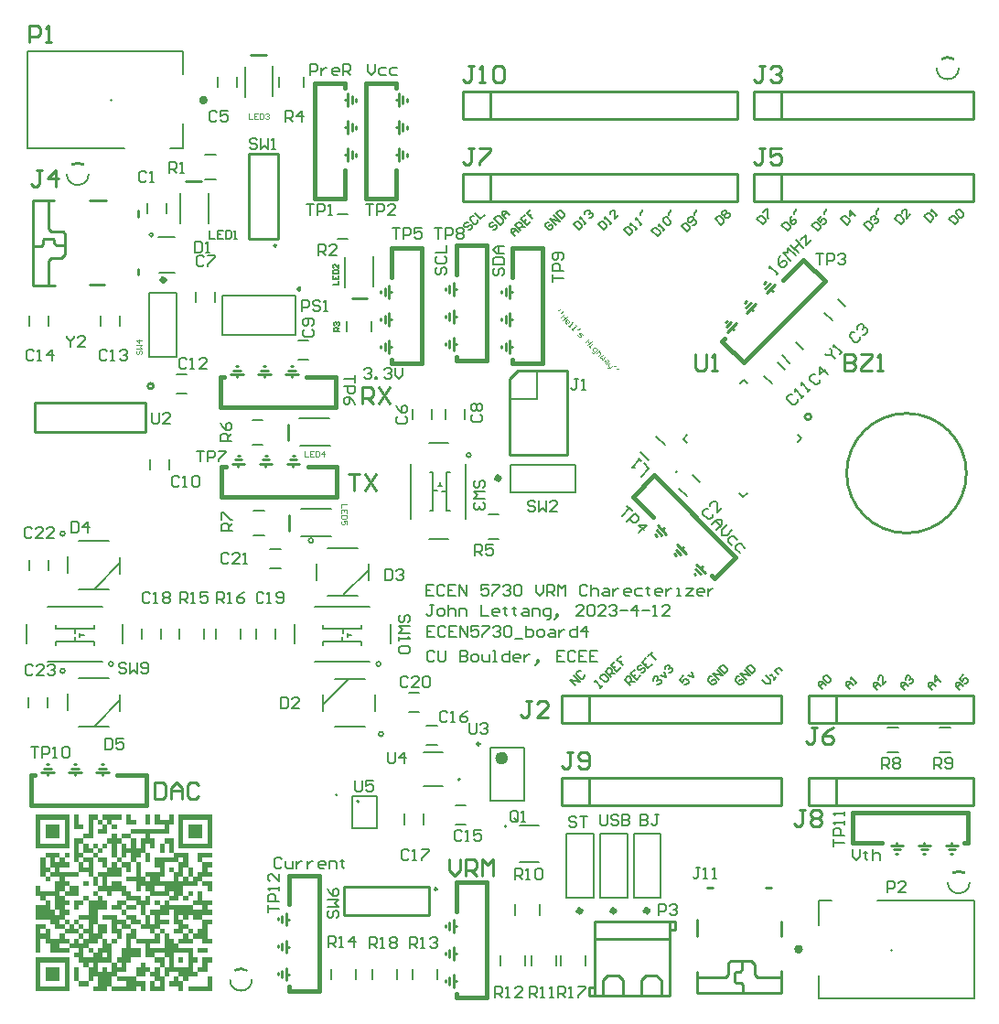
<source format=gto>
G04*
G04 #@! TF.GenerationSoftware,Altium Limited,Altium Designer,21.1.1 (26)*
G04*
G04 Layer_Color=65535*
%FSLAX25Y25*%
%MOIN*%
G70*
G04*
G04 #@! TF.SameCoordinates,EDDA1932-7B83-4B75-B1E8-7C0ED368C603*
G04*
G04*
G04 #@! TF.FilePolarity,Positive*
G04*
G01*
G75*
%ADD10C,0.02000*%
%ADD11C,0.00600*%
%ADD12C,0.00787*%
%ADD13C,0.01000*%
%ADD14C,0.01575*%
%ADD15C,0.02362*%
%ADD16C,0.00984*%
%ADD17C,0.00394*%
%ADD18C,0.01500*%
%ADD19C,0.00787*%
%ADD20C,0.00500*%
%ADD21C,0.00800*%
%ADD22C,0.00900*%
%ADD23C,0.00400*%
G36*
X56067Y68994D02*
Y68922D01*
Y68850D01*
Y68778D01*
Y68706D01*
Y68633D01*
Y68561D01*
Y68489D01*
Y68417D01*
Y68344D01*
Y68272D01*
Y68200D01*
Y68128D01*
Y68056D01*
Y67983D01*
Y67911D01*
Y67839D01*
Y67767D01*
Y67694D01*
Y67622D01*
Y67550D01*
Y67478D01*
Y67406D01*
Y67333D01*
Y67261D01*
Y67189D01*
Y67117D01*
Y67044D01*
Y66972D01*
Y66900D01*
Y66828D01*
Y66756D01*
Y66683D01*
Y66611D01*
Y66539D01*
Y66467D01*
Y66394D01*
Y66322D01*
Y66250D01*
Y66178D01*
Y66106D01*
Y66033D01*
Y65961D01*
Y65889D01*
Y65817D01*
Y65744D01*
Y65672D01*
Y65600D01*
X54333D01*
Y65528D01*
Y65456D01*
Y65383D01*
Y65311D01*
Y65239D01*
Y65167D01*
Y65094D01*
Y65022D01*
Y64950D01*
Y64878D01*
Y64806D01*
Y64733D01*
Y64661D01*
Y64589D01*
Y64517D01*
Y64444D01*
Y64372D01*
Y64300D01*
Y64228D01*
Y64156D01*
Y64083D01*
Y64011D01*
Y63939D01*
Y63867D01*
Y63794D01*
Y63722D01*
Y63650D01*
Y63578D01*
Y63506D01*
Y63433D01*
Y63361D01*
Y63289D01*
Y63217D01*
Y63144D01*
Y63072D01*
Y63000D01*
Y62928D01*
Y62856D01*
Y62783D01*
Y62711D01*
Y62639D01*
Y62567D01*
Y62494D01*
Y62422D01*
Y62350D01*
Y62278D01*
Y62206D01*
Y62133D01*
X47400D01*
Y62061D01*
Y61989D01*
Y61917D01*
Y61844D01*
Y61772D01*
Y61700D01*
Y61628D01*
Y61556D01*
Y61483D01*
Y61411D01*
Y61339D01*
Y61267D01*
Y61194D01*
Y61122D01*
Y61050D01*
Y60978D01*
Y60906D01*
Y60833D01*
Y60761D01*
Y60689D01*
Y60617D01*
Y60544D01*
Y60472D01*
Y60400D01*
X49133D01*
Y60328D01*
Y60256D01*
Y60183D01*
Y60111D01*
Y60039D01*
Y59967D01*
Y59894D01*
Y59822D01*
Y59750D01*
Y59678D01*
Y59606D01*
Y59533D01*
Y59461D01*
Y59389D01*
Y59317D01*
Y59244D01*
Y59172D01*
Y59100D01*
Y59028D01*
Y58956D01*
Y58883D01*
Y58811D01*
Y58739D01*
Y58667D01*
Y58594D01*
Y58522D01*
Y58450D01*
Y58378D01*
Y58306D01*
Y58233D01*
Y58161D01*
Y58089D01*
Y58017D01*
Y57944D01*
Y57872D01*
Y57800D01*
Y57728D01*
Y57656D01*
Y57583D01*
Y57511D01*
Y57439D01*
Y57367D01*
Y57294D01*
Y57222D01*
Y57150D01*
Y57078D01*
Y57006D01*
Y56933D01*
X47400D01*
Y57006D01*
Y57078D01*
Y57150D01*
Y57222D01*
Y57294D01*
Y57367D01*
Y57439D01*
Y57511D01*
Y57583D01*
Y57656D01*
Y57728D01*
Y57800D01*
Y57872D01*
Y57944D01*
Y58017D01*
Y58089D01*
Y58161D01*
Y58233D01*
Y58306D01*
Y58378D01*
Y58450D01*
Y58522D01*
Y58594D01*
Y58667D01*
X45667D01*
Y58594D01*
Y58522D01*
Y58450D01*
Y58378D01*
Y58306D01*
Y58233D01*
Y58161D01*
Y58089D01*
Y58017D01*
Y57944D01*
Y57872D01*
Y57800D01*
Y57728D01*
Y57656D01*
Y57583D01*
Y57511D01*
Y57439D01*
Y57367D01*
Y57294D01*
Y57222D01*
Y57150D01*
Y57078D01*
Y57006D01*
Y56933D01*
Y56861D01*
Y56789D01*
Y56717D01*
Y56644D01*
Y56572D01*
Y56500D01*
Y56428D01*
Y56356D01*
Y56283D01*
Y56211D01*
Y56139D01*
Y56067D01*
Y55994D01*
Y55922D01*
Y55850D01*
Y55778D01*
Y55706D01*
Y55633D01*
Y55561D01*
Y55489D01*
Y55417D01*
Y55344D01*
Y55272D01*
Y55200D01*
X47400D01*
Y55128D01*
Y55056D01*
Y54983D01*
Y54911D01*
Y54839D01*
Y54767D01*
Y54694D01*
Y54622D01*
Y54550D01*
Y54478D01*
Y54406D01*
Y54333D01*
Y54261D01*
Y54189D01*
Y54117D01*
Y54044D01*
Y53972D01*
Y53900D01*
Y53828D01*
Y53756D01*
Y53683D01*
Y53611D01*
Y53539D01*
Y53467D01*
Y53394D01*
Y53322D01*
Y53250D01*
Y53178D01*
Y53106D01*
Y53033D01*
Y52961D01*
Y52889D01*
Y52817D01*
Y52744D01*
Y52672D01*
Y52600D01*
Y52528D01*
Y52456D01*
Y52383D01*
Y52311D01*
Y52239D01*
Y52167D01*
Y52094D01*
Y52022D01*
Y51950D01*
Y51878D01*
Y51806D01*
Y51733D01*
X45667D01*
Y51806D01*
Y51878D01*
Y51950D01*
Y52022D01*
Y52094D01*
Y52167D01*
Y52239D01*
Y52311D01*
Y52383D01*
Y52456D01*
Y52528D01*
Y52600D01*
Y52672D01*
Y52744D01*
Y52817D01*
Y52889D01*
Y52961D01*
Y53033D01*
Y53106D01*
Y53178D01*
Y53250D01*
Y53322D01*
Y53394D01*
Y53467D01*
Y53539D01*
Y53611D01*
Y53683D01*
Y53756D01*
Y53828D01*
Y53900D01*
Y53972D01*
Y54044D01*
Y54117D01*
Y54189D01*
Y54261D01*
Y54333D01*
Y54406D01*
Y54478D01*
Y54550D01*
Y54622D01*
Y54694D01*
Y54767D01*
Y54839D01*
Y54911D01*
Y54983D01*
Y55056D01*
Y55128D01*
Y55200D01*
X43933D01*
Y55128D01*
Y55056D01*
Y54983D01*
Y54911D01*
Y54839D01*
Y54767D01*
Y54694D01*
Y54622D01*
Y54550D01*
Y54478D01*
Y54406D01*
Y54333D01*
Y54261D01*
Y54189D01*
Y54117D01*
Y54044D01*
Y53972D01*
Y53900D01*
Y53828D01*
Y53756D01*
Y53683D01*
Y53611D01*
Y53539D01*
Y53467D01*
X42200D01*
Y53394D01*
Y53322D01*
Y53250D01*
Y53178D01*
Y53106D01*
Y53033D01*
Y52961D01*
Y52889D01*
Y52817D01*
Y52744D01*
Y52672D01*
Y52600D01*
Y52528D01*
Y52456D01*
Y52383D01*
Y52311D01*
Y52239D01*
Y52167D01*
Y52094D01*
Y52022D01*
Y51950D01*
Y51878D01*
Y51806D01*
Y51733D01*
X43933D01*
Y51661D01*
Y51589D01*
Y51517D01*
Y51444D01*
Y51372D01*
Y51300D01*
Y51228D01*
Y51156D01*
Y51083D01*
Y51011D01*
Y50939D01*
Y50867D01*
Y50794D01*
Y50722D01*
Y50650D01*
Y50578D01*
Y50506D01*
Y50433D01*
Y50361D01*
Y50289D01*
Y50217D01*
Y50144D01*
Y50072D01*
Y50000D01*
Y49928D01*
Y49856D01*
Y49783D01*
Y49711D01*
Y49639D01*
Y49567D01*
Y49494D01*
Y49422D01*
Y49350D01*
Y49278D01*
Y49206D01*
Y49133D01*
Y49061D01*
Y48989D01*
Y48917D01*
Y48844D01*
Y48772D01*
Y48700D01*
Y48628D01*
Y48556D01*
Y48483D01*
Y48411D01*
Y48339D01*
Y48267D01*
Y48194D01*
Y48122D01*
Y48050D01*
Y47978D01*
Y47906D01*
Y47833D01*
Y47761D01*
Y47689D01*
Y47617D01*
Y47544D01*
Y47472D01*
Y47400D01*
Y47328D01*
Y47256D01*
Y47183D01*
Y47111D01*
Y47039D01*
Y46967D01*
Y46894D01*
Y46822D01*
Y46750D01*
Y46678D01*
Y46606D01*
Y46533D01*
X45667D01*
Y46461D01*
Y46389D01*
Y46317D01*
Y46244D01*
Y46172D01*
Y46100D01*
Y46028D01*
Y45956D01*
Y45883D01*
Y45811D01*
Y45739D01*
Y45667D01*
Y45594D01*
Y45522D01*
Y45450D01*
Y45378D01*
Y45306D01*
Y45233D01*
Y45161D01*
Y45089D01*
Y45017D01*
Y44944D01*
Y44872D01*
Y44800D01*
X47400D01*
Y44872D01*
Y44944D01*
Y45017D01*
Y45089D01*
Y45161D01*
Y45233D01*
Y45306D01*
Y45378D01*
Y45450D01*
Y45522D01*
Y45594D01*
Y45667D01*
Y45739D01*
Y45811D01*
Y45883D01*
Y45956D01*
Y46028D01*
Y46100D01*
Y46172D01*
Y46244D01*
Y46317D01*
Y46389D01*
Y46461D01*
Y46533D01*
X45667D01*
Y46606D01*
Y46678D01*
Y46750D01*
Y46822D01*
Y46894D01*
Y46967D01*
Y47039D01*
Y47111D01*
Y47183D01*
Y47256D01*
Y47328D01*
Y47400D01*
Y47472D01*
Y47544D01*
Y47617D01*
Y47689D01*
Y47761D01*
Y47833D01*
Y47906D01*
Y47978D01*
Y48050D01*
Y48122D01*
Y48194D01*
Y48267D01*
X50867D01*
Y48339D01*
Y48411D01*
Y48483D01*
Y48556D01*
Y48628D01*
Y48700D01*
Y48772D01*
Y48844D01*
Y48917D01*
Y48989D01*
Y49061D01*
Y49133D01*
Y49206D01*
Y49278D01*
Y49350D01*
Y49422D01*
Y49494D01*
Y49567D01*
Y49639D01*
Y49711D01*
Y49783D01*
Y49856D01*
Y49928D01*
Y50000D01*
X49133D01*
Y50072D01*
Y50144D01*
Y50217D01*
Y50289D01*
Y50361D01*
Y50433D01*
Y50506D01*
Y50578D01*
Y50650D01*
Y50722D01*
Y50794D01*
Y50867D01*
Y50939D01*
Y51011D01*
Y51083D01*
Y51156D01*
Y51228D01*
Y51300D01*
Y51372D01*
Y51444D01*
Y51517D01*
Y51589D01*
Y51661D01*
Y51733D01*
Y51806D01*
Y51878D01*
Y51950D01*
Y52022D01*
Y52094D01*
Y52167D01*
Y52239D01*
Y52311D01*
Y52383D01*
Y52456D01*
Y52528D01*
Y52600D01*
Y52672D01*
Y52744D01*
Y52817D01*
Y52889D01*
Y52961D01*
Y53033D01*
Y53106D01*
Y53178D01*
Y53250D01*
Y53322D01*
Y53394D01*
Y53467D01*
X56067D01*
Y53539D01*
Y53611D01*
Y53683D01*
Y53756D01*
Y53828D01*
Y53900D01*
Y53972D01*
Y54044D01*
Y54117D01*
Y54189D01*
Y54261D01*
Y54333D01*
Y54406D01*
Y54478D01*
Y54550D01*
Y54622D01*
Y54694D01*
Y54767D01*
Y54839D01*
Y54911D01*
Y54983D01*
Y55056D01*
Y55128D01*
Y55200D01*
X54333D01*
Y55272D01*
Y55344D01*
Y55417D01*
Y55489D01*
Y55561D01*
Y55633D01*
Y55706D01*
Y55778D01*
Y55850D01*
Y55922D01*
Y55994D01*
Y56067D01*
Y56139D01*
Y56211D01*
Y56283D01*
Y56356D01*
Y56428D01*
Y56500D01*
Y56572D01*
Y56644D01*
Y56717D01*
Y56789D01*
Y56861D01*
Y56933D01*
Y57006D01*
Y57078D01*
Y57150D01*
Y57222D01*
Y57294D01*
Y57367D01*
Y57439D01*
Y57511D01*
Y57583D01*
Y57656D01*
Y57728D01*
Y57800D01*
Y57872D01*
Y57944D01*
Y58017D01*
Y58089D01*
Y58161D01*
Y58233D01*
Y58306D01*
Y58378D01*
Y58450D01*
Y58522D01*
Y58594D01*
Y58667D01*
X52600D01*
Y58739D01*
Y58811D01*
Y58883D01*
Y58956D01*
Y59028D01*
Y59100D01*
Y59172D01*
Y59244D01*
Y59317D01*
Y59389D01*
Y59461D01*
Y59533D01*
Y59606D01*
Y59678D01*
Y59750D01*
Y59822D01*
Y59894D01*
Y59967D01*
Y60039D01*
Y60111D01*
Y60183D01*
Y60256D01*
Y60328D01*
Y60400D01*
X56067D01*
Y60328D01*
Y60256D01*
Y60183D01*
Y60111D01*
Y60039D01*
Y59967D01*
Y59894D01*
Y59822D01*
Y59750D01*
Y59678D01*
Y59606D01*
Y59533D01*
Y59461D01*
Y59389D01*
Y59317D01*
Y59244D01*
Y59172D01*
Y59100D01*
Y59028D01*
Y58956D01*
Y58883D01*
Y58811D01*
Y58739D01*
Y58667D01*
Y58594D01*
Y58522D01*
Y58450D01*
Y58378D01*
Y58306D01*
Y58233D01*
Y58161D01*
Y58089D01*
Y58017D01*
Y57944D01*
Y57872D01*
Y57800D01*
Y57728D01*
Y57656D01*
Y57583D01*
Y57511D01*
Y57439D01*
Y57367D01*
Y57294D01*
Y57222D01*
Y57150D01*
Y57078D01*
Y57006D01*
Y56933D01*
Y56861D01*
Y56789D01*
Y56717D01*
Y56644D01*
Y56572D01*
Y56500D01*
Y56428D01*
Y56356D01*
Y56283D01*
Y56211D01*
Y56139D01*
Y56067D01*
Y55994D01*
Y55922D01*
Y55850D01*
Y55778D01*
Y55706D01*
Y55633D01*
Y55561D01*
Y55489D01*
Y55417D01*
Y55344D01*
Y55272D01*
Y55200D01*
X61267D01*
Y55128D01*
Y55056D01*
Y54983D01*
Y54911D01*
Y54839D01*
Y54767D01*
Y54694D01*
Y54622D01*
Y54550D01*
Y54478D01*
Y54406D01*
Y54333D01*
Y54261D01*
Y54189D01*
Y54117D01*
Y54044D01*
Y53972D01*
Y53900D01*
Y53828D01*
Y53756D01*
Y53683D01*
Y53611D01*
Y53539D01*
Y53467D01*
Y53394D01*
Y53322D01*
Y53250D01*
Y53178D01*
Y53106D01*
Y53033D01*
Y52961D01*
Y52889D01*
Y52817D01*
Y52744D01*
Y52672D01*
Y52600D01*
Y52528D01*
Y52456D01*
Y52383D01*
Y52311D01*
Y52239D01*
Y52167D01*
Y52094D01*
Y52022D01*
Y51950D01*
Y51878D01*
Y51806D01*
Y51733D01*
Y51661D01*
Y51589D01*
Y51517D01*
Y51444D01*
Y51372D01*
Y51300D01*
Y51228D01*
Y51156D01*
Y51083D01*
Y51011D01*
Y50939D01*
Y50867D01*
Y50794D01*
Y50722D01*
Y50650D01*
Y50578D01*
Y50506D01*
Y50433D01*
Y50361D01*
Y50289D01*
Y50217D01*
Y50144D01*
Y50072D01*
Y50000D01*
X63000D01*
Y49928D01*
Y49856D01*
Y49783D01*
Y49711D01*
Y49639D01*
Y49567D01*
Y49494D01*
Y49422D01*
Y49350D01*
Y49278D01*
Y49206D01*
Y49133D01*
Y49061D01*
Y48989D01*
Y48917D01*
Y48844D01*
Y48772D01*
Y48700D01*
Y48628D01*
Y48556D01*
Y48483D01*
Y48411D01*
Y48339D01*
Y48267D01*
Y48194D01*
Y48122D01*
Y48050D01*
Y47978D01*
Y47906D01*
Y47833D01*
Y47761D01*
Y47689D01*
Y47617D01*
Y47544D01*
Y47472D01*
Y47400D01*
Y47328D01*
Y47256D01*
Y47183D01*
Y47111D01*
Y47039D01*
Y46967D01*
Y46894D01*
Y46822D01*
Y46750D01*
Y46678D01*
Y46606D01*
Y46533D01*
X64733D01*
Y46606D01*
Y46678D01*
Y46750D01*
Y46822D01*
Y46894D01*
Y46967D01*
Y47039D01*
Y47111D01*
Y47183D01*
Y47256D01*
Y47328D01*
Y47400D01*
Y47472D01*
Y47544D01*
Y47617D01*
Y47689D01*
Y47761D01*
Y47833D01*
Y47906D01*
Y47978D01*
Y48050D01*
Y48122D01*
Y48194D01*
Y48267D01*
X66467D01*
Y48339D01*
Y48411D01*
Y48483D01*
Y48556D01*
Y48628D01*
Y48700D01*
Y48772D01*
Y48844D01*
Y48917D01*
Y48989D01*
Y49061D01*
Y49133D01*
Y49206D01*
Y49278D01*
Y49350D01*
Y49422D01*
Y49494D01*
Y49567D01*
Y49639D01*
Y49711D01*
Y49783D01*
Y49856D01*
Y49928D01*
Y50000D01*
Y50072D01*
Y50144D01*
Y50217D01*
Y50289D01*
Y50361D01*
Y50433D01*
Y50506D01*
Y50578D01*
Y50650D01*
Y50722D01*
Y50794D01*
Y50867D01*
Y50939D01*
Y51011D01*
Y51083D01*
Y51156D01*
Y51228D01*
Y51300D01*
Y51372D01*
Y51444D01*
Y51517D01*
Y51589D01*
Y51661D01*
Y51733D01*
X64733D01*
Y51806D01*
Y51878D01*
Y51950D01*
Y52022D01*
Y52094D01*
Y52167D01*
Y52239D01*
Y52311D01*
Y52383D01*
Y52456D01*
Y52528D01*
Y52600D01*
Y52672D01*
Y52744D01*
Y52817D01*
Y52889D01*
Y52961D01*
Y53033D01*
Y53106D01*
Y53178D01*
Y53250D01*
Y53322D01*
Y53394D01*
Y53467D01*
Y53539D01*
Y53611D01*
Y53683D01*
Y53756D01*
Y53828D01*
Y53900D01*
Y53972D01*
Y54044D01*
Y54117D01*
Y54189D01*
Y54261D01*
Y54333D01*
Y54406D01*
Y54478D01*
Y54550D01*
Y54622D01*
Y54694D01*
Y54767D01*
Y54839D01*
Y54911D01*
Y54983D01*
Y55056D01*
Y55128D01*
Y55200D01*
X69933D01*
Y55128D01*
Y55056D01*
Y54983D01*
Y54911D01*
Y54839D01*
Y54767D01*
Y54694D01*
Y54622D01*
Y54550D01*
Y54478D01*
Y54406D01*
Y54333D01*
Y54261D01*
Y54189D01*
Y54117D01*
Y54044D01*
Y53972D01*
Y53900D01*
Y53828D01*
Y53756D01*
Y53683D01*
Y53611D01*
Y53539D01*
Y53467D01*
X66467D01*
Y53394D01*
Y53322D01*
Y53250D01*
Y53178D01*
Y53106D01*
Y53033D01*
Y52961D01*
Y52889D01*
Y52817D01*
Y52744D01*
Y52672D01*
Y52600D01*
Y52528D01*
Y52456D01*
Y52383D01*
Y52311D01*
Y52239D01*
Y52167D01*
Y52094D01*
Y52022D01*
Y51950D01*
Y51878D01*
Y51806D01*
Y51733D01*
X69933D01*
Y51661D01*
Y51589D01*
Y51517D01*
Y51444D01*
Y51372D01*
Y51300D01*
Y51228D01*
Y51156D01*
Y51083D01*
Y51011D01*
Y50939D01*
Y50867D01*
Y50794D01*
Y50722D01*
Y50650D01*
Y50578D01*
Y50506D01*
Y50433D01*
Y50361D01*
Y50289D01*
Y50217D01*
Y50144D01*
Y50072D01*
Y50000D01*
X68200D01*
Y49928D01*
Y49856D01*
Y49783D01*
Y49711D01*
Y49639D01*
Y49567D01*
Y49494D01*
Y49422D01*
Y49350D01*
Y49278D01*
Y49206D01*
Y49133D01*
Y49061D01*
Y48989D01*
Y48917D01*
Y48844D01*
Y48772D01*
Y48700D01*
Y48628D01*
Y48556D01*
Y48483D01*
Y48411D01*
Y48339D01*
Y48267D01*
X69933D01*
Y48194D01*
Y48122D01*
Y48050D01*
Y47978D01*
Y47906D01*
Y47833D01*
Y47761D01*
Y47689D01*
Y47617D01*
Y47544D01*
Y47472D01*
Y47400D01*
Y47328D01*
Y47256D01*
Y47183D01*
Y47111D01*
Y47039D01*
Y46967D01*
Y46894D01*
Y46822D01*
Y46750D01*
Y46678D01*
Y46606D01*
Y46533D01*
X66467D01*
Y46461D01*
Y46389D01*
Y46317D01*
Y46244D01*
Y46172D01*
Y46100D01*
Y46028D01*
Y45956D01*
Y45883D01*
Y45811D01*
Y45739D01*
Y45667D01*
Y45594D01*
Y45522D01*
Y45450D01*
Y45378D01*
Y45306D01*
Y45233D01*
Y45161D01*
Y45089D01*
Y45017D01*
Y44944D01*
Y44872D01*
Y44800D01*
X69933D01*
Y44728D01*
Y44656D01*
Y44583D01*
Y44511D01*
Y44439D01*
Y44367D01*
Y44294D01*
Y44222D01*
Y44150D01*
Y44078D01*
Y44006D01*
Y43933D01*
Y43861D01*
Y43789D01*
Y43717D01*
Y43644D01*
Y43572D01*
Y43500D01*
Y43428D01*
Y43356D01*
Y43283D01*
Y43211D01*
Y43139D01*
Y43067D01*
Y42994D01*
Y42922D01*
Y42850D01*
Y42778D01*
Y42706D01*
Y42633D01*
Y42561D01*
Y42489D01*
Y42417D01*
Y42344D01*
Y42272D01*
Y42200D01*
Y42128D01*
Y42056D01*
Y41983D01*
Y41911D01*
Y41839D01*
Y41767D01*
Y41694D01*
Y41622D01*
Y41550D01*
Y41478D01*
Y41406D01*
Y41333D01*
X68200D01*
Y41406D01*
Y41478D01*
Y41550D01*
Y41622D01*
Y41694D01*
Y41767D01*
Y41839D01*
Y41911D01*
Y41983D01*
Y42056D01*
Y42128D01*
Y42200D01*
Y42272D01*
Y42344D01*
Y42417D01*
Y42489D01*
Y42561D01*
Y42633D01*
Y42706D01*
Y42778D01*
Y42850D01*
Y42922D01*
Y42994D01*
Y43067D01*
X66467D01*
Y43139D01*
Y43211D01*
Y43283D01*
Y43356D01*
Y43428D01*
Y43500D01*
Y43572D01*
Y43644D01*
Y43717D01*
Y43789D01*
Y43861D01*
Y43933D01*
Y44006D01*
Y44078D01*
Y44150D01*
Y44222D01*
Y44294D01*
Y44367D01*
Y44439D01*
Y44511D01*
Y44583D01*
Y44656D01*
Y44728D01*
Y44800D01*
X64733D01*
Y44728D01*
Y44656D01*
Y44583D01*
Y44511D01*
Y44439D01*
Y44367D01*
Y44294D01*
Y44222D01*
Y44150D01*
Y44078D01*
Y44006D01*
Y43933D01*
Y43861D01*
Y43789D01*
Y43717D01*
Y43644D01*
Y43572D01*
Y43500D01*
Y43428D01*
Y43356D01*
Y43283D01*
Y43211D01*
Y43139D01*
Y43067D01*
X59533D01*
Y42994D01*
Y42922D01*
Y42850D01*
Y42778D01*
Y42706D01*
Y42633D01*
Y42561D01*
Y42489D01*
Y42417D01*
Y42344D01*
Y42272D01*
Y42200D01*
Y42128D01*
Y42056D01*
Y41983D01*
Y41911D01*
Y41839D01*
Y41767D01*
Y41694D01*
Y41622D01*
Y41550D01*
Y41478D01*
Y41406D01*
Y41333D01*
Y41261D01*
Y41189D01*
Y41117D01*
Y41044D01*
Y40972D01*
Y40900D01*
Y40828D01*
Y40756D01*
Y40683D01*
Y40611D01*
Y40539D01*
Y40467D01*
Y40394D01*
Y40322D01*
Y40250D01*
Y40178D01*
Y40106D01*
Y40033D01*
Y39961D01*
Y39889D01*
Y39817D01*
Y39744D01*
Y39672D01*
Y39600D01*
X61267D01*
Y39528D01*
Y39456D01*
Y39383D01*
Y39311D01*
Y39239D01*
Y39167D01*
Y39094D01*
Y39022D01*
Y38950D01*
Y38878D01*
Y38806D01*
Y38733D01*
Y38661D01*
Y38589D01*
Y38517D01*
Y38444D01*
Y38372D01*
Y38300D01*
Y38228D01*
Y38156D01*
Y38083D01*
Y38011D01*
Y37939D01*
Y37867D01*
X59533D01*
Y37939D01*
Y38011D01*
Y38083D01*
Y38156D01*
Y38228D01*
Y38300D01*
Y38372D01*
Y38444D01*
Y38517D01*
Y38589D01*
Y38661D01*
Y38733D01*
Y38806D01*
Y38878D01*
Y38950D01*
Y39022D01*
Y39094D01*
Y39167D01*
Y39239D01*
Y39311D01*
Y39383D01*
Y39456D01*
Y39528D01*
Y39600D01*
X57800D01*
Y39528D01*
Y39456D01*
Y39383D01*
Y39311D01*
Y39239D01*
Y39167D01*
Y39094D01*
Y39022D01*
Y38950D01*
Y38878D01*
Y38806D01*
Y38733D01*
Y38661D01*
Y38589D01*
Y38517D01*
Y38444D01*
Y38372D01*
Y38300D01*
Y38228D01*
Y38156D01*
Y38083D01*
Y38011D01*
Y37939D01*
Y37867D01*
X54333D01*
Y37939D01*
Y38011D01*
Y38083D01*
Y38156D01*
Y38228D01*
Y38300D01*
Y38372D01*
Y38444D01*
Y38517D01*
Y38589D01*
Y38661D01*
Y38733D01*
Y38806D01*
Y38878D01*
Y38950D01*
Y39022D01*
Y39094D01*
Y39167D01*
Y39239D01*
Y39311D01*
Y39383D01*
Y39456D01*
Y39528D01*
Y39600D01*
X47400D01*
Y39672D01*
Y39744D01*
Y39817D01*
Y39889D01*
Y39961D01*
Y40033D01*
Y40106D01*
Y40178D01*
Y40250D01*
Y40322D01*
Y40394D01*
Y40467D01*
Y40539D01*
Y40611D01*
Y40683D01*
Y40756D01*
Y40828D01*
Y40900D01*
Y40972D01*
Y41044D01*
Y41117D01*
Y41189D01*
Y41261D01*
Y41333D01*
X45667D01*
Y41406D01*
Y41478D01*
Y41550D01*
Y41622D01*
Y41694D01*
Y41767D01*
Y41839D01*
Y41911D01*
Y41983D01*
Y42056D01*
Y42128D01*
Y42200D01*
Y42272D01*
Y42344D01*
Y42417D01*
Y42489D01*
Y42561D01*
Y42633D01*
Y42706D01*
Y42778D01*
Y42850D01*
Y42922D01*
Y42994D01*
Y43067D01*
X43933D01*
Y42994D01*
Y42922D01*
Y42850D01*
Y42778D01*
Y42706D01*
Y42633D01*
Y42561D01*
Y42489D01*
Y42417D01*
Y42344D01*
Y42272D01*
Y42200D01*
Y42128D01*
Y42056D01*
Y41983D01*
Y41911D01*
Y41839D01*
Y41767D01*
Y41694D01*
Y41622D01*
Y41550D01*
Y41478D01*
Y41406D01*
Y41333D01*
X42200D01*
Y41406D01*
Y41478D01*
Y41550D01*
Y41622D01*
Y41694D01*
Y41767D01*
Y41839D01*
Y41911D01*
Y41983D01*
Y42056D01*
Y42128D01*
Y42200D01*
Y42272D01*
Y42344D01*
Y42417D01*
Y42489D01*
Y42561D01*
Y42633D01*
Y42706D01*
Y42778D01*
Y42850D01*
Y42922D01*
Y42994D01*
Y43067D01*
Y43139D01*
Y43211D01*
Y43283D01*
Y43356D01*
Y43428D01*
Y43500D01*
Y43572D01*
Y43644D01*
Y43717D01*
Y43789D01*
Y43861D01*
Y43933D01*
Y44006D01*
Y44078D01*
Y44150D01*
Y44222D01*
Y44294D01*
Y44367D01*
Y44439D01*
Y44511D01*
Y44583D01*
Y44656D01*
Y44728D01*
Y44800D01*
X38733D01*
Y44872D01*
Y44944D01*
Y45017D01*
Y45089D01*
Y45161D01*
Y45233D01*
Y45306D01*
Y45378D01*
Y45450D01*
Y45522D01*
Y45594D01*
Y45667D01*
Y45739D01*
Y45811D01*
Y45883D01*
Y45956D01*
Y46028D01*
Y46100D01*
Y46172D01*
Y46244D01*
Y46317D01*
Y46389D01*
Y46461D01*
Y46533D01*
X42200D01*
Y46606D01*
Y46678D01*
Y46750D01*
Y46822D01*
Y46894D01*
Y46967D01*
Y47039D01*
Y47111D01*
Y47183D01*
Y47256D01*
Y47328D01*
Y47400D01*
Y47472D01*
Y47544D01*
Y47617D01*
Y47689D01*
Y47761D01*
Y47833D01*
Y47906D01*
Y47978D01*
Y48050D01*
Y48122D01*
Y48194D01*
Y48267D01*
Y48339D01*
Y48411D01*
Y48483D01*
Y48556D01*
Y48628D01*
Y48700D01*
Y48772D01*
Y48844D01*
Y48917D01*
Y48989D01*
Y49061D01*
Y49133D01*
Y49206D01*
Y49278D01*
Y49350D01*
Y49422D01*
Y49494D01*
Y49567D01*
Y49639D01*
Y49711D01*
Y49783D01*
Y49856D01*
Y49928D01*
Y50000D01*
Y50072D01*
Y50144D01*
Y50217D01*
Y50289D01*
Y50361D01*
Y50433D01*
Y50506D01*
Y50578D01*
Y50650D01*
Y50722D01*
Y50794D01*
Y50867D01*
Y50939D01*
Y51011D01*
Y51083D01*
Y51156D01*
Y51228D01*
Y51300D01*
Y51372D01*
Y51444D01*
Y51517D01*
Y51589D01*
Y51661D01*
Y51733D01*
X40467D01*
Y51806D01*
Y51878D01*
Y51950D01*
Y52022D01*
Y52094D01*
Y52167D01*
Y52239D01*
Y52311D01*
Y52383D01*
Y52456D01*
Y52528D01*
Y52600D01*
Y52672D01*
Y52744D01*
Y52817D01*
Y52889D01*
Y52961D01*
Y53033D01*
Y53106D01*
Y53178D01*
Y53250D01*
Y53322D01*
Y53394D01*
Y53467D01*
Y53539D01*
Y53611D01*
Y53683D01*
Y53756D01*
Y53828D01*
Y53900D01*
Y53972D01*
Y54044D01*
Y54117D01*
Y54189D01*
Y54261D01*
Y54333D01*
Y54406D01*
Y54478D01*
Y54550D01*
Y54622D01*
Y54694D01*
Y54767D01*
Y54839D01*
Y54911D01*
Y54983D01*
Y55056D01*
Y55128D01*
Y55200D01*
X38733D01*
Y55128D01*
Y55056D01*
Y54983D01*
Y54911D01*
Y54839D01*
Y54767D01*
Y54694D01*
Y54622D01*
Y54550D01*
Y54478D01*
Y54406D01*
Y54333D01*
Y54261D01*
Y54189D01*
Y54117D01*
Y54044D01*
Y53972D01*
Y53900D01*
Y53828D01*
Y53756D01*
Y53683D01*
Y53611D01*
Y53539D01*
Y53467D01*
X37000D01*
Y53539D01*
Y53611D01*
Y53683D01*
Y53756D01*
Y53828D01*
Y53900D01*
Y53972D01*
Y54044D01*
Y54117D01*
Y54189D01*
Y54261D01*
Y54333D01*
Y54406D01*
Y54478D01*
Y54550D01*
Y54622D01*
Y54694D01*
Y54767D01*
Y54839D01*
Y54911D01*
Y54983D01*
Y55056D01*
Y55128D01*
Y55200D01*
Y55272D01*
Y55344D01*
Y55417D01*
Y55489D01*
Y55561D01*
Y55633D01*
Y55706D01*
Y55778D01*
Y55850D01*
Y55922D01*
Y55994D01*
Y56067D01*
Y56139D01*
Y56211D01*
Y56283D01*
Y56356D01*
Y56428D01*
Y56500D01*
Y56572D01*
Y56644D01*
Y56717D01*
Y56789D01*
Y56861D01*
Y56933D01*
Y57006D01*
Y57078D01*
Y57150D01*
Y57222D01*
Y57294D01*
Y57367D01*
Y57439D01*
Y57511D01*
Y57583D01*
Y57656D01*
Y57728D01*
Y57800D01*
Y57872D01*
Y57944D01*
Y58017D01*
Y58089D01*
Y58161D01*
Y58233D01*
Y58306D01*
Y58378D01*
Y58450D01*
Y58522D01*
Y58594D01*
Y58667D01*
X35267D01*
Y58594D01*
Y58522D01*
Y58450D01*
Y58378D01*
Y58306D01*
Y58233D01*
Y58161D01*
Y58089D01*
Y58017D01*
Y57944D01*
Y57872D01*
Y57800D01*
Y57728D01*
Y57656D01*
Y57583D01*
Y57511D01*
Y57439D01*
Y57367D01*
Y57294D01*
Y57222D01*
Y57150D01*
Y57078D01*
Y57006D01*
Y56933D01*
Y56861D01*
Y56789D01*
Y56717D01*
Y56644D01*
Y56572D01*
Y56500D01*
Y56428D01*
Y56356D01*
Y56283D01*
Y56211D01*
Y56139D01*
Y56067D01*
Y55994D01*
Y55922D01*
Y55850D01*
Y55778D01*
Y55706D01*
Y55633D01*
Y55561D01*
Y55489D01*
Y55417D01*
Y55344D01*
Y55272D01*
Y55200D01*
Y55128D01*
Y55056D01*
Y54983D01*
Y54911D01*
Y54839D01*
Y54767D01*
Y54694D01*
Y54622D01*
Y54550D01*
Y54478D01*
Y54406D01*
Y54333D01*
Y54261D01*
Y54189D01*
Y54117D01*
Y54044D01*
Y53972D01*
Y53900D01*
Y53828D01*
Y53756D01*
Y53683D01*
Y53611D01*
Y53539D01*
Y53467D01*
X37000D01*
Y53394D01*
Y53322D01*
Y53250D01*
Y53178D01*
Y53106D01*
Y53033D01*
Y52961D01*
Y52889D01*
Y52817D01*
Y52744D01*
Y52672D01*
Y52600D01*
Y52528D01*
Y52456D01*
Y52383D01*
Y52311D01*
Y52239D01*
Y52167D01*
Y52094D01*
Y52022D01*
Y51950D01*
Y51878D01*
Y51806D01*
Y51733D01*
X40467D01*
Y51661D01*
Y51589D01*
Y51517D01*
Y51444D01*
Y51372D01*
Y51300D01*
Y51228D01*
Y51156D01*
Y51083D01*
Y51011D01*
Y50939D01*
Y50867D01*
Y50794D01*
Y50722D01*
Y50650D01*
Y50578D01*
Y50506D01*
Y50433D01*
Y50361D01*
Y50289D01*
Y50217D01*
Y50144D01*
Y50072D01*
Y50000D01*
Y49928D01*
Y49856D01*
Y49783D01*
Y49711D01*
Y49639D01*
Y49567D01*
Y49494D01*
Y49422D01*
Y49350D01*
Y49278D01*
Y49206D01*
Y49133D01*
Y49061D01*
Y48989D01*
Y48917D01*
Y48844D01*
Y48772D01*
Y48700D01*
Y48628D01*
Y48556D01*
Y48483D01*
Y48411D01*
Y48339D01*
Y48267D01*
X38733D01*
Y48339D01*
Y48411D01*
Y48483D01*
Y48556D01*
Y48628D01*
Y48700D01*
Y48772D01*
Y48844D01*
Y48917D01*
Y48989D01*
Y49061D01*
Y49133D01*
Y49206D01*
Y49278D01*
Y49350D01*
Y49422D01*
Y49494D01*
Y49567D01*
Y49639D01*
Y49711D01*
Y49783D01*
Y49856D01*
Y49928D01*
Y50000D01*
X37000D01*
Y50072D01*
Y50144D01*
Y50217D01*
Y50289D01*
Y50361D01*
Y50433D01*
Y50506D01*
Y50578D01*
Y50650D01*
Y50722D01*
Y50794D01*
Y50867D01*
Y50939D01*
Y51011D01*
Y51083D01*
Y51156D01*
Y51228D01*
Y51300D01*
Y51372D01*
Y51444D01*
Y51517D01*
Y51589D01*
Y51661D01*
Y51733D01*
X35267D01*
Y51806D01*
Y51878D01*
Y51950D01*
Y52022D01*
Y52094D01*
Y52167D01*
Y52239D01*
Y52311D01*
Y52383D01*
Y52456D01*
Y52528D01*
Y52600D01*
Y52672D01*
Y52744D01*
Y52817D01*
Y52889D01*
Y52961D01*
Y53033D01*
Y53106D01*
Y53178D01*
Y53250D01*
Y53322D01*
Y53394D01*
Y53467D01*
X33533D01*
Y53539D01*
Y53611D01*
Y53683D01*
Y53756D01*
Y53828D01*
Y53900D01*
Y53972D01*
Y54044D01*
Y54117D01*
Y54189D01*
Y54261D01*
Y54333D01*
Y54406D01*
Y54478D01*
Y54550D01*
Y54622D01*
Y54694D01*
Y54767D01*
Y54839D01*
Y54911D01*
Y54983D01*
Y55056D01*
Y55128D01*
Y55200D01*
Y55272D01*
Y55344D01*
Y55417D01*
Y55489D01*
Y55561D01*
Y55633D01*
Y55706D01*
Y55778D01*
Y55850D01*
Y55922D01*
Y55994D01*
Y56067D01*
Y56139D01*
Y56211D01*
Y56283D01*
Y56356D01*
Y56428D01*
Y56500D01*
Y56572D01*
Y56644D01*
Y56717D01*
Y56789D01*
Y56861D01*
Y56933D01*
Y57006D01*
Y57078D01*
Y57150D01*
Y57222D01*
Y57294D01*
Y57367D01*
Y57439D01*
Y57511D01*
Y57583D01*
Y57656D01*
Y57728D01*
Y57800D01*
Y57872D01*
Y57944D01*
Y58017D01*
Y58089D01*
Y58161D01*
Y58233D01*
Y58306D01*
Y58378D01*
Y58450D01*
Y58522D01*
Y58594D01*
Y58667D01*
X31800D01*
Y58739D01*
Y58811D01*
Y58883D01*
Y58956D01*
Y59028D01*
Y59100D01*
Y59172D01*
Y59244D01*
Y59317D01*
Y59389D01*
Y59461D01*
Y59533D01*
Y59606D01*
Y59678D01*
Y59750D01*
Y59822D01*
Y59894D01*
Y59967D01*
Y60039D01*
Y60111D01*
Y60183D01*
Y60256D01*
Y60328D01*
Y60400D01*
X33533D01*
Y60472D01*
Y60544D01*
Y60617D01*
Y60689D01*
Y60761D01*
Y60833D01*
Y60906D01*
Y60978D01*
Y61050D01*
Y61122D01*
Y61194D01*
Y61267D01*
Y61339D01*
Y61411D01*
Y61483D01*
Y61556D01*
Y61628D01*
Y61700D01*
Y61772D01*
Y61844D01*
Y61917D01*
Y61989D01*
Y62061D01*
Y62133D01*
X35267D01*
Y62061D01*
Y61989D01*
Y61917D01*
Y61844D01*
Y61772D01*
Y61700D01*
Y61628D01*
Y61556D01*
Y61483D01*
Y61411D01*
Y61339D01*
Y61267D01*
Y61194D01*
Y61122D01*
Y61050D01*
Y60978D01*
Y60906D01*
Y60833D01*
Y60761D01*
Y60689D01*
Y60617D01*
Y60544D01*
Y60472D01*
Y60400D01*
X37000D01*
Y60328D01*
Y60256D01*
Y60183D01*
Y60111D01*
Y60039D01*
Y59967D01*
Y59894D01*
Y59822D01*
Y59750D01*
Y59678D01*
Y59606D01*
Y59533D01*
Y59461D01*
Y59389D01*
Y59317D01*
Y59244D01*
Y59172D01*
Y59100D01*
Y59028D01*
Y58956D01*
Y58883D01*
Y58811D01*
Y58739D01*
Y58667D01*
X38733D01*
Y58594D01*
Y58522D01*
Y58450D01*
Y58378D01*
Y58306D01*
Y58233D01*
Y58161D01*
Y58089D01*
Y58017D01*
Y57944D01*
Y57872D01*
Y57800D01*
Y57728D01*
Y57656D01*
Y57583D01*
Y57511D01*
Y57439D01*
Y57367D01*
Y57294D01*
Y57222D01*
Y57150D01*
Y57078D01*
Y57006D01*
Y56933D01*
X40467D01*
Y57006D01*
Y57078D01*
Y57150D01*
Y57222D01*
Y57294D01*
Y57367D01*
Y57439D01*
Y57511D01*
Y57583D01*
Y57656D01*
Y57728D01*
Y57800D01*
Y57872D01*
Y57944D01*
Y58017D01*
Y58089D01*
Y58161D01*
Y58233D01*
Y58306D01*
Y58378D01*
Y58450D01*
Y58522D01*
Y58594D01*
Y58667D01*
Y58739D01*
Y58811D01*
Y58883D01*
Y58956D01*
Y59028D01*
Y59100D01*
Y59172D01*
Y59244D01*
Y59317D01*
Y59389D01*
Y59461D01*
Y59533D01*
Y59606D01*
Y59678D01*
Y59750D01*
Y59822D01*
Y59894D01*
Y59967D01*
Y60039D01*
Y60111D01*
Y60183D01*
Y60256D01*
Y60328D01*
Y60400D01*
X37000D01*
Y60472D01*
Y60544D01*
Y60617D01*
Y60689D01*
Y60761D01*
Y60833D01*
Y60906D01*
Y60978D01*
Y61050D01*
Y61122D01*
Y61194D01*
Y61267D01*
Y61339D01*
Y61411D01*
Y61483D01*
Y61556D01*
Y61628D01*
Y61700D01*
Y61772D01*
Y61844D01*
Y61917D01*
Y61989D01*
Y62061D01*
Y62133D01*
X40467D01*
Y62061D01*
Y61989D01*
Y61917D01*
Y61844D01*
Y61772D01*
Y61700D01*
Y61628D01*
Y61556D01*
Y61483D01*
Y61411D01*
Y61339D01*
Y61267D01*
Y61194D01*
Y61122D01*
Y61050D01*
Y60978D01*
Y60906D01*
Y60833D01*
Y60761D01*
Y60689D01*
Y60617D01*
Y60544D01*
Y60472D01*
Y60400D01*
X42200D01*
Y60328D01*
Y60256D01*
Y60183D01*
Y60111D01*
Y60039D01*
Y59967D01*
Y59894D01*
Y59822D01*
Y59750D01*
Y59678D01*
Y59606D01*
Y59533D01*
Y59461D01*
Y59389D01*
Y59317D01*
Y59244D01*
Y59172D01*
Y59100D01*
Y59028D01*
Y58956D01*
Y58883D01*
Y58811D01*
Y58739D01*
Y58667D01*
Y58594D01*
Y58522D01*
Y58450D01*
Y58378D01*
Y58306D01*
Y58233D01*
Y58161D01*
Y58089D01*
Y58017D01*
Y57944D01*
Y57872D01*
Y57800D01*
Y57728D01*
Y57656D01*
Y57583D01*
Y57511D01*
Y57439D01*
Y57367D01*
Y57294D01*
Y57222D01*
Y57150D01*
Y57078D01*
Y57006D01*
Y56933D01*
X43933D01*
Y57006D01*
Y57078D01*
Y57150D01*
Y57222D01*
Y57294D01*
Y57367D01*
Y57439D01*
Y57511D01*
Y57583D01*
Y57656D01*
Y57728D01*
Y57800D01*
Y57872D01*
Y57944D01*
Y58017D01*
Y58089D01*
Y58161D01*
Y58233D01*
Y58306D01*
Y58378D01*
Y58450D01*
Y58522D01*
Y58594D01*
Y58667D01*
Y58739D01*
Y58811D01*
Y58883D01*
Y58956D01*
Y59028D01*
Y59100D01*
Y59172D01*
Y59244D01*
Y59317D01*
Y59389D01*
Y59461D01*
Y59533D01*
Y59606D01*
Y59678D01*
Y59750D01*
Y59822D01*
Y59894D01*
Y59967D01*
Y60039D01*
Y60111D01*
Y60183D01*
Y60256D01*
Y60328D01*
Y60400D01*
X45667D01*
Y60472D01*
Y60544D01*
Y60617D01*
Y60689D01*
Y60761D01*
Y60833D01*
Y60906D01*
Y60978D01*
Y61050D01*
Y61122D01*
Y61194D01*
Y61267D01*
Y61339D01*
Y61411D01*
Y61483D01*
Y61556D01*
Y61628D01*
Y61700D01*
Y61772D01*
Y61844D01*
Y61917D01*
Y61989D01*
Y62061D01*
Y62133D01*
X40467D01*
Y62206D01*
Y62278D01*
Y62350D01*
Y62422D01*
Y62494D01*
Y62567D01*
Y62639D01*
Y62711D01*
Y62783D01*
Y62856D01*
Y62928D01*
Y63000D01*
Y63072D01*
Y63144D01*
Y63217D01*
Y63289D01*
Y63361D01*
Y63433D01*
Y63506D01*
Y63578D01*
Y63650D01*
Y63722D01*
Y63794D01*
Y63867D01*
X52600D01*
Y63939D01*
Y64011D01*
Y64083D01*
Y64156D01*
Y64228D01*
Y64300D01*
Y64372D01*
Y64444D01*
Y64517D01*
Y64589D01*
Y64661D01*
Y64733D01*
Y64806D01*
Y64878D01*
Y64950D01*
Y65022D01*
Y65094D01*
Y65167D01*
Y65239D01*
Y65311D01*
Y65383D01*
Y65456D01*
Y65528D01*
Y65600D01*
X49133D01*
Y65672D01*
Y65744D01*
Y65817D01*
Y65889D01*
Y65961D01*
Y66033D01*
Y66106D01*
Y66178D01*
Y66250D01*
Y66322D01*
Y66394D01*
Y66467D01*
Y66539D01*
Y66611D01*
Y66683D01*
Y66756D01*
Y66828D01*
Y66900D01*
Y66972D01*
Y67044D01*
Y67117D01*
Y67189D01*
Y67261D01*
Y67333D01*
Y67406D01*
Y67478D01*
Y67550D01*
Y67622D01*
Y67694D01*
Y67767D01*
Y67839D01*
Y67911D01*
Y67983D01*
Y68056D01*
Y68128D01*
Y68200D01*
Y68272D01*
Y68344D01*
Y68417D01*
Y68489D01*
Y68561D01*
Y68633D01*
Y68706D01*
Y68778D01*
Y68850D01*
Y68922D01*
Y68994D01*
Y69067D01*
X50867D01*
Y68994D01*
Y68922D01*
Y68850D01*
Y68778D01*
Y68706D01*
Y68633D01*
Y68561D01*
Y68489D01*
Y68417D01*
Y68344D01*
Y68272D01*
Y68200D01*
Y68128D01*
Y68056D01*
Y67983D01*
Y67911D01*
Y67839D01*
Y67767D01*
Y67694D01*
Y67622D01*
Y67550D01*
Y67478D01*
Y67406D01*
Y67333D01*
X54333D01*
Y67406D01*
Y67478D01*
Y67550D01*
Y67622D01*
Y67694D01*
Y67767D01*
Y67839D01*
Y67911D01*
Y67983D01*
Y68056D01*
Y68128D01*
Y68200D01*
Y68272D01*
Y68344D01*
Y68417D01*
Y68489D01*
Y68561D01*
Y68633D01*
Y68706D01*
Y68778D01*
Y68850D01*
Y68922D01*
Y68994D01*
Y69067D01*
X56067D01*
Y68994D01*
D02*
G37*
G36*
X47400D02*
Y68922D01*
Y68850D01*
Y68778D01*
Y68706D01*
Y68633D01*
Y68561D01*
Y68489D01*
Y68417D01*
Y68344D01*
Y68272D01*
Y68200D01*
Y68128D01*
Y68056D01*
Y67983D01*
Y67911D01*
Y67839D01*
Y67767D01*
Y67694D01*
Y67622D01*
Y67550D01*
Y67478D01*
Y67406D01*
Y67333D01*
Y67261D01*
Y67189D01*
Y67117D01*
Y67044D01*
Y66972D01*
Y66900D01*
Y66828D01*
Y66756D01*
Y66683D01*
Y66611D01*
Y66539D01*
Y66467D01*
Y66394D01*
Y66322D01*
Y66250D01*
Y66178D01*
Y66106D01*
Y66033D01*
Y65961D01*
Y65889D01*
Y65817D01*
Y65744D01*
Y65672D01*
Y65600D01*
X45667D01*
Y65672D01*
Y65744D01*
Y65817D01*
Y65889D01*
Y65961D01*
Y66033D01*
Y66106D01*
Y66178D01*
Y66250D01*
Y66322D01*
Y66394D01*
Y66467D01*
Y66539D01*
Y66611D01*
Y66683D01*
Y66756D01*
Y66828D01*
Y66900D01*
Y66972D01*
Y67044D01*
Y67117D01*
Y67189D01*
Y67261D01*
Y67333D01*
Y67406D01*
Y67478D01*
Y67550D01*
Y67622D01*
Y67694D01*
Y67767D01*
Y67839D01*
Y67911D01*
Y67983D01*
Y68056D01*
Y68128D01*
Y68200D01*
Y68272D01*
Y68344D01*
Y68417D01*
Y68489D01*
Y68561D01*
Y68633D01*
Y68706D01*
Y68778D01*
Y68850D01*
Y68922D01*
Y68994D01*
Y69067D01*
X47400D01*
Y68994D01*
D02*
G37*
G36*
X40467D02*
Y68922D01*
Y68850D01*
Y68778D01*
Y68706D01*
Y68633D01*
Y68561D01*
Y68489D01*
Y68417D01*
Y68344D01*
Y68272D01*
Y68200D01*
Y68128D01*
Y68056D01*
Y67983D01*
Y67911D01*
Y67839D01*
Y67767D01*
Y67694D01*
Y67622D01*
Y67550D01*
Y67478D01*
Y67406D01*
Y67333D01*
X42200D01*
Y67261D01*
Y67189D01*
Y67117D01*
Y67044D01*
Y66972D01*
Y66900D01*
Y66828D01*
Y66756D01*
Y66683D01*
Y66611D01*
Y66539D01*
Y66467D01*
Y66394D01*
Y66322D01*
Y66250D01*
Y66178D01*
Y66106D01*
Y66033D01*
Y65961D01*
Y65889D01*
Y65817D01*
Y65744D01*
Y65672D01*
Y65600D01*
X38733D01*
Y65672D01*
Y65744D01*
Y65817D01*
Y65889D01*
Y65961D01*
Y66033D01*
Y66106D01*
Y66178D01*
Y66250D01*
Y66322D01*
Y66394D01*
Y66467D01*
Y66539D01*
Y66611D01*
Y66683D01*
Y66756D01*
Y66828D01*
Y66900D01*
Y66972D01*
Y67044D01*
Y67117D01*
Y67189D01*
Y67261D01*
Y67333D01*
Y67406D01*
Y67478D01*
Y67550D01*
Y67622D01*
Y67694D01*
Y67767D01*
Y67839D01*
Y67911D01*
Y67983D01*
Y68056D01*
Y68128D01*
Y68200D01*
Y68272D01*
Y68344D01*
Y68417D01*
Y68489D01*
Y68561D01*
Y68633D01*
Y68706D01*
Y68778D01*
Y68850D01*
Y68922D01*
Y68994D01*
Y69067D01*
X40467D01*
Y68994D01*
D02*
G37*
G36*
X37000D02*
Y68922D01*
Y68850D01*
Y68778D01*
Y68706D01*
Y68633D01*
Y68561D01*
Y68489D01*
Y68417D01*
Y68344D01*
Y68272D01*
Y68200D01*
Y68128D01*
Y68056D01*
Y67983D01*
Y67911D01*
Y67839D01*
Y67767D01*
Y67694D01*
Y67622D01*
Y67550D01*
Y67478D01*
Y67406D01*
Y67333D01*
X33533D01*
Y67261D01*
Y67189D01*
Y67117D01*
Y67044D01*
Y66972D01*
Y66900D01*
Y66828D01*
Y66756D01*
Y66683D01*
Y66611D01*
Y66539D01*
Y66467D01*
Y66394D01*
Y66322D01*
Y66250D01*
Y66178D01*
Y66106D01*
Y66033D01*
Y65961D01*
Y65889D01*
Y65817D01*
Y65744D01*
Y65672D01*
Y65600D01*
X35267D01*
Y65528D01*
Y65456D01*
Y65383D01*
Y65311D01*
Y65239D01*
Y65167D01*
Y65094D01*
Y65022D01*
Y64950D01*
Y64878D01*
Y64806D01*
Y64733D01*
Y64661D01*
Y64589D01*
Y64517D01*
Y64444D01*
Y64372D01*
Y64300D01*
Y64228D01*
Y64156D01*
Y64083D01*
Y64011D01*
Y63939D01*
Y63867D01*
X33533D01*
Y63939D01*
Y64011D01*
Y64083D01*
Y64156D01*
Y64228D01*
Y64300D01*
Y64372D01*
Y64444D01*
Y64517D01*
Y64589D01*
Y64661D01*
Y64733D01*
Y64806D01*
Y64878D01*
Y64950D01*
Y65022D01*
Y65094D01*
Y65167D01*
Y65239D01*
Y65311D01*
Y65383D01*
Y65456D01*
Y65528D01*
Y65600D01*
X31800D01*
Y65672D01*
Y65744D01*
Y65817D01*
Y65889D01*
Y65961D01*
Y66033D01*
Y66106D01*
Y66178D01*
Y66250D01*
Y66322D01*
Y66394D01*
Y66467D01*
Y66539D01*
Y66611D01*
Y66683D01*
Y66756D01*
Y66828D01*
Y66900D01*
Y66972D01*
Y67044D01*
Y67117D01*
Y67189D01*
Y67261D01*
Y67333D01*
X30067D01*
Y67406D01*
Y67478D01*
Y67550D01*
Y67622D01*
Y67694D01*
Y67767D01*
Y67839D01*
Y67911D01*
Y67983D01*
Y68056D01*
Y68128D01*
Y68200D01*
Y68272D01*
Y68344D01*
Y68417D01*
Y68489D01*
Y68561D01*
Y68633D01*
Y68706D01*
Y68778D01*
Y68850D01*
Y68922D01*
Y68994D01*
Y69067D01*
X37000D01*
Y68994D01*
D02*
G37*
G36*
X21400D02*
Y68922D01*
Y68850D01*
Y68778D01*
Y68706D01*
Y68633D01*
Y68561D01*
Y68489D01*
Y68417D01*
Y68344D01*
Y68272D01*
Y68200D01*
Y68128D01*
Y68056D01*
Y67983D01*
Y67911D01*
Y67839D01*
Y67767D01*
Y67694D01*
Y67622D01*
Y67550D01*
Y67478D01*
Y67406D01*
Y67333D01*
Y67261D01*
Y67189D01*
Y67117D01*
Y67044D01*
Y66972D01*
Y66900D01*
Y66828D01*
Y66756D01*
Y66683D01*
Y66611D01*
Y66539D01*
Y66467D01*
Y66394D01*
Y66322D01*
Y66250D01*
Y66178D01*
Y66106D01*
Y66033D01*
Y65961D01*
Y65889D01*
Y65817D01*
Y65744D01*
Y65672D01*
Y65600D01*
X23133D01*
Y65528D01*
Y65456D01*
Y65383D01*
Y65311D01*
Y65239D01*
Y65167D01*
Y65094D01*
Y65022D01*
Y64950D01*
Y64878D01*
Y64806D01*
Y64733D01*
Y64661D01*
Y64589D01*
Y64517D01*
Y64444D01*
Y64372D01*
Y64300D01*
Y64228D01*
Y64156D01*
Y64083D01*
Y64011D01*
Y63939D01*
Y63867D01*
X19667D01*
Y63939D01*
Y64011D01*
Y64083D01*
Y64156D01*
Y64228D01*
Y64300D01*
Y64372D01*
Y64444D01*
Y64517D01*
Y64589D01*
Y64661D01*
Y64733D01*
Y64806D01*
Y64878D01*
Y64950D01*
Y65022D01*
Y65094D01*
Y65167D01*
Y65239D01*
Y65311D01*
Y65383D01*
Y65456D01*
Y65528D01*
Y65600D01*
Y65672D01*
Y65744D01*
Y65817D01*
Y65889D01*
Y65961D01*
Y66033D01*
Y66106D01*
Y66178D01*
Y66250D01*
Y66322D01*
Y66394D01*
Y66467D01*
Y66539D01*
Y66611D01*
Y66683D01*
Y66756D01*
Y66828D01*
Y66900D01*
Y66972D01*
Y67044D01*
Y67117D01*
Y67189D01*
Y67261D01*
Y67333D01*
Y67406D01*
Y67478D01*
Y67550D01*
Y67622D01*
Y67694D01*
Y67767D01*
Y67839D01*
Y67911D01*
Y67983D01*
Y68056D01*
Y68128D01*
Y68200D01*
Y68272D01*
Y68344D01*
Y68417D01*
Y68489D01*
Y68561D01*
Y68633D01*
Y68706D01*
Y68778D01*
Y68850D01*
Y68922D01*
Y68994D01*
Y69067D01*
X21400D01*
Y68994D01*
D02*
G37*
G36*
X28333D02*
Y68922D01*
Y68850D01*
Y68778D01*
Y68706D01*
Y68633D01*
Y68561D01*
Y68489D01*
Y68417D01*
Y68344D01*
Y68272D01*
Y68200D01*
Y68128D01*
Y68056D01*
Y67983D01*
Y67911D01*
Y67839D01*
Y67767D01*
Y67694D01*
Y67622D01*
Y67550D01*
Y67478D01*
Y67406D01*
Y67333D01*
X30067D01*
Y67261D01*
Y67189D01*
Y67117D01*
Y67044D01*
Y66972D01*
Y66900D01*
Y66828D01*
Y66756D01*
Y66683D01*
Y66611D01*
Y66539D01*
Y66467D01*
Y66394D01*
Y66322D01*
Y66250D01*
Y66178D01*
Y66106D01*
Y66033D01*
Y65961D01*
Y65889D01*
Y65817D01*
Y65744D01*
Y65672D01*
Y65600D01*
X31800D01*
Y65528D01*
Y65456D01*
Y65383D01*
Y65311D01*
Y65239D01*
Y65167D01*
Y65094D01*
Y65022D01*
Y64950D01*
Y64878D01*
Y64806D01*
Y64733D01*
Y64661D01*
Y64589D01*
Y64517D01*
Y64444D01*
Y64372D01*
Y64300D01*
Y64228D01*
Y64156D01*
Y64083D01*
Y64011D01*
Y63939D01*
Y63867D01*
Y63794D01*
Y63722D01*
Y63650D01*
Y63578D01*
Y63506D01*
Y63433D01*
Y63361D01*
Y63289D01*
Y63217D01*
Y63144D01*
Y63072D01*
Y63000D01*
Y62928D01*
Y62856D01*
Y62783D01*
Y62711D01*
Y62639D01*
Y62567D01*
Y62494D01*
Y62422D01*
Y62350D01*
Y62278D01*
Y62206D01*
Y62133D01*
X28333D01*
Y62206D01*
Y62278D01*
Y62350D01*
Y62422D01*
Y62494D01*
Y62567D01*
Y62639D01*
Y62711D01*
Y62783D01*
Y62856D01*
Y62928D01*
Y63000D01*
Y63072D01*
Y63144D01*
Y63217D01*
Y63289D01*
Y63361D01*
Y63433D01*
Y63506D01*
Y63578D01*
Y63650D01*
Y63722D01*
Y63794D01*
Y63867D01*
X30067D01*
Y63939D01*
Y64011D01*
Y64083D01*
Y64156D01*
Y64228D01*
Y64300D01*
Y64372D01*
Y64444D01*
Y64517D01*
Y64589D01*
Y64661D01*
Y64733D01*
Y64806D01*
Y64878D01*
Y64950D01*
Y65022D01*
Y65094D01*
Y65167D01*
Y65239D01*
Y65311D01*
Y65383D01*
Y65456D01*
Y65528D01*
Y65600D01*
X28333D01*
Y65672D01*
Y65744D01*
Y65817D01*
Y65889D01*
Y65961D01*
Y66033D01*
Y66106D01*
Y66178D01*
Y66250D01*
Y66322D01*
Y66394D01*
Y66467D01*
Y66539D01*
Y66611D01*
Y66683D01*
Y66756D01*
Y66828D01*
Y66900D01*
Y66972D01*
Y67044D01*
Y67117D01*
Y67189D01*
Y67261D01*
Y67333D01*
X26600D01*
Y67261D01*
Y67189D01*
Y67117D01*
Y67044D01*
Y66972D01*
Y66900D01*
Y66828D01*
Y66756D01*
Y66683D01*
Y66611D01*
Y66539D01*
Y66467D01*
Y66394D01*
Y66322D01*
Y66250D01*
Y66178D01*
Y66106D01*
Y66033D01*
Y65961D01*
Y65889D01*
Y65817D01*
Y65744D01*
Y65672D01*
Y65600D01*
Y65528D01*
Y65456D01*
Y65383D01*
Y65311D01*
Y65239D01*
Y65167D01*
Y65094D01*
Y65022D01*
Y64950D01*
Y64878D01*
Y64806D01*
Y64733D01*
Y64661D01*
Y64589D01*
Y64517D01*
Y64444D01*
Y64372D01*
Y64300D01*
Y64228D01*
Y64156D01*
Y64083D01*
Y64011D01*
Y63939D01*
Y63867D01*
Y63794D01*
Y63722D01*
Y63650D01*
Y63578D01*
Y63506D01*
Y63433D01*
Y63361D01*
Y63289D01*
Y63217D01*
Y63144D01*
Y63072D01*
Y63000D01*
Y62928D01*
Y62856D01*
Y62783D01*
Y62711D01*
Y62639D01*
Y62567D01*
Y62494D01*
Y62422D01*
Y62350D01*
Y62278D01*
Y62206D01*
Y62133D01*
Y62061D01*
Y61989D01*
Y61917D01*
Y61844D01*
Y61772D01*
Y61700D01*
Y61628D01*
Y61556D01*
Y61483D01*
Y61411D01*
Y61339D01*
Y61267D01*
Y61194D01*
Y61122D01*
Y61050D01*
Y60978D01*
Y60906D01*
Y60833D01*
Y60761D01*
Y60689D01*
Y60617D01*
Y60544D01*
Y60472D01*
Y60400D01*
X23133D01*
Y60472D01*
Y60544D01*
Y60617D01*
Y60689D01*
Y60761D01*
Y60833D01*
Y60906D01*
Y60978D01*
Y61050D01*
Y61122D01*
Y61194D01*
Y61267D01*
Y61339D01*
Y61411D01*
Y61483D01*
Y61556D01*
Y61628D01*
Y61700D01*
Y61772D01*
Y61844D01*
Y61917D01*
Y61989D01*
Y62061D01*
Y62133D01*
X24867D01*
Y62206D01*
Y62278D01*
Y62350D01*
Y62422D01*
Y62494D01*
Y62567D01*
Y62639D01*
Y62711D01*
Y62783D01*
Y62856D01*
Y62928D01*
Y63000D01*
Y63072D01*
Y63144D01*
Y63217D01*
Y63289D01*
Y63361D01*
Y63433D01*
Y63506D01*
Y63578D01*
Y63650D01*
Y63722D01*
Y63794D01*
Y63867D01*
Y63939D01*
Y64011D01*
Y64083D01*
Y64156D01*
Y64228D01*
Y64300D01*
Y64372D01*
Y64444D01*
Y64517D01*
Y64589D01*
Y64661D01*
Y64733D01*
Y64806D01*
Y64878D01*
Y64950D01*
Y65022D01*
Y65094D01*
Y65167D01*
Y65239D01*
Y65311D01*
Y65383D01*
Y65456D01*
Y65528D01*
Y65600D01*
Y65672D01*
Y65744D01*
Y65817D01*
Y65889D01*
Y65961D01*
Y66033D01*
Y66106D01*
Y66178D01*
Y66250D01*
Y66322D01*
Y66394D01*
Y66467D01*
Y66539D01*
Y66611D01*
Y66683D01*
Y66756D01*
Y66828D01*
Y66900D01*
Y66972D01*
Y67044D01*
Y67117D01*
Y67189D01*
Y67261D01*
Y67333D01*
Y67406D01*
Y67478D01*
Y67550D01*
Y67622D01*
Y67694D01*
Y67767D01*
Y67839D01*
Y67911D01*
Y67983D01*
Y68056D01*
Y68128D01*
Y68200D01*
Y68272D01*
Y68344D01*
Y68417D01*
Y68489D01*
Y68561D01*
Y68633D01*
Y68706D01*
Y68778D01*
Y68850D01*
Y68922D01*
Y68994D01*
Y69067D01*
X28333D01*
Y68994D01*
D02*
G37*
G36*
X69933D02*
Y68922D01*
Y68850D01*
Y68778D01*
Y68706D01*
Y68633D01*
Y68561D01*
Y68489D01*
Y68417D01*
Y68344D01*
Y68272D01*
Y68200D01*
Y68128D01*
Y68056D01*
Y67983D01*
Y67911D01*
Y67839D01*
Y67767D01*
Y67694D01*
Y67622D01*
Y67550D01*
Y67478D01*
Y67406D01*
Y67333D01*
Y67261D01*
Y67189D01*
Y67117D01*
Y67044D01*
Y66972D01*
Y66900D01*
Y66828D01*
Y66756D01*
Y66683D01*
Y66611D01*
Y66539D01*
Y66467D01*
Y66394D01*
Y66322D01*
Y66250D01*
Y66178D01*
Y66106D01*
Y66033D01*
Y65961D01*
Y65889D01*
Y65817D01*
Y65744D01*
Y65672D01*
Y65600D01*
Y65528D01*
Y65456D01*
Y65383D01*
Y65311D01*
Y65239D01*
Y65167D01*
Y65094D01*
Y65022D01*
Y64950D01*
Y64878D01*
Y64806D01*
Y64733D01*
Y64661D01*
Y64589D01*
Y64517D01*
Y64444D01*
Y64372D01*
Y64300D01*
Y64228D01*
Y64156D01*
Y64083D01*
Y64011D01*
Y63939D01*
Y63867D01*
Y63794D01*
Y63722D01*
Y63650D01*
Y63578D01*
Y63506D01*
Y63433D01*
Y63361D01*
Y63289D01*
Y63217D01*
Y63144D01*
Y63072D01*
Y63000D01*
Y62928D01*
Y62856D01*
Y62783D01*
Y62711D01*
Y62639D01*
Y62567D01*
Y62494D01*
Y62422D01*
Y62350D01*
Y62278D01*
Y62206D01*
Y62133D01*
Y62061D01*
Y61989D01*
Y61917D01*
Y61844D01*
Y61772D01*
Y61700D01*
Y61628D01*
Y61556D01*
Y61483D01*
Y61411D01*
Y61339D01*
Y61267D01*
Y61194D01*
Y61122D01*
Y61050D01*
Y60978D01*
Y60906D01*
Y60833D01*
Y60761D01*
Y60689D01*
Y60617D01*
Y60544D01*
Y60472D01*
Y60400D01*
Y60328D01*
Y60256D01*
Y60183D01*
Y60111D01*
Y60039D01*
Y59967D01*
Y59894D01*
Y59822D01*
Y59750D01*
Y59678D01*
Y59606D01*
Y59533D01*
Y59461D01*
Y59389D01*
Y59317D01*
Y59244D01*
Y59172D01*
Y59100D01*
Y59028D01*
Y58956D01*
Y58883D01*
Y58811D01*
Y58739D01*
Y58667D01*
Y58594D01*
Y58522D01*
Y58450D01*
Y58378D01*
Y58306D01*
Y58233D01*
Y58161D01*
Y58089D01*
Y58017D01*
Y57944D01*
Y57872D01*
Y57800D01*
Y57728D01*
Y57656D01*
Y57583D01*
Y57511D01*
Y57439D01*
Y57367D01*
Y57294D01*
Y57222D01*
Y57150D01*
Y57078D01*
Y57006D01*
Y56933D01*
X57800D01*
Y57006D01*
Y57078D01*
Y57150D01*
Y57222D01*
Y57294D01*
Y57367D01*
Y57439D01*
Y57511D01*
Y57583D01*
Y57656D01*
Y57728D01*
Y57800D01*
Y57872D01*
Y57944D01*
Y58017D01*
Y58089D01*
Y58161D01*
Y58233D01*
Y58306D01*
Y58378D01*
Y58450D01*
Y58522D01*
Y58594D01*
Y58667D01*
Y58739D01*
Y58811D01*
Y58883D01*
Y58956D01*
Y59028D01*
Y59100D01*
Y59172D01*
Y59244D01*
Y59317D01*
Y59389D01*
Y59461D01*
Y59533D01*
Y59606D01*
Y59678D01*
Y59750D01*
Y59822D01*
Y59894D01*
Y59967D01*
Y60039D01*
Y60111D01*
Y60183D01*
Y60256D01*
Y60328D01*
Y60400D01*
Y60472D01*
Y60544D01*
Y60617D01*
Y60689D01*
Y60761D01*
Y60833D01*
Y60906D01*
Y60978D01*
Y61050D01*
Y61122D01*
Y61194D01*
Y61267D01*
Y61339D01*
Y61411D01*
Y61483D01*
Y61556D01*
Y61628D01*
Y61700D01*
Y61772D01*
Y61844D01*
Y61917D01*
Y61989D01*
Y62061D01*
Y62133D01*
Y62206D01*
Y62278D01*
Y62350D01*
Y62422D01*
Y62494D01*
Y62567D01*
Y62639D01*
Y62711D01*
Y62783D01*
Y62856D01*
Y62928D01*
Y63000D01*
Y63072D01*
Y63144D01*
Y63217D01*
Y63289D01*
Y63361D01*
Y63433D01*
Y63506D01*
Y63578D01*
Y63650D01*
Y63722D01*
Y63794D01*
Y63867D01*
Y63939D01*
Y64011D01*
Y64083D01*
Y64156D01*
Y64228D01*
Y64300D01*
Y64372D01*
Y64444D01*
Y64517D01*
Y64589D01*
Y64661D01*
Y64733D01*
Y64806D01*
Y64878D01*
Y64950D01*
Y65022D01*
Y65094D01*
Y65167D01*
Y65239D01*
Y65311D01*
Y65383D01*
Y65456D01*
Y65528D01*
Y65600D01*
Y65672D01*
Y65744D01*
Y65817D01*
Y65889D01*
Y65961D01*
Y66033D01*
Y66106D01*
Y66178D01*
Y66250D01*
Y66322D01*
Y66394D01*
Y66467D01*
Y66539D01*
Y66611D01*
Y66683D01*
Y66756D01*
Y66828D01*
Y66900D01*
Y66972D01*
Y67044D01*
Y67117D01*
Y67189D01*
Y67261D01*
Y67333D01*
Y67406D01*
Y67478D01*
Y67550D01*
Y67622D01*
Y67694D01*
Y67767D01*
Y67839D01*
Y67911D01*
Y67983D01*
Y68056D01*
Y68128D01*
Y68200D01*
Y68272D01*
Y68344D01*
Y68417D01*
Y68489D01*
Y68561D01*
Y68633D01*
Y68706D01*
Y68778D01*
Y68850D01*
Y68922D01*
Y68994D01*
Y69067D01*
X69933D01*
Y68994D01*
D02*
G37*
G36*
X31800Y58594D02*
Y58522D01*
Y58450D01*
Y58378D01*
Y58306D01*
Y58233D01*
Y58161D01*
Y58089D01*
Y58017D01*
Y57944D01*
Y57872D01*
Y57800D01*
Y57728D01*
Y57656D01*
Y57583D01*
Y57511D01*
Y57439D01*
Y57367D01*
Y57294D01*
Y57222D01*
Y57150D01*
Y57078D01*
Y57006D01*
Y56933D01*
X30067D01*
Y57006D01*
Y57078D01*
Y57150D01*
Y57222D01*
Y57294D01*
Y57367D01*
Y57439D01*
Y57511D01*
Y57583D01*
Y57656D01*
Y57728D01*
Y57800D01*
Y57872D01*
Y57944D01*
Y58017D01*
Y58089D01*
Y58161D01*
Y58233D01*
Y58306D01*
Y58378D01*
Y58450D01*
Y58522D01*
Y58594D01*
Y58667D01*
X31800D01*
Y58594D01*
D02*
G37*
G36*
X17933Y68994D02*
Y68922D01*
Y68850D01*
Y68778D01*
Y68706D01*
Y68633D01*
Y68561D01*
Y68489D01*
Y68417D01*
Y68344D01*
Y68272D01*
Y68200D01*
Y68128D01*
Y68056D01*
Y67983D01*
Y67911D01*
Y67839D01*
Y67767D01*
Y67694D01*
Y67622D01*
Y67550D01*
Y67478D01*
Y67406D01*
Y67333D01*
Y67261D01*
Y67189D01*
Y67117D01*
Y67044D01*
Y66972D01*
Y66900D01*
Y66828D01*
Y66756D01*
Y66683D01*
Y66611D01*
Y66539D01*
Y66467D01*
Y66394D01*
Y66322D01*
Y66250D01*
Y66178D01*
Y66106D01*
Y66033D01*
Y65961D01*
Y65889D01*
Y65817D01*
Y65744D01*
Y65672D01*
Y65600D01*
Y65528D01*
Y65456D01*
Y65383D01*
Y65311D01*
Y65239D01*
Y65167D01*
Y65094D01*
Y65022D01*
Y64950D01*
Y64878D01*
Y64806D01*
Y64733D01*
Y64661D01*
Y64589D01*
Y64517D01*
Y64444D01*
Y64372D01*
Y64300D01*
Y64228D01*
Y64156D01*
Y64083D01*
Y64011D01*
Y63939D01*
Y63867D01*
Y63794D01*
Y63722D01*
Y63650D01*
Y63578D01*
Y63506D01*
Y63433D01*
Y63361D01*
Y63289D01*
Y63217D01*
Y63144D01*
Y63072D01*
Y63000D01*
Y62928D01*
Y62856D01*
Y62783D01*
Y62711D01*
Y62639D01*
Y62567D01*
Y62494D01*
Y62422D01*
Y62350D01*
Y62278D01*
Y62206D01*
Y62133D01*
Y62061D01*
Y61989D01*
Y61917D01*
Y61844D01*
Y61772D01*
Y61700D01*
Y61628D01*
Y61556D01*
Y61483D01*
Y61411D01*
Y61339D01*
Y61267D01*
Y61194D01*
Y61122D01*
Y61050D01*
Y60978D01*
Y60906D01*
Y60833D01*
Y60761D01*
Y60689D01*
Y60617D01*
Y60544D01*
Y60472D01*
Y60400D01*
Y60328D01*
Y60256D01*
Y60183D01*
Y60111D01*
Y60039D01*
Y59967D01*
Y59894D01*
Y59822D01*
Y59750D01*
Y59678D01*
Y59606D01*
Y59533D01*
Y59461D01*
Y59389D01*
Y59317D01*
Y59244D01*
Y59172D01*
Y59100D01*
Y59028D01*
Y58956D01*
Y58883D01*
Y58811D01*
Y58739D01*
Y58667D01*
Y58594D01*
Y58522D01*
Y58450D01*
Y58378D01*
Y58306D01*
Y58233D01*
Y58161D01*
Y58089D01*
Y58017D01*
Y57944D01*
Y57872D01*
Y57800D01*
Y57728D01*
Y57656D01*
Y57583D01*
Y57511D01*
Y57439D01*
Y57367D01*
Y57294D01*
Y57222D01*
Y57150D01*
Y57078D01*
Y57006D01*
Y56933D01*
X5800D01*
Y57006D01*
Y57078D01*
Y57150D01*
Y57222D01*
Y57294D01*
Y57367D01*
Y57439D01*
Y57511D01*
Y57583D01*
Y57656D01*
Y57728D01*
Y57800D01*
Y57872D01*
Y57944D01*
Y58017D01*
Y58089D01*
Y58161D01*
Y58233D01*
Y58306D01*
Y58378D01*
Y58450D01*
Y58522D01*
Y58594D01*
Y58667D01*
Y58739D01*
Y58811D01*
Y58883D01*
Y58956D01*
Y59028D01*
Y59100D01*
Y59172D01*
Y59244D01*
Y59317D01*
Y59389D01*
Y59461D01*
Y59533D01*
Y59606D01*
Y59678D01*
Y59750D01*
Y59822D01*
Y59894D01*
Y59967D01*
Y60039D01*
Y60111D01*
Y60183D01*
Y60256D01*
Y60328D01*
Y60400D01*
Y60472D01*
Y60544D01*
Y60617D01*
Y60689D01*
Y60761D01*
Y60833D01*
Y60906D01*
Y60978D01*
Y61050D01*
Y61122D01*
Y61194D01*
Y61267D01*
Y61339D01*
Y61411D01*
Y61483D01*
Y61556D01*
Y61628D01*
Y61700D01*
Y61772D01*
Y61844D01*
Y61917D01*
Y61989D01*
Y62061D01*
Y62133D01*
Y62206D01*
Y62278D01*
Y62350D01*
Y62422D01*
Y62494D01*
Y62567D01*
Y62639D01*
Y62711D01*
Y62783D01*
Y62856D01*
Y62928D01*
Y63000D01*
Y63072D01*
Y63144D01*
Y63217D01*
Y63289D01*
Y63361D01*
Y63433D01*
Y63506D01*
Y63578D01*
Y63650D01*
Y63722D01*
Y63794D01*
Y63867D01*
Y63939D01*
Y64011D01*
Y64083D01*
Y64156D01*
Y64228D01*
Y64300D01*
Y64372D01*
Y64444D01*
Y64517D01*
Y64589D01*
Y64661D01*
Y64733D01*
Y64806D01*
Y64878D01*
Y64950D01*
Y65022D01*
Y65094D01*
Y65167D01*
Y65239D01*
Y65311D01*
Y65383D01*
Y65456D01*
Y65528D01*
Y65600D01*
Y65672D01*
Y65744D01*
Y65817D01*
Y65889D01*
Y65961D01*
Y66033D01*
Y66106D01*
Y66178D01*
Y66250D01*
Y66322D01*
Y66394D01*
Y66467D01*
Y66539D01*
Y66611D01*
Y66683D01*
Y66756D01*
Y66828D01*
Y66900D01*
Y66972D01*
Y67044D01*
Y67117D01*
Y67189D01*
Y67261D01*
Y67333D01*
Y67406D01*
Y67478D01*
Y67550D01*
Y67622D01*
Y67694D01*
Y67767D01*
Y67839D01*
Y67911D01*
Y67983D01*
Y68056D01*
Y68128D01*
Y68200D01*
Y68272D01*
Y68344D01*
Y68417D01*
Y68489D01*
Y68561D01*
Y68633D01*
Y68706D01*
Y68778D01*
Y68850D01*
Y68922D01*
Y68994D01*
Y69067D01*
X17933D01*
Y68994D01*
D02*
G37*
G36*
X52600Y58594D02*
Y58522D01*
Y58450D01*
Y58378D01*
Y58306D01*
Y58233D01*
Y58161D01*
Y58089D01*
Y58017D01*
Y57944D01*
Y57872D01*
Y57800D01*
Y57728D01*
Y57656D01*
Y57583D01*
Y57511D01*
Y57439D01*
Y57367D01*
Y57294D01*
Y57222D01*
Y57150D01*
Y57078D01*
Y57006D01*
Y56933D01*
Y56861D01*
Y56789D01*
Y56717D01*
Y56644D01*
Y56572D01*
Y56500D01*
Y56428D01*
Y56356D01*
Y56283D01*
Y56211D01*
Y56139D01*
Y56067D01*
Y55994D01*
Y55922D01*
Y55850D01*
Y55778D01*
Y55706D01*
Y55633D01*
Y55561D01*
Y55489D01*
Y55417D01*
Y55344D01*
Y55272D01*
Y55200D01*
X50867D01*
Y55272D01*
Y55344D01*
Y55417D01*
Y55489D01*
Y55561D01*
Y55633D01*
Y55706D01*
Y55778D01*
Y55850D01*
Y55922D01*
Y55994D01*
Y56067D01*
Y56139D01*
Y56211D01*
Y56283D01*
Y56356D01*
Y56428D01*
Y56500D01*
Y56572D01*
Y56644D01*
Y56717D01*
Y56789D01*
Y56861D01*
Y56933D01*
Y57006D01*
Y57078D01*
Y57150D01*
Y57222D01*
Y57294D01*
Y57367D01*
Y57439D01*
Y57511D01*
Y57583D01*
Y57656D01*
Y57728D01*
Y57800D01*
Y57872D01*
Y57944D01*
Y58017D01*
Y58089D01*
Y58161D01*
Y58233D01*
Y58306D01*
Y58378D01*
Y58450D01*
Y58522D01*
Y58594D01*
Y58667D01*
X52600D01*
Y58594D01*
D02*
G37*
G36*
X28333D02*
Y58522D01*
Y58450D01*
Y58378D01*
Y58306D01*
Y58233D01*
Y58161D01*
Y58089D01*
Y58017D01*
Y57944D01*
Y57872D01*
Y57800D01*
Y57728D01*
Y57656D01*
Y57583D01*
Y57511D01*
Y57439D01*
Y57367D01*
Y57294D01*
Y57222D01*
Y57150D01*
Y57078D01*
Y57006D01*
Y56933D01*
X30067D01*
Y56861D01*
Y56789D01*
Y56717D01*
Y56644D01*
Y56572D01*
Y56500D01*
Y56428D01*
Y56356D01*
Y56283D01*
Y56211D01*
Y56139D01*
Y56067D01*
Y55994D01*
Y55922D01*
Y55850D01*
Y55778D01*
Y55706D01*
Y55633D01*
Y55561D01*
Y55489D01*
Y55417D01*
Y55344D01*
Y55272D01*
Y55200D01*
X28333D01*
Y55272D01*
Y55344D01*
Y55417D01*
Y55489D01*
Y55561D01*
Y55633D01*
Y55706D01*
Y55778D01*
Y55850D01*
Y55922D01*
Y55994D01*
Y56067D01*
Y56139D01*
Y56211D01*
Y56283D01*
Y56356D01*
Y56428D01*
Y56500D01*
Y56572D01*
Y56644D01*
Y56717D01*
Y56789D01*
Y56861D01*
Y56933D01*
X26600D01*
Y57006D01*
Y57078D01*
Y57150D01*
Y57222D01*
Y57294D01*
Y57367D01*
Y57439D01*
Y57511D01*
Y57583D01*
Y57656D01*
Y57728D01*
Y57800D01*
Y57872D01*
Y57944D01*
Y58017D01*
Y58089D01*
Y58161D01*
Y58233D01*
Y58306D01*
Y58378D01*
Y58450D01*
Y58522D01*
Y58594D01*
Y58667D01*
X28333D01*
Y58594D01*
D02*
G37*
G36*
X17933Y55128D02*
Y55056D01*
Y54983D01*
Y54911D01*
Y54839D01*
Y54767D01*
Y54694D01*
Y54622D01*
Y54550D01*
Y54478D01*
Y54406D01*
Y54333D01*
Y54261D01*
Y54189D01*
Y54117D01*
Y54044D01*
Y53972D01*
Y53900D01*
Y53828D01*
Y53756D01*
Y53683D01*
Y53611D01*
Y53539D01*
Y53467D01*
X16200D01*
Y53539D01*
Y53611D01*
Y53683D01*
Y53756D01*
Y53828D01*
Y53900D01*
Y53972D01*
Y54044D01*
Y54117D01*
Y54189D01*
Y54261D01*
Y54333D01*
Y54406D01*
Y54478D01*
Y54550D01*
Y54622D01*
Y54694D01*
Y54767D01*
Y54839D01*
Y54911D01*
Y54983D01*
Y55056D01*
Y55128D01*
Y55200D01*
X17933D01*
Y55128D01*
D02*
G37*
G36*
X24867Y44728D02*
Y44656D01*
Y44583D01*
Y44511D01*
Y44439D01*
Y44367D01*
Y44294D01*
Y44222D01*
Y44150D01*
Y44078D01*
Y44006D01*
Y43933D01*
Y43861D01*
Y43789D01*
Y43717D01*
Y43644D01*
Y43572D01*
Y43500D01*
Y43428D01*
Y43356D01*
Y43283D01*
Y43211D01*
Y43139D01*
Y43067D01*
X23133D01*
Y43139D01*
Y43211D01*
Y43283D01*
Y43356D01*
Y43428D01*
Y43500D01*
Y43572D01*
Y43644D01*
Y43717D01*
Y43789D01*
Y43861D01*
Y43933D01*
Y44006D01*
Y44078D01*
Y44150D01*
Y44222D01*
Y44294D01*
Y44367D01*
Y44439D01*
Y44511D01*
Y44583D01*
Y44656D01*
Y44728D01*
Y44800D01*
X24867D01*
Y44728D01*
D02*
G37*
G36*
X63000Y41261D02*
Y41189D01*
Y41117D01*
Y41044D01*
Y40972D01*
Y40900D01*
Y40828D01*
Y40756D01*
Y40683D01*
Y40611D01*
Y40539D01*
Y40467D01*
Y40394D01*
Y40322D01*
Y40250D01*
Y40178D01*
Y40106D01*
Y40033D01*
Y39961D01*
Y39889D01*
Y39817D01*
Y39744D01*
Y39672D01*
Y39600D01*
X61267D01*
Y39672D01*
Y39744D01*
Y39817D01*
Y39889D01*
Y39961D01*
Y40033D01*
Y40106D01*
Y40178D01*
Y40250D01*
Y40322D01*
Y40394D01*
Y40467D01*
Y40539D01*
Y40611D01*
Y40683D01*
Y40756D01*
Y40828D01*
Y40900D01*
Y40972D01*
Y41044D01*
Y41117D01*
Y41189D01*
Y41261D01*
Y41333D01*
X63000D01*
Y41261D01*
D02*
G37*
G36*
X23133Y60328D02*
Y60256D01*
Y60183D01*
Y60111D01*
Y60039D01*
Y59967D01*
Y59894D01*
Y59822D01*
Y59750D01*
Y59678D01*
Y59606D01*
Y59533D01*
Y59461D01*
Y59389D01*
Y59317D01*
Y59244D01*
Y59172D01*
Y59100D01*
Y59028D01*
Y58956D01*
Y58883D01*
Y58811D01*
Y58739D01*
Y58667D01*
X24867D01*
Y58594D01*
Y58522D01*
Y58450D01*
Y58378D01*
Y58306D01*
Y58233D01*
Y58161D01*
Y58089D01*
Y58017D01*
Y57944D01*
Y57872D01*
Y57800D01*
Y57728D01*
Y57656D01*
Y57583D01*
Y57511D01*
Y57439D01*
Y57367D01*
Y57294D01*
Y57222D01*
Y57150D01*
Y57078D01*
Y57006D01*
Y56933D01*
X26600D01*
Y56861D01*
Y56789D01*
Y56717D01*
Y56644D01*
Y56572D01*
Y56500D01*
Y56428D01*
Y56356D01*
Y56283D01*
Y56211D01*
Y56139D01*
Y56067D01*
Y55994D01*
Y55922D01*
Y55850D01*
Y55778D01*
Y55706D01*
Y55633D01*
Y55561D01*
Y55489D01*
Y55417D01*
Y55344D01*
Y55272D01*
Y55200D01*
X28333D01*
Y55128D01*
Y55056D01*
Y54983D01*
Y54911D01*
Y54839D01*
Y54767D01*
Y54694D01*
Y54622D01*
Y54550D01*
Y54478D01*
Y54406D01*
Y54333D01*
Y54261D01*
Y54189D01*
Y54117D01*
Y54044D01*
Y53972D01*
Y53900D01*
Y53828D01*
Y53756D01*
Y53683D01*
Y53611D01*
Y53539D01*
Y53467D01*
X31800D01*
Y53394D01*
Y53322D01*
Y53250D01*
Y53178D01*
Y53106D01*
Y53033D01*
Y52961D01*
Y52889D01*
Y52817D01*
Y52744D01*
Y52672D01*
Y52600D01*
Y52528D01*
Y52456D01*
Y52383D01*
Y52311D01*
Y52239D01*
Y52167D01*
Y52094D01*
Y52022D01*
Y51950D01*
Y51878D01*
Y51806D01*
Y51733D01*
Y51661D01*
Y51589D01*
Y51517D01*
Y51444D01*
Y51372D01*
Y51300D01*
Y51228D01*
Y51156D01*
Y51083D01*
Y51011D01*
Y50939D01*
Y50867D01*
Y50794D01*
Y50722D01*
Y50650D01*
Y50578D01*
Y50506D01*
Y50433D01*
Y50361D01*
Y50289D01*
Y50217D01*
Y50144D01*
Y50072D01*
Y50000D01*
X33533D01*
Y50072D01*
Y50144D01*
Y50217D01*
Y50289D01*
Y50361D01*
Y50433D01*
Y50506D01*
Y50578D01*
Y50650D01*
Y50722D01*
Y50794D01*
Y50867D01*
Y50939D01*
Y51011D01*
Y51083D01*
Y51156D01*
Y51228D01*
Y51300D01*
Y51372D01*
Y51444D01*
Y51517D01*
Y51589D01*
Y51661D01*
Y51733D01*
X35267D01*
Y51661D01*
Y51589D01*
Y51517D01*
Y51444D01*
Y51372D01*
Y51300D01*
Y51228D01*
Y51156D01*
Y51083D01*
Y51011D01*
Y50939D01*
Y50867D01*
Y50794D01*
Y50722D01*
Y50650D01*
Y50578D01*
Y50506D01*
Y50433D01*
Y50361D01*
Y50289D01*
Y50217D01*
Y50144D01*
Y50072D01*
Y50000D01*
X37000D01*
Y49928D01*
Y49856D01*
Y49783D01*
Y49711D01*
Y49639D01*
Y49567D01*
Y49494D01*
Y49422D01*
Y49350D01*
Y49278D01*
Y49206D01*
Y49133D01*
Y49061D01*
Y48989D01*
Y48917D01*
Y48844D01*
Y48772D01*
Y48700D01*
Y48628D01*
Y48556D01*
Y48483D01*
Y48411D01*
Y48339D01*
Y48267D01*
Y48194D01*
Y48122D01*
Y48050D01*
Y47978D01*
Y47906D01*
Y47833D01*
Y47761D01*
Y47689D01*
Y47617D01*
Y47544D01*
Y47472D01*
Y47400D01*
Y47328D01*
Y47256D01*
Y47183D01*
Y47111D01*
Y47039D01*
Y46967D01*
Y46894D01*
Y46822D01*
Y46750D01*
Y46678D01*
Y46606D01*
Y46533D01*
X31800D01*
Y46461D01*
Y46389D01*
Y46317D01*
Y46244D01*
Y46172D01*
Y46100D01*
Y46028D01*
Y45956D01*
Y45883D01*
Y45811D01*
Y45739D01*
Y45667D01*
Y45594D01*
Y45522D01*
Y45450D01*
Y45378D01*
Y45306D01*
Y45233D01*
Y45161D01*
Y45089D01*
Y45017D01*
Y44944D01*
Y44872D01*
Y44800D01*
Y44728D01*
Y44656D01*
Y44583D01*
Y44511D01*
Y44439D01*
Y44367D01*
Y44294D01*
Y44222D01*
Y44150D01*
Y44078D01*
Y44006D01*
Y43933D01*
Y43861D01*
Y43789D01*
Y43717D01*
Y43644D01*
Y43572D01*
Y43500D01*
Y43428D01*
Y43356D01*
Y43283D01*
Y43211D01*
Y43139D01*
Y43067D01*
X33533D01*
Y43139D01*
Y43211D01*
Y43283D01*
Y43356D01*
Y43428D01*
Y43500D01*
Y43572D01*
Y43644D01*
Y43717D01*
Y43789D01*
Y43861D01*
Y43933D01*
Y44006D01*
Y44078D01*
Y44150D01*
Y44222D01*
Y44294D01*
Y44367D01*
Y44439D01*
Y44511D01*
Y44583D01*
Y44656D01*
Y44728D01*
Y44800D01*
X37000D01*
Y44728D01*
Y44656D01*
Y44583D01*
Y44511D01*
Y44439D01*
Y44367D01*
Y44294D01*
Y44222D01*
Y44150D01*
Y44078D01*
Y44006D01*
Y43933D01*
Y43861D01*
Y43789D01*
Y43717D01*
Y43644D01*
Y43572D01*
Y43500D01*
Y43428D01*
Y43356D01*
Y43283D01*
Y43211D01*
Y43139D01*
Y43067D01*
X38733D01*
Y42994D01*
Y42922D01*
Y42850D01*
Y42778D01*
Y42706D01*
Y42633D01*
Y42561D01*
Y42489D01*
Y42417D01*
Y42344D01*
Y42272D01*
Y42200D01*
Y42128D01*
Y42056D01*
Y41983D01*
Y41911D01*
Y41839D01*
Y41767D01*
Y41694D01*
Y41622D01*
Y41550D01*
Y41478D01*
Y41406D01*
Y41333D01*
X40467D01*
Y41261D01*
Y41189D01*
Y41117D01*
Y41044D01*
Y40972D01*
Y40900D01*
Y40828D01*
Y40756D01*
Y40683D01*
Y40611D01*
Y40539D01*
Y40467D01*
Y40394D01*
Y40322D01*
Y40250D01*
Y40178D01*
Y40106D01*
Y40033D01*
Y39961D01*
Y39889D01*
Y39817D01*
Y39744D01*
Y39672D01*
Y39600D01*
X43933D01*
Y39528D01*
Y39456D01*
Y39383D01*
Y39311D01*
Y39239D01*
Y39167D01*
Y39094D01*
Y39022D01*
Y38950D01*
Y38878D01*
Y38806D01*
Y38733D01*
Y38661D01*
Y38589D01*
Y38517D01*
Y38444D01*
Y38372D01*
Y38300D01*
Y38228D01*
Y38156D01*
Y38083D01*
Y38011D01*
Y37939D01*
Y37867D01*
X45667D01*
Y37939D01*
Y38011D01*
Y38083D01*
Y38156D01*
Y38228D01*
Y38300D01*
Y38372D01*
Y38444D01*
Y38517D01*
Y38589D01*
Y38661D01*
Y38733D01*
Y38806D01*
Y38878D01*
Y38950D01*
Y39022D01*
Y39094D01*
Y39167D01*
Y39239D01*
Y39311D01*
Y39383D01*
Y39456D01*
Y39528D01*
Y39600D01*
X47400D01*
Y39528D01*
Y39456D01*
Y39383D01*
Y39311D01*
Y39239D01*
Y39167D01*
Y39094D01*
Y39022D01*
Y38950D01*
Y38878D01*
Y38806D01*
Y38733D01*
Y38661D01*
Y38589D01*
Y38517D01*
Y38444D01*
Y38372D01*
Y38300D01*
Y38228D01*
Y38156D01*
Y38083D01*
Y38011D01*
Y37939D01*
Y37867D01*
Y37794D01*
Y37722D01*
Y37650D01*
Y37578D01*
Y37506D01*
Y37433D01*
Y37361D01*
Y37289D01*
Y37217D01*
Y37144D01*
Y37072D01*
Y37000D01*
Y36928D01*
Y36856D01*
Y36783D01*
Y36711D01*
Y36639D01*
Y36567D01*
Y36494D01*
Y36422D01*
Y36350D01*
Y36278D01*
Y36206D01*
Y36133D01*
X45667D01*
Y36061D01*
Y35989D01*
Y35917D01*
Y35844D01*
Y35772D01*
Y35700D01*
Y35628D01*
Y35556D01*
Y35483D01*
Y35411D01*
Y35339D01*
Y35267D01*
Y35194D01*
Y35122D01*
Y35050D01*
Y34978D01*
Y34906D01*
Y34833D01*
Y34761D01*
Y34689D01*
Y34617D01*
Y34544D01*
Y34472D01*
Y34400D01*
Y34328D01*
Y34256D01*
Y34183D01*
Y34111D01*
Y34039D01*
Y33967D01*
Y33894D01*
Y33822D01*
Y33750D01*
Y33678D01*
Y33606D01*
Y33533D01*
Y33461D01*
Y33389D01*
Y33317D01*
Y33244D01*
Y33172D01*
Y33100D01*
Y33028D01*
Y32956D01*
Y32883D01*
Y32811D01*
Y32739D01*
Y32667D01*
X47400D01*
Y32594D01*
Y32522D01*
Y32450D01*
Y32378D01*
Y32306D01*
Y32233D01*
Y32161D01*
Y32089D01*
Y32017D01*
Y31944D01*
Y31872D01*
Y31800D01*
Y31728D01*
Y31656D01*
Y31583D01*
Y31511D01*
Y31439D01*
Y31367D01*
Y31294D01*
Y31222D01*
Y31150D01*
Y31078D01*
Y31006D01*
Y30933D01*
Y30861D01*
Y30789D01*
Y30717D01*
Y30644D01*
Y30572D01*
Y30500D01*
Y30428D01*
Y30356D01*
Y30283D01*
Y30211D01*
Y30139D01*
Y30067D01*
Y29994D01*
Y29922D01*
Y29850D01*
Y29778D01*
Y29706D01*
Y29633D01*
Y29561D01*
Y29489D01*
Y29417D01*
Y29344D01*
Y29272D01*
Y29200D01*
X49133D01*
Y29272D01*
Y29344D01*
Y29417D01*
Y29489D01*
Y29561D01*
Y29633D01*
Y29706D01*
Y29778D01*
Y29850D01*
Y29922D01*
Y29994D01*
Y30067D01*
Y30139D01*
Y30211D01*
Y30283D01*
Y30356D01*
Y30428D01*
Y30500D01*
Y30572D01*
Y30644D01*
Y30717D01*
Y30789D01*
Y30861D01*
Y30933D01*
Y31006D01*
Y31078D01*
Y31150D01*
Y31222D01*
Y31294D01*
Y31367D01*
Y31439D01*
Y31511D01*
Y31583D01*
Y31656D01*
Y31728D01*
Y31800D01*
Y31872D01*
Y31944D01*
Y32017D01*
Y32089D01*
Y32161D01*
Y32233D01*
Y32306D01*
Y32378D01*
Y32450D01*
Y32522D01*
Y32594D01*
Y32667D01*
X47400D01*
Y32739D01*
Y32811D01*
Y32883D01*
Y32956D01*
Y33028D01*
Y33100D01*
Y33172D01*
Y33244D01*
Y33317D01*
Y33389D01*
Y33461D01*
Y33533D01*
Y33606D01*
Y33678D01*
Y33750D01*
Y33822D01*
Y33894D01*
Y33967D01*
Y34039D01*
Y34111D01*
Y34183D01*
Y34256D01*
Y34328D01*
Y34400D01*
X50867D01*
Y34472D01*
Y34544D01*
Y34617D01*
Y34689D01*
Y34761D01*
Y34833D01*
Y34906D01*
Y34978D01*
Y35050D01*
Y35122D01*
Y35194D01*
Y35267D01*
Y35339D01*
Y35411D01*
Y35483D01*
Y35556D01*
Y35628D01*
Y35700D01*
Y35772D01*
Y35844D01*
Y35917D01*
Y35989D01*
Y36061D01*
Y36133D01*
X49133D01*
Y36206D01*
Y36278D01*
Y36350D01*
Y36422D01*
Y36494D01*
Y36567D01*
Y36639D01*
Y36711D01*
Y36783D01*
Y36856D01*
Y36928D01*
Y37000D01*
Y37072D01*
Y37144D01*
Y37217D01*
Y37289D01*
Y37361D01*
Y37433D01*
Y37506D01*
Y37578D01*
Y37650D01*
Y37722D01*
Y37794D01*
Y37867D01*
X50867D01*
Y37794D01*
Y37722D01*
Y37650D01*
Y37578D01*
Y37506D01*
Y37433D01*
Y37361D01*
Y37289D01*
Y37217D01*
Y37144D01*
Y37072D01*
Y37000D01*
Y36928D01*
Y36856D01*
Y36783D01*
Y36711D01*
Y36639D01*
Y36567D01*
Y36494D01*
Y36422D01*
Y36350D01*
Y36278D01*
Y36206D01*
Y36133D01*
X52600D01*
Y36206D01*
Y36278D01*
Y36350D01*
Y36422D01*
Y36494D01*
Y36567D01*
Y36639D01*
Y36711D01*
Y36783D01*
Y36856D01*
Y36928D01*
Y37000D01*
Y37072D01*
Y37144D01*
Y37217D01*
Y37289D01*
Y37361D01*
Y37433D01*
Y37506D01*
Y37578D01*
Y37650D01*
Y37722D01*
Y37794D01*
Y37867D01*
X54333D01*
Y37794D01*
Y37722D01*
Y37650D01*
Y37578D01*
Y37506D01*
Y37433D01*
Y37361D01*
Y37289D01*
Y37217D01*
Y37144D01*
Y37072D01*
Y37000D01*
Y36928D01*
Y36856D01*
Y36783D01*
Y36711D01*
Y36639D01*
Y36567D01*
Y36494D01*
Y36422D01*
Y36350D01*
Y36278D01*
Y36206D01*
Y36133D01*
X63000D01*
Y36061D01*
Y35989D01*
Y35917D01*
Y35844D01*
Y35772D01*
Y35700D01*
Y35628D01*
Y35556D01*
Y35483D01*
Y35411D01*
Y35339D01*
Y35267D01*
Y35194D01*
Y35122D01*
Y35050D01*
Y34978D01*
Y34906D01*
Y34833D01*
Y34761D01*
Y34689D01*
Y34617D01*
Y34544D01*
Y34472D01*
Y34400D01*
X66467D01*
Y34472D01*
Y34544D01*
Y34617D01*
Y34689D01*
Y34761D01*
Y34833D01*
Y34906D01*
Y34978D01*
Y35050D01*
Y35122D01*
Y35194D01*
Y35267D01*
Y35339D01*
Y35411D01*
Y35483D01*
Y35556D01*
Y35628D01*
Y35700D01*
Y35772D01*
Y35844D01*
Y35917D01*
Y35989D01*
Y36061D01*
Y36133D01*
X63000D01*
Y36206D01*
Y36278D01*
Y36350D01*
Y36422D01*
Y36494D01*
Y36567D01*
Y36639D01*
Y36711D01*
Y36783D01*
Y36856D01*
Y36928D01*
Y37000D01*
Y37072D01*
Y37144D01*
Y37217D01*
Y37289D01*
Y37361D01*
Y37433D01*
Y37506D01*
Y37578D01*
Y37650D01*
Y37722D01*
Y37794D01*
Y37867D01*
X64733D01*
Y37939D01*
Y38011D01*
Y38083D01*
Y38156D01*
Y38228D01*
Y38300D01*
Y38372D01*
Y38444D01*
Y38517D01*
Y38589D01*
Y38661D01*
Y38733D01*
Y38806D01*
Y38878D01*
Y38950D01*
Y39022D01*
Y39094D01*
Y39167D01*
Y39239D01*
Y39311D01*
Y39383D01*
Y39456D01*
Y39528D01*
Y39600D01*
Y39672D01*
Y39744D01*
Y39817D01*
Y39889D01*
Y39961D01*
Y40033D01*
Y40106D01*
Y40178D01*
Y40250D01*
Y40322D01*
Y40394D01*
Y40467D01*
Y40539D01*
Y40611D01*
Y40683D01*
Y40756D01*
Y40828D01*
Y40900D01*
Y40972D01*
Y41044D01*
Y41117D01*
Y41189D01*
Y41261D01*
Y41333D01*
X66467D01*
Y41261D01*
Y41189D01*
Y41117D01*
Y41044D01*
Y40972D01*
Y40900D01*
Y40828D01*
Y40756D01*
Y40683D01*
Y40611D01*
Y40539D01*
Y40467D01*
Y40394D01*
Y40322D01*
Y40250D01*
Y40178D01*
Y40106D01*
Y40033D01*
Y39961D01*
Y39889D01*
Y39817D01*
Y39744D01*
Y39672D01*
Y39600D01*
Y39528D01*
Y39456D01*
Y39383D01*
Y39311D01*
Y39239D01*
Y39167D01*
Y39094D01*
Y39022D01*
Y38950D01*
Y38878D01*
Y38806D01*
Y38733D01*
Y38661D01*
Y38589D01*
Y38517D01*
Y38444D01*
Y38372D01*
Y38300D01*
Y38228D01*
Y38156D01*
Y38083D01*
Y38011D01*
Y37939D01*
Y37867D01*
X69933D01*
Y37794D01*
Y37722D01*
Y37650D01*
Y37578D01*
Y37506D01*
Y37433D01*
Y37361D01*
Y37289D01*
Y37217D01*
Y37144D01*
Y37072D01*
Y37000D01*
Y36928D01*
Y36856D01*
Y36783D01*
Y36711D01*
Y36639D01*
Y36567D01*
Y36494D01*
Y36422D01*
Y36350D01*
Y36278D01*
Y36206D01*
Y36133D01*
X68200D01*
Y36061D01*
Y35989D01*
Y35917D01*
Y35844D01*
Y35772D01*
Y35700D01*
Y35628D01*
Y35556D01*
Y35483D01*
Y35411D01*
Y35339D01*
Y35267D01*
Y35194D01*
Y35122D01*
Y35050D01*
Y34978D01*
Y34906D01*
Y34833D01*
Y34761D01*
Y34689D01*
Y34617D01*
Y34544D01*
Y34472D01*
Y34400D01*
X69933D01*
Y34328D01*
Y34256D01*
Y34183D01*
Y34111D01*
Y34039D01*
Y33967D01*
Y33894D01*
Y33822D01*
Y33750D01*
Y33678D01*
Y33606D01*
Y33533D01*
Y33461D01*
Y33389D01*
Y33317D01*
Y33244D01*
Y33172D01*
Y33100D01*
Y33028D01*
Y32956D01*
Y32883D01*
Y32811D01*
Y32739D01*
Y32667D01*
X66467D01*
Y32594D01*
Y32522D01*
Y32450D01*
Y32378D01*
Y32306D01*
Y32233D01*
Y32161D01*
Y32089D01*
Y32017D01*
Y31944D01*
Y31872D01*
Y31800D01*
Y31728D01*
Y31656D01*
Y31583D01*
Y31511D01*
Y31439D01*
Y31367D01*
Y31294D01*
Y31222D01*
Y31150D01*
Y31078D01*
Y31006D01*
Y30933D01*
X69933D01*
Y30861D01*
Y30789D01*
Y30717D01*
Y30644D01*
Y30572D01*
Y30500D01*
Y30428D01*
Y30356D01*
Y30283D01*
Y30211D01*
Y30139D01*
Y30067D01*
Y29994D01*
Y29922D01*
Y29850D01*
Y29778D01*
Y29706D01*
Y29633D01*
Y29561D01*
Y29489D01*
Y29417D01*
Y29344D01*
Y29272D01*
Y29200D01*
X68200D01*
Y29128D01*
Y29056D01*
Y28983D01*
Y28911D01*
Y28839D01*
Y28767D01*
Y28694D01*
Y28622D01*
Y28550D01*
Y28478D01*
Y28406D01*
Y28333D01*
Y28261D01*
Y28189D01*
Y28117D01*
Y28044D01*
Y27972D01*
Y27900D01*
Y27828D01*
Y27756D01*
Y27683D01*
Y27611D01*
Y27539D01*
Y27467D01*
Y27394D01*
Y27322D01*
Y27250D01*
Y27178D01*
Y27106D01*
Y27033D01*
Y26961D01*
Y26889D01*
Y26817D01*
Y26744D01*
Y26672D01*
Y26600D01*
Y26528D01*
Y26456D01*
Y26383D01*
Y26311D01*
Y26239D01*
Y26167D01*
Y26094D01*
Y26022D01*
Y25950D01*
Y25878D01*
Y25806D01*
Y25733D01*
Y25661D01*
Y25589D01*
Y25517D01*
Y25444D01*
Y25372D01*
Y25300D01*
Y25228D01*
Y25156D01*
Y25083D01*
Y25011D01*
Y24939D01*
Y24867D01*
Y24794D01*
Y24722D01*
Y24650D01*
Y24578D01*
Y24506D01*
Y24433D01*
Y24361D01*
Y24289D01*
Y24217D01*
Y24144D01*
Y24072D01*
Y24000D01*
X69933D01*
Y23928D01*
Y23856D01*
Y23783D01*
Y23711D01*
Y23639D01*
Y23567D01*
Y23494D01*
Y23422D01*
Y23350D01*
Y23278D01*
Y23206D01*
Y23133D01*
Y23061D01*
Y22989D01*
Y22917D01*
Y22844D01*
Y22772D01*
Y22700D01*
Y22628D01*
Y22556D01*
Y22483D01*
Y22411D01*
Y22339D01*
Y22267D01*
X66467D01*
Y22339D01*
Y22411D01*
Y22483D01*
Y22556D01*
Y22628D01*
Y22700D01*
Y22772D01*
Y22844D01*
Y22917D01*
Y22989D01*
Y23061D01*
Y23133D01*
Y23206D01*
Y23278D01*
Y23350D01*
Y23422D01*
Y23494D01*
Y23567D01*
Y23639D01*
Y23711D01*
Y23783D01*
Y23856D01*
Y23928D01*
Y24000D01*
X63000D01*
Y24072D01*
Y24144D01*
Y24217D01*
Y24289D01*
Y24361D01*
Y24433D01*
Y24506D01*
Y24578D01*
Y24650D01*
Y24722D01*
Y24794D01*
Y24867D01*
Y24939D01*
Y25011D01*
Y25083D01*
Y25156D01*
Y25228D01*
Y25300D01*
Y25372D01*
Y25444D01*
Y25517D01*
Y25589D01*
Y25661D01*
Y25733D01*
X61267D01*
Y25806D01*
Y25878D01*
Y25950D01*
Y26022D01*
Y26094D01*
Y26167D01*
Y26239D01*
Y26311D01*
Y26383D01*
Y26456D01*
Y26528D01*
Y26600D01*
Y26672D01*
Y26744D01*
Y26817D01*
Y26889D01*
Y26961D01*
Y27033D01*
Y27106D01*
Y27178D01*
Y27250D01*
Y27322D01*
Y27394D01*
Y27467D01*
X59533D01*
Y27394D01*
Y27322D01*
Y27250D01*
Y27178D01*
Y27106D01*
Y27033D01*
Y26961D01*
Y26889D01*
Y26817D01*
Y26744D01*
Y26672D01*
Y26600D01*
Y26528D01*
Y26456D01*
Y26383D01*
Y26311D01*
Y26239D01*
Y26167D01*
Y26094D01*
Y26022D01*
Y25950D01*
Y25878D01*
Y25806D01*
Y25733D01*
X61267D01*
Y25661D01*
Y25589D01*
Y25517D01*
Y25444D01*
Y25372D01*
Y25300D01*
Y25228D01*
Y25156D01*
Y25083D01*
Y25011D01*
Y24939D01*
Y24867D01*
Y24794D01*
Y24722D01*
Y24650D01*
Y24578D01*
Y24506D01*
Y24433D01*
Y24361D01*
Y24289D01*
Y24217D01*
Y24144D01*
Y24072D01*
Y24000D01*
X63000D01*
Y23928D01*
Y23856D01*
Y23783D01*
Y23711D01*
Y23639D01*
Y23567D01*
Y23494D01*
Y23422D01*
Y23350D01*
Y23278D01*
Y23206D01*
Y23133D01*
Y23061D01*
Y22989D01*
Y22917D01*
Y22844D01*
Y22772D01*
Y22700D01*
Y22628D01*
Y22556D01*
Y22483D01*
Y22411D01*
Y22339D01*
Y22267D01*
X57800D01*
Y22339D01*
Y22411D01*
Y22483D01*
Y22556D01*
Y22628D01*
Y22700D01*
Y22772D01*
Y22844D01*
Y22917D01*
Y22989D01*
Y23061D01*
Y23133D01*
Y23206D01*
Y23278D01*
Y23350D01*
Y23422D01*
Y23494D01*
Y23567D01*
Y23639D01*
Y23711D01*
Y23783D01*
Y23856D01*
Y23928D01*
Y24000D01*
X59533D01*
Y24072D01*
Y24144D01*
Y24217D01*
Y24289D01*
Y24361D01*
Y24433D01*
Y24506D01*
Y24578D01*
Y24650D01*
Y24722D01*
Y24794D01*
Y24867D01*
Y24939D01*
Y25011D01*
Y25083D01*
Y25156D01*
Y25228D01*
Y25300D01*
Y25372D01*
Y25444D01*
Y25517D01*
Y25589D01*
Y25661D01*
Y25733D01*
X56067D01*
Y25806D01*
Y25878D01*
Y25950D01*
Y26022D01*
Y26094D01*
Y26167D01*
Y26239D01*
Y26311D01*
Y26383D01*
Y26456D01*
Y26528D01*
Y26600D01*
Y26672D01*
Y26744D01*
Y26817D01*
Y26889D01*
Y26961D01*
Y27033D01*
Y27106D01*
Y27178D01*
Y27250D01*
Y27322D01*
Y27394D01*
Y27467D01*
X57800D01*
Y27539D01*
Y27611D01*
Y27683D01*
Y27756D01*
Y27828D01*
Y27900D01*
Y27972D01*
Y28044D01*
Y28117D01*
Y28189D01*
Y28261D01*
Y28333D01*
Y28406D01*
Y28478D01*
Y28550D01*
Y28622D01*
Y28694D01*
Y28767D01*
Y28839D01*
Y28911D01*
Y28983D01*
Y29056D01*
Y29128D01*
Y29200D01*
X56067D01*
Y29272D01*
Y29344D01*
Y29417D01*
Y29489D01*
Y29561D01*
Y29633D01*
Y29706D01*
Y29778D01*
Y29850D01*
Y29922D01*
Y29994D01*
Y30067D01*
Y30139D01*
Y30211D01*
Y30283D01*
Y30356D01*
Y30428D01*
Y30500D01*
Y30572D01*
Y30644D01*
Y30717D01*
Y30789D01*
Y30861D01*
Y30933D01*
Y31006D01*
Y31078D01*
Y31150D01*
Y31222D01*
Y31294D01*
Y31367D01*
Y31439D01*
Y31511D01*
Y31583D01*
Y31656D01*
Y31728D01*
Y31800D01*
Y31872D01*
Y31944D01*
Y32017D01*
Y32089D01*
Y32161D01*
Y32233D01*
Y32306D01*
Y32378D01*
Y32450D01*
Y32522D01*
Y32594D01*
Y32667D01*
Y32739D01*
Y32811D01*
Y32883D01*
Y32956D01*
Y33028D01*
Y33100D01*
Y33172D01*
Y33244D01*
Y33317D01*
Y33389D01*
Y33461D01*
Y33533D01*
Y33606D01*
Y33678D01*
Y33750D01*
Y33822D01*
Y33894D01*
Y33967D01*
Y34039D01*
Y34111D01*
Y34183D01*
Y34256D01*
Y34328D01*
Y34400D01*
X54333D01*
Y34328D01*
Y34256D01*
Y34183D01*
Y34111D01*
Y34039D01*
Y33967D01*
Y33894D01*
Y33822D01*
Y33750D01*
Y33678D01*
Y33606D01*
Y33533D01*
Y33461D01*
Y33389D01*
Y33317D01*
Y33244D01*
Y33172D01*
Y33100D01*
Y33028D01*
Y32956D01*
Y32883D01*
Y32811D01*
Y32739D01*
Y32667D01*
X50867D01*
Y32594D01*
Y32522D01*
Y32450D01*
Y32378D01*
Y32306D01*
Y32233D01*
Y32161D01*
Y32089D01*
Y32017D01*
Y31944D01*
Y31872D01*
Y31800D01*
Y31728D01*
Y31656D01*
Y31583D01*
Y31511D01*
Y31439D01*
Y31367D01*
Y31294D01*
Y31222D01*
Y31150D01*
Y31078D01*
Y31006D01*
Y30933D01*
X54333D01*
Y30861D01*
Y30789D01*
Y30717D01*
Y30644D01*
Y30572D01*
Y30500D01*
Y30428D01*
Y30356D01*
Y30283D01*
Y30211D01*
Y30139D01*
Y30067D01*
Y29994D01*
Y29922D01*
Y29850D01*
Y29778D01*
Y29706D01*
Y29633D01*
Y29561D01*
Y29489D01*
Y29417D01*
Y29344D01*
Y29272D01*
Y29200D01*
X50867D01*
Y29128D01*
Y29056D01*
Y28983D01*
Y28911D01*
Y28839D01*
Y28767D01*
Y28694D01*
Y28622D01*
Y28550D01*
Y28478D01*
Y28406D01*
Y28333D01*
Y28261D01*
Y28189D01*
Y28117D01*
Y28044D01*
Y27972D01*
Y27900D01*
Y27828D01*
Y27756D01*
Y27683D01*
Y27611D01*
Y27539D01*
Y27467D01*
X52600D01*
Y27394D01*
Y27322D01*
Y27250D01*
Y27178D01*
Y27106D01*
Y27033D01*
Y26961D01*
Y26889D01*
Y26817D01*
Y26744D01*
Y26672D01*
Y26600D01*
Y26528D01*
Y26456D01*
Y26383D01*
Y26311D01*
Y26239D01*
Y26167D01*
Y26094D01*
Y26022D01*
Y25950D01*
Y25878D01*
Y25806D01*
Y25733D01*
X54333D01*
Y25661D01*
Y25589D01*
Y25517D01*
Y25444D01*
Y25372D01*
Y25300D01*
Y25228D01*
Y25156D01*
Y25083D01*
Y25011D01*
Y24939D01*
Y24867D01*
Y24794D01*
Y24722D01*
Y24650D01*
Y24578D01*
Y24506D01*
Y24433D01*
Y24361D01*
Y24289D01*
Y24217D01*
Y24144D01*
Y24072D01*
Y24000D01*
X56067D01*
Y23928D01*
Y23856D01*
Y23783D01*
Y23711D01*
Y23639D01*
Y23567D01*
Y23494D01*
Y23422D01*
Y23350D01*
Y23278D01*
Y23206D01*
Y23133D01*
Y23061D01*
Y22989D01*
Y22917D01*
Y22844D01*
Y22772D01*
Y22700D01*
Y22628D01*
Y22556D01*
Y22483D01*
Y22411D01*
Y22339D01*
Y22267D01*
X57800D01*
Y22194D01*
Y22122D01*
Y22050D01*
Y21978D01*
Y21906D01*
Y21833D01*
Y21761D01*
Y21689D01*
Y21617D01*
Y21544D01*
Y21472D01*
Y21400D01*
Y21328D01*
Y21256D01*
Y21183D01*
Y21111D01*
Y21039D01*
Y20967D01*
Y20894D01*
Y20822D01*
Y20750D01*
Y20678D01*
Y20606D01*
Y20533D01*
X63000D01*
Y20461D01*
Y20389D01*
Y20317D01*
Y20244D01*
Y20172D01*
Y20100D01*
Y20028D01*
Y19956D01*
Y19883D01*
Y19811D01*
Y19739D01*
Y19667D01*
Y19594D01*
Y19522D01*
Y19450D01*
Y19378D01*
Y19306D01*
Y19233D01*
Y19161D01*
Y19089D01*
Y19017D01*
Y18944D01*
Y18872D01*
Y18800D01*
Y18728D01*
Y18656D01*
Y18583D01*
Y18511D01*
Y18439D01*
Y18367D01*
Y18294D01*
Y18222D01*
Y18150D01*
Y18078D01*
Y18006D01*
Y17933D01*
Y17861D01*
Y17789D01*
Y17717D01*
Y17644D01*
Y17572D01*
Y17500D01*
Y17428D01*
Y17356D01*
Y17283D01*
Y17211D01*
Y17139D01*
Y17067D01*
X64733D01*
Y16994D01*
Y16922D01*
Y16850D01*
Y16778D01*
Y16706D01*
Y16633D01*
Y16561D01*
Y16489D01*
Y16417D01*
Y16344D01*
Y16272D01*
Y16200D01*
Y16128D01*
Y16056D01*
Y15983D01*
Y15911D01*
Y15839D01*
Y15767D01*
Y15694D01*
Y15622D01*
Y15550D01*
Y15478D01*
Y15406D01*
Y15333D01*
X63000D01*
Y15261D01*
Y15189D01*
Y15117D01*
Y15044D01*
Y14972D01*
Y14900D01*
Y14828D01*
Y14756D01*
Y14683D01*
Y14611D01*
Y14539D01*
Y14467D01*
Y14394D01*
Y14322D01*
Y14250D01*
Y14178D01*
Y14106D01*
Y14033D01*
Y13961D01*
Y13889D01*
Y13817D01*
Y13744D01*
Y13672D01*
Y13600D01*
Y13528D01*
Y13456D01*
Y13383D01*
Y13311D01*
Y13239D01*
Y13167D01*
Y13094D01*
Y13022D01*
Y12950D01*
Y12878D01*
Y12806D01*
Y12733D01*
Y12661D01*
Y12589D01*
Y12517D01*
Y12444D01*
Y12372D01*
Y12300D01*
Y12228D01*
Y12156D01*
Y12083D01*
Y12011D01*
Y11939D01*
Y11867D01*
X64733D01*
Y11794D01*
Y11722D01*
Y11650D01*
Y11578D01*
Y11506D01*
Y11433D01*
Y11361D01*
Y11289D01*
Y11217D01*
Y11144D01*
Y11072D01*
Y11000D01*
Y10928D01*
Y10856D01*
Y10783D01*
Y10711D01*
Y10639D01*
Y10567D01*
Y10494D01*
Y10422D01*
Y10350D01*
Y10278D01*
Y10206D01*
Y10133D01*
X61267D01*
Y10061D01*
Y9989D01*
Y9917D01*
Y9844D01*
Y9772D01*
Y9700D01*
Y9628D01*
Y9556D01*
Y9483D01*
Y9411D01*
Y9339D01*
Y9267D01*
Y9194D01*
Y9122D01*
Y9050D01*
Y8978D01*
Y8906D01*
Y8833D01*
Y8761D01*
Y8689D01*
Y8617D01*
Y8544D01*
Y8472D01*
Y8400D01*
X59533D01*
Y8472D01*
Y8544D01*
Y8617D01*
Y8689D01*
Y8761D01*
Y8833D01*
Y8906D01*
Y8978D01*
Y9050D01*
Y9122D01*
Y9194D01*
Y9267D01*
Y9339D01*
Y9411D01*
Y9483D01*
Y9556D01*
Y9628D01*
Y9700D01*
Y9772D01*
Y9844D01*
Y9917D01*
Y9989D01*
Y10061D01*
Y10133D01*
X57800D01*
Y10206D01*
Y10278D01*
Y10350D01*
Y10422D01*
Y10494D01*
Y10567D01*
Y10639D01*
Y10711D01*
Y10783D01*
Y10856D01*
Y10928D01*
Y11000D01*
Y11072D01*
Y11144D01*
Y11217D01*
Y11289D01*
Y11361D01*
Y11433D01*
Y11506D01*
Y11578D01*
Y11650D01*
Y11722D01*
Y11794D01*
Y11867D01*
X54333D01*
Y11794D01*
Y11722D01*
Y11650D01*
Y11578D01*
Y11506D01*
Y11433D01*
Y11361D01*
Y11289D01*
Y11217D01*
Y11144D01*
Y11072D01*
Y11000D01*
Y10928D01*
Y10856D01*
Y10783D01*
Y10711D01*
Y10639D01*
Y10567D01*
Y10494D01*
Y10422D01*
Y10350D01*
Y10278D01*
Y10206D01*
Y10133D01*
X52600D01*
Y10206D01*
Y10278D01*
Y10350D01*
Y10422D01*
Y10494D01*
Y10567D01*
Y10639D01*
Y10711D01*
Y10783D01*
Y10856D01*
Y10928D01*
Y11000D01*
Y11072D01*
Y11144D01*
Y11217D01*
Y11289D01*
Y11361D01*
Y11433D01*
Y11506D01*
Y11578D01*
Y11650D01*
Y11722D01*
Y11794D01*
Y11867D01*
Y11939D01*
Y12011D01*
Y12083D01*
Y12156D01*
Y12228D01*
Y12300D01*
Y12372D01*
Y12444D01*
Y12517D01*
Y12589D01*
Y12661D01*
Y12733D01*
Y12806D01*
Y12878D01*
Y12950D01*
Y13022D01*
Y13094D01*
Y13167D01*
Y13239D01*
Y13311D01*
Y13383D01*
Y13456D01*
Y13528D01*
Y13600D01*
X50867D01*
Y13672D01*
Y13744D01*
Y13817D01*
Y13889D01*
Y13961D01*
Y14033D01*
Y14106D01*
Y14178D01*
Y14250D01*
Y14322D01*
Y14394D01*
Y14467D01*
Y14539D01*
Y14611D01*
Y14683D01*
Y14756D01*
Y14828D01*
Y14900D01*
Y14972D01*
Y15044D01*
Y15117D01*
Y15189D01*
Y15261D01*
Y15333D01*
X49133D01*
Y15406D01*
Y15478D01*
Y15550D01*
Y15622D01*
Y15694D01*
Y15767D01*
Y15839D01*
Y15911D01*
Y15983D01*
Y16056D01*
Y16128D01*
Y16200D01*
Y16272D01*
Y16344D01*
Y16417D01*
Y16489D01*
Y16561D01*
Y16633D01*
Y16706D01*
Y16778D01*
Y16850D01*
Y16922D01*
Y16994D01*
Y17067D01*
X45667D01*
Y17139D01*
Y17211D01*
Y17283D01*
Y17356D01*
Y17428D01*
Y17500D01*
Y17572D01*
Y17644D01*
Y17717D01*
Y17789D01*
Y17861D01*
Y17933D01*
Y18006D01*
Y18078D01*
Y18150D01*
Y18222D01*
Y18294D01*
Y18367D01*
Y18439D01*
Y18511D01*
Y18583D01*
Y18656D01*
Y18728D01*
Y18800D01*
Y18872D01*
Y18944D01*
Y19017D01*
Y19089D01*
Y19161D01*
Y19233D01*
Y19306D01*
Y19378D01*
Y19450D01*
Y19522D01*
Y19594D01*
Y19667D01*
Y19739D01*
Y19811D01*
Y19883D01*
Y19956D01*
Y20028D01*
Y20100D01*
Y20172D01*
Y20244D01*
Y20317D01*
Y20389D01*
Y20461D01*
Y20533D01*
Y20606D01*
Y20678D01*
Y20750D01*
Y20822D01*
Y20894D01*
Y20967D01*
Y21039D01*
Y21111D01*
Y21183D01*
Y21256D01*
Y21328D01*
Y21400D01*
Y21472D01*
Y21544D01*
Y21617D01*
Y21689D01*
Y21761D01*
Y21833D01*
Y21906D01*
Y21978D01*
Y22050D01*
Y22122D01*
Y22194D01*
Y22267D01*
X42200D01*
Y22339D01*
Y22411D01*
Y22483D01*
Y22556D01*
Y22628D01*
Y22700D01*
Y22772D01*
Y22844D01*
Y22917D01*
Y22989D01*
Y23061D01*
Y23133D01*
Y23206D01*
Y23278D01*
Y23350D01*
Y23422D01*
Y23494D01*
Y23567D01*
Y23639D01*
Y23711D01*
Y23783D01*
Y23856D01*
Y23928D01*
Y24000D01*
X40467D01*
Y23928D01*
Y23856D01*
Y23783D01*
Y23711D01*
Y23639D01*
Y23567D01*
Y23494D01*
Y23422D01*
Y23350D01*
Y23278D01*
Y23206D01*
Y23133D01*
Y23061D01*
Y22989D01*
Y22917D01*
Y22844D01*
Y22772D01*
Y22700D01*
Y22628D01*
Y22556D01*
Y22483D01*
Y22411D01*
Y22339D01*
Y22267D01*
Y22194D01*
Y22122D01*
Y22050D01*
Y21978D01*
Y21906D01*
Y21833D01*
Y21761D01*
Y21689D01*
Y21617D01*
Y21544D01*
Y21472D01*
Y21400D01*
Y21328D01*
Y21256D01*
Y21183D01*
Y21111D01*
Y21039D01*
Y20967D01*
Y20894D01*
Y20822D01*
Y20750D01*
Y20678D01*
Y20606D01*
Y20533D01*
X43933D01*
Y20461D01*
Y20389D01*
Y20317D01*
Y20244D01*
Y20172D01*
Y20100D01*
Y20028D01*
Y19956D01*
Y19883D01*
Y19811D01*
Y19739D01*
Y19667D01*
Y19594D01*
Y19522D01*
Y19450D01*
Y19378D01*
Y19306D01*
Y19233D01*
Y19161D01*
Y19089D01*
Y19017D01*
Y18944D01*
Y18872D01*
Y18800D01*
Y18728D01*
Y18656D01*
Y18583D01*
Y18511D01*
Y18439D01*
Y18367D01*
Y18294D01*
Y18222D01*
Y18150D01*
Y18078D01*
Y18006D01*
Y17933D01*
Y17861D01*
Y17789D01*
Y17717D01*
Y17644D01*
Y17572D01*
Y17500D01*
Y17428D01*
Y17356D01*
Y17283D01*
Y17211D01*
Y17139D01*
Y17067D01*
X40467D01*
Y16994D01*
Y16922D01*
Y16850D01*
Y16778D01*
Y16706D01*
Y16633D01*
Y16561D01*
Y16489D01*
Y16417D01*
Y16344D01*
Y16272D01*
Y16200D01*
Y16128D01*
Y16056D01*
Y15983D01*
Y15911D01*
Y15839D01*
Y15767D01*
Y15694D01*
Y15622D01*
Y15550D01*
Y15478D01*
Y15406D01*
Y15333D01*
X38733D01*
Y15261D01*
Y15189D01*
Y15117D01*
Y15044D01*
Y14972D01*
Y14900D01*
Y14828D01*
Y14756D01*
Y14683D01*
Y14611D01*
Y14539D01*
Y14467D01*
Y14394D01*
Y14322D01*
Y14250D01*
Y14178D01*
Y14106D01*
Y14033D01*
Y13961D01*
Y13889D01*
Y13817D01*
Y13744D01*
Y13672D01*
Y13600D01*
Y13528D01*
Y13456D01*
Y13383D01*
Y13311D01*
Y13239D01*
Y13167D01*
Y13094D01*
Y13022D01*
Y12950D01*
Y12878D01*
Y12806D01*
Y12733D01*
Y12661D01*
Y12589D01*
Y12517D01*
Y12444D01*
Y12372D01*
Y12300D01*
Y12228D01*
Y12156D01*
Y12083D01*
Y12011D01*
Y11939D01*
Y11867D01*
X35267D01*
Y11794D01*
Y11722D01*
Y11650D01*
Y11578D01*
Y11506D01*
Y11433D01*
Y11361D01*
Y11289D01*
Y11217D01*
Y11144D01*
Y11072D01*
Y11000D01*
Y10928D01*
Y10856D01*
Y10783D01*
Y10711D01*
Y10639D01*
Y10567D01*
Y10494D01*
Y10422D01*
Y10350D01*
Y10278D01*
Y10206D01*
Y10133D01*
X42200D01*
Y10061D01*
Y9989D01*
Y9917D01*
Y9844D01*
Y9772D01*
Y9700D01*
Y9628D01*
Y9556D01*
Y9483D01*
Y9411D01*
Y9339D01*
Y9267D01*
Y9194D01*
Y9122D01*
Y9050D01*
Y8978D01*
Y8906D01*
Y8833D01*
Y8761D01*
Y8689D01*
Y8617D01*
Y8544D01*
Y8472D01*
Y8400D01*
X45667D01*
Y8328D01*
Y8256D01*
Y8183D01*
Y8111D01*
Y8039D01*
Y7967D01*
Y7894D01*
Y7822D01*
Y7750D01*
Y7678D01*
Y7606D01*
Y7533D01*
Y7461D01*
Y7389D01*
Y7317D01*
Y7244D01*
Y7172D01*
Y7100D01*
Y7028D01*
Y6956D01*
Y6883D01*
Y6811D01*
Y6739D01*
Y6667D01*
Y6594D01*
Y6522D01*
Y6450D01*
Y6378D01*
Y6306D01*
Y6233D01*
Y6161D01*
Y6089D01*
Y6017D01*
Y5944D01*
Y5872D01*
Y5800D01*
Y5728D01*
Y5656D01*
Y5583D01*
Y5511D01*
Y5439D01*
Y5367D01*
Y5294D01*
Y5222D01*
Y5150D01*
Y5078D01*
Y5006D01*
Y4933D01*
X43933D01*
Y5006D01*
Y5078D01*
Y5150D01*
Y5222D01*
Y5294D01*
Y5367D01*
Y5439D01*
Y5511D01*
Y5583D01*
Y5656D01*
Y5728D01*
Y5800D01*
Y5872D01*
Y5944D01*
Y6017D01*
Y6089D01*
Y6161D01*
Y6233D01*
Y6306D01*
Y6378D01*
Y6450D01*
Y6522D01*
Y6594D01*
Y6667D01*
X42200D01*
Y6594D01*
Y6522D01*
Y6450D01*
Y6378D01*
Y6306D01*
Y6233D01*
Y6161D01*
Y6089D01*
Y6017D01*
Y5944D01*
Y5872D01*
Y5800D01*
Y5728D01*
Y5656D01*
Y5583D01*
Y5511D01*
Y5439D01*
Y5367D01*
Y5294D01*
Y5222D01*
Y5150D01*
Y5078D01*
Y5006D01*
Y4933D01*
X33533D01*
Y5006D01*
Y5078D01*
Y5150D01*
Y5222D01*
Y5294D01*
Y5367D01*
Y5439D01*
Y5511D01*
Y5583D01*
Y5656D01*
Y5728D01*
Y5800D01*
Y5872D01*
Y5944D01*
Y6017D01*
Y6089D01*
Y6161D01*
Y6233D01*
Y6306D01*
Y6378D01*
Y6450D01*
Y6522D01*
Y6594D01*
Y6667D01*
X31800D01*
Y6594D01*
Y6522D01*
Y6450D01*
Y6378D01*
Y6306D01*
Y6233D01*
Y6161D01*
Y6089D01*
Y6017D01*
Y5944D01*
Y5872D01*
Y5800D01*
Y5728D01*
Y5656D01*
Y5583D01*
Y5511D01*
Y5439D01*
Y5367D01*
Y5294D01*
Y5222D01*
Y5150D01*
Y5078D01*
Y5006D01*
Y4933D01*
X26600D01*
Y5006D01*
Y5078D01*
Y5150D01*
Y5222D01*
Y5294D01*
Y5367D01*
Y5439D01*
Y5511D01*
Y5583D01*
Y5656D01*
Y5728D01*
Y5800D01*
Y5872D01*
Y5944D01*
Y6017D01*
Y6089D01*
Y6161D01*
Y6233D01*
Y6306D01*
Y6378D01*
Y6450D01*
Y6522D01*
Y6594D01*
Y6667D01*
X28333D01*
Y6739D01*
Y6811D01*
Y6883D01*
Y6956D01*
Y7028D01*
Y7100D01*
Y7172D01*
Y7244D01*
Y7317D01*
Y7389D01*
Y7461D01*
Y7533D01*
Y7606D01*
Y7678D01*
Y7750D01*
Y7822D01*
Y7894D01*
Y7967D01*
Y8039D01*
Y8111D01*
Y8183D01*
Y8256D01*
Y8328D01*
Y8400D01*
Y8472D01*
Y8544D01*
Y8617D01*
Y8689D01*
Y8761D01*
Y8833D01*
Y8906D01*
Y8978D01*
Y9050D01*
Y9122D01*
Y9194D01*
Y9267D01*
Y9339D01*
Y9411D01*
Y9483D01*
Y9556D01*
Y9628D01*
Y9700D01*
Y9772D01*
Y9844D01*
Y9917D01*
Y9989D01*
Y10061D01*
Y10133D01*
X26600D01*
Y10061D01*
Y9989D01*
Y9917D01*
Y9844D01*
Y9772D01*
Y9700D01*
Y9628D01*
Y9556D01*
Y9483D01*
Y9411D01*
Y9339D01*
Y9267D01*
Y9194D01*
Y9122D01*
Y9050D01*
Y8978D01*
Y8906D01*
Y8833D01*
Y8761D01*
Y8689D01*
Y8617D01*
Y8544D01*
Y8472D01*
Y8400D01*
X24867D01*
Y8472D01*
Y8544D01*
Y8617D01*
Y8689D01*
Y8761D01*
Y8833D01*
Y8906D01*
Y8978D01*
Y9050D01*
Y9122D01*
Y9194D01*
Y9267D01*
Y9339D01*
Y9411D01*
Y9483D01*
Y9556D01*
Y9628D01*
Y9700D01*
Y9772D01*
Y9844D01*
Y9917D01*
Y9989D01*
Y10061D01*
Y10133D01*
Y10206D01*
Y10278D01*
Y10350D01*
Y10422D01*
Y10494D01*
Y10567D01*
Y10639D01*
Y10711D01*
Y10783D01*
Y10856D01*
Y10928D01*
Y11000D01*
Y11072D01*
Y11144D01*
Y11217D01*
Y11289D01*
Y11361D01*
Y11433D01*
Y11506D01*
Y11578D01*
Y11650D01*
Y11722D01*
Y11794D01*
Y11867D01*
Y11939D01*
Y12011D01*
Y12083D01*
Y12156D01*
Y12228D01*
Y12300D01*
Y12372D01*
Y12444D01*
Y12517D01*
Y12589D01*
Y12661D01*
Y12733D01*
Y12806D01*
Y12878D01*
Y12950D01*
Y13022D01*
Y13094D01*
Y13167D01*
Y13239D01*
Y13311D01*
Y13383D01*
Y13456D01*
Y13528D01*
Y13600D01*
X23133D01*
Y13672D01*
Y13744D01*
Y13817D01*
Y13889D01*
Y13961D01*
Y14033D01*
Y14106D01*
Y14178D01*
Y14250D01*
Y14322D01*
Y14394D01*
Y14467D01*
Y14539D01*
Y14611D01*
Y14683D01*
Y14756D01*
Y14828D01*
Y14900D01*
Y14972D01*
Y15044D01*
Y15117D01*
Y15189D01*
Y15261D01*
Y15333D01*
X21400D01*
Y15406D01*
Y15478D01*
Y15550D01*
Y15622D01*
Y15694D01*
Y15767D01*
Y15839D01*
Y15911D01*
Y15983D01*
Y16056D01*
Y16128D01*
Y16200D01*
Y16272D01*
Y16344D01*
Y16417D01*
Y16489D01*
Y16561D01*
Y16633D01*
Y16706D01*
Y16778D01*
Y16850D01*
Y16922D01*
Y16994D01*
Y17067D01*
X19667D01*
Y17139D01*
Y17211D01*
Y17283D01*
Y17356D01*
Y17428D01*
Y17500D01*
Y17572D01*
Y17644D01*
Y17717D01*
Y17789D01*
Y17861D01*
Y17933D01*
Y18006D01*
Y18078D01*
Y18150D01*
Y18222D01*
Y18294D01*
Y18367D01*
Y18439D01*
Y18511D01*
Y18583D01*
Y18656D01*
Y18728D01*
Y18800D01*
X21400D01*
Y18872D01*
Y18944D01*
Y19017D01*
Y19089D01*
Y19161D01*
Y19233D01*
Y19306D01*
Y19378D01*
Y19450D01*
Y19522D01*
Y19594D01*
Y19667D01*
Y19739D01*
Y19811D01*
Y19883D01*
Y19956D01*
Y20028D01*
Y20100D01*
Y20172D01*
Y20244D01*
Y20317D01*
Y20389D01*
Y20461D01*
Y20533D01*
X17933D01*
Y20606D01*
Y20678D01*
Y20750D01*
Y20822D01*
Y20894D01*
Y20967D01*
Y21039D01*
Y21111D01*
Y21183D01*
Y21256D01*
Y21328D01*
Y21400D01*
Y21472D01*
Y21544D01*
Y21617D01*
Y21689D01*
Y21761D01*
Y21833D01*
Y21906D01*
Y21978D01*
Y22050D01*
Y22122D01*
Y22194D01*
Y22267D01*
X14467D01*
Y22194D01*
Y22122D01*
Y22050D01*
Y21978D01*
Y21906D01*
Y21833D01*
Y21761D01*
Y21689D01*
Y21617D01*
Y21544D01*
Y21472D01*
Y21400D01*
Y21328D01*
Y21256D01*
Y21183D01*
Y21111D01*
Y21039D01*
Y20967D01*
Y20894D01*
Y20822D01*
Y20750D01*
Y20678D01*
Y20606D01*
Y20533D01*
X17933D01*
Y20461D01*
Y20389D01*
Y20317D01*
Y20244D01*
Y20172D01*
Y20100D01*
Y20028D01*
Y19956D01*
Y19883D01*
Y19811D01*
Y19739D01*
Y19667D01*
Y19594D01*
Y19522D01*
Y19450D01*
Y19378D01*
Y19306D01*
Y19233D01*
Y19161D01*
Y19089D01*
Y19017D01*
Y18944D01*
Y18872D01*
Y18800D01*
X11000D01*
Y18872D01*
Y18944D01*
Y19017D01*
Y19089D01*
Y19161D01*
Y19233D01*
Y19306D01*
Y19378D01*
Y19450D01*
Y19522D01*
Y19594D01*
Y19667D01*
Y19739D01*
Y19811D01*
Y19883D01*
Y19956D01*
Y20028D01*
Y20100D01*
Y20172D01*
Y20244D01*
Y20317D01*
Y20389D01*
Y20461D01*
Y20533D01*
Y20606D01*
Y20678D01*
Y20750D01*
Y20822D01*
Y20894D01*
Y20967D01*
Y21039D01*
Y21111D01*
Y21183D01*
Y21256D01*
Y21328D01*
Y21400D01*
Y21472D01*
Y21544D01*
Y21617D01*
Y21689D01*
Y21761D01*
Y21833D01*
Y21906D01*
Y21978D01*
Y22050D01*
Y22122D01*
Y22194D01*
Y22267D01*
X9267D01*
Y22339D01*
Y22411D01*
Y22483D01*
Y22556D01*
Y22628D01*
Y22700D01*
Y22772D01*
Y22844D01*
Y22917D01*
Y22989D01*
Y23061D01*
Y23133D01*
Y23206D01*
Y23278D01*
Y23350D01*
Y23422D01*
Y23494D01*
Y23567D01*
Y23639D01*
Y23711D01*
Y23783D01*
Y23856D01*
Y23928D01*
Y24000D01*
X7533D01*
Y23928D01*
Y23856D01*
Y23783D01*
Y23711D01*
Y23639D01*
Y23567D01*
Y23494D01*
Y23422D01*
Y23350D01*
Y23278D01*
Y23206D01*
Y23133D01*
Y23061D01*
Y22989D01*
Y22917D01*
Y22844D01*
Y22772D01*
Y22700D01*
Y22628D01*
Y22556D01*
Y22483D01*
Y22411D01*
Y22339D01*
Y22267D01*
Y22194D01*
Y22122D01*
Y22050D01*
Y21978D01*
Y21906D01*
Y21833D01*
Y21761D01*
Y21689D01*
Y21617D01*
Y21544D01*
Y21472D01*
Y21400D01*
Y21328D01*
Y21256D01*
Y21183D01*
Y21111D01*
Y21039D01*
Y20967D01*
Y20894D01*
Y20822D01*
Y20750D01*
Y20678D01*
Y20606D01*
Y20533D01*
Y20461D01*
Y20389D01*
Y20317D01*
Y20244D01*
Y20172D01*
Y20100D01*
Y20028D01*
Y19956D01*
Y19883D01*
Y19811D01*
Y19739D01*
Y19667D01*
Y19594D01*
Y19522D01*
Y19450D01*
Y19378D01*
Y19306D01*
Y19233D01*
Y19161D01*
Y19089D01*
Y19017D01*
Y18944D01*
Y18872D01*
Y18800D01*
X5800D01*
Y18872D01*
Y18944D01*
Y19017D01*
Y19089D01*
Y19161D01*
Y19233D01*
Y19306D01*
Y19378D01*
Y19450D01*
Y19522D01*
Y19594D01*
Y19667D01*
Y19739D01*
Y19811D01*
Y19883D01*
Y19956D01*
Y20028D01*
Y20100D01*
Y20172D01*
Y20244D01*
Y20317D01*
Y20389D01*
Y20461D01*
Y20533D01*
Y20606D01*
Y20678D01*
Y20750D01*
Y20822D01*
Y20894D01*
Y20967D01*
Y21039D01*
Y21111D01*
Y21183D01*
Y21256D01*
Y21328D01*
Y21400D01*
Y21472D01*
Y21544D01*
Y21617D01*
Y21689D01*
Y21761D01*
Y21833D01*
Y21906D01*
Y21978D01*
Y22050D01*
Y22122D01*
Y22194D01*
Y22267D01*
Y22339D01*
Y22411D01*
Y22483D01*
Y22556D01*
Y22628D01*
Y22700D01*
Y22772D01*
Y22844D01*
Y22917D01*
Y22989D01*
Y23061D01*
Y23133D01*
Y23206D01*
Y23278D01*
Y23350D01*
Y23422D01*
Y23494D01*
Y23567D01*
Y23639D01*
Y23711D01*
Y23783D01*
Y23856D01*
Y23928D01*
Y24000D01*
Y24072D01*
Y24144D01*
Y24217D01*
Y24289D01*
Y24361D01*
Y24433D01*
Y24506D01*
Y24578D01*
Y24650D01*
Y24722D01*
Y24794D01*
Y24867D01*
Y24939D01*
Y25011D01*
Y25083D01*
Y25156D01*
Y25228D01*
Y25300D01*
Y25372D01*
Y25444D01*
Y25517D01*
Y25589D01*
Y25661D01*
Y25733D01*
Y25806D01*
Y25878D01*
Y25950D01*
Y26022D01*
Y26094D01*
Y26167D01*
Y26239D01*
Y26311D01*
Y26383D01*
Y26456D01*
Y26528D01*
Y26600D01*
Y26672D01*
Y26744D01*
Y26817D01*
Y26889D01*
Y26961D01*
Y27033D01*
Y27106D01*
Y27178D01*
Y27250D01*
Y27322D01*
Y27394D01*
Y27467D01*
Y27539D01*
Y27611D01*
Y27683D01*
Y27756D01*
Y27828D01*
Y27900D01*
Y27972D01*
Y28044D01*
Y28117D01*
Y28189D01*
Y28261D01*
Y28333D01*
Y28406D01*
Y28478D01*
Y28550D01*
Y28622D01*
Y28694D01*
Y28767D01*
Y28839D01*
Y28911D01*
Y28983D01*
Y29056D01*
Y29128D01*
Y29200D01*
X9267D01*
Y29128D01*
Y29056D01*
Y28983D01*
Y28911D01*
Y28839D01*
Y28767D01*
Y28694D01*
Y28622D01*
Y28550D01*
Y28478D01*
Y28406D01*
Y28333D01*
Y28261D01*
Y28189D01*
Y28117D01*
Y28044D01*
Y27972D01*
Y27900D01*
Y27828D01*
Y27756D01*
Y27683D01*
Y27611D01*
Y27539D01*
Y27467D01*
X11000D01*
Y27394D01*
Y27322D01*
Y27250D01*
Y27178D01*
Y27106D01*
Y27033D01*
Y26961D01*
Y26889D01*
Y26817D01*
Y26744D01*
Y26672D01*
Y26600D01*
Y26528D01*
Y26456D01*
Y26383D01*
Y26311D01*
Y26239D01*
Y26167D01*
Y26094D01*
Y26022D01*
Y25950D01*
Y25878D01*
Y25806D01*
Y25733D01*
Y25661D01*
Y25589D01*
Y25517D01*
Y25444D01*
Y25372D01*
Y25300D01*
Y25228D01*
Y25156D01*
Y25083D01*
Y25011D01*
Y24939D01*
Y24867D01*
Y24794D01*
Y24722D01*
Y24650D01*
Y24578D01*
Y24506D01*
Y24433D01*
Y24361D01*
Y24289D01*
Y24217D01*
Y24144D01*
Y24072D01*
Y24000D01*
X14467D01*
Y24072D01*
Y24144D01*
Y24217D01*
Y24289D01*
Y24361D01*
Y24433D01*
Y24506D01*
Y24578D01*
Y24650D01*
Y24722D01*
Y24794D01*
Y24867D01*
Y24939D01*
Y25011D01*
Y25083D01*
Y25156D01*
Y25228D01*
Y25300D01*
Y25372D01*
Y25444D01*
Y25517D01*
Y25589D01*
Y25661D01*
Y25733D01*
X16200D01*
Y25661D01*
Y25589D01*
Y25517D01*
Y25444D01*
Y25372D01*
Y25300D01*
Y25228D01*
Y25156D01*
Y25083D01*
Y25011D01*
Y24939D01*
Y24867D01*
Y24794D01*
Y24722D01*
Y24650D01*
Y24578D01*
Y24506D01*
Y24433D01*
Y24361D01*
Y24289D01*
Y24217D01*
Y24144D01*
Y24072D01*
Y24000D01*
X17933D01*
Y23928D01*
Y23856D01*
Y23783D01*
Y23711D01*
Y23639D01*
Y23567D01*
Y23494D01*
Y23422D01*
Y23350D01*
Y23278D01*
Y23206D01*
Y23133D01*
Y23061D01*
Y22989D01*
Y22917D01*
Y22844D01*
Y22772D01*
Y22700D01*
Y22628D01*
Y22556D01*
Y22483D01*
Y22411D01*
Y22339D01*
Y22267D01*
X19667D01*
Y22339D01*
Y22411D01*
Y22483D01*
Y22556D01*
Y22628D01*
Y22700D01*
Y22772D01*
Y22844D01*
Y22917D01*
Y22989D01*
Y23061D01*
Y23133D01*
Y23206D01*
Y23278D01*
Y23350D01*
Y23422D01*
Y23494D01*
Y23567D01*
Y23639D01*
Y23711D01*
Y23783D01*
Y23856D01*
Y23928D01*
Y24000D01*
X21400D01*
Y23928D01*
Y23856D01*
Y23783D01*
Y23711D01*
Y23639D01*
Y23567D01*
Y23494D01*
Y23422D01*
Y23350D01*
Y23278D01*
Y23206D01*
Y23133D01*
Y23061D01*
Y22989D01*
Y22917D01*
Y22844D01*
Y22772D01*
Y22700D01*
Y22628D01*
Y22556D01*
Y22483D01*
Y22411D01*
Y22339D01*
Y22267D01*
X23133D01*
Y22339D01*
Y22411D01*
Y22483D01*
Y22556D01*
Y22628D01*
Y22700D01*
Y22772D01*
Y22844D01*
Y22917D01*
Y22989D01*
Y23061D01*
Y23133D01*
Y23206D01*
Y23278D01*
Y23350D01*
Y23422D01*
Y23494D01*
Y23567D01*
Y23639D01*
Y23711D01*
Y23783D01*
Y23856D01*
Y23928D01*
Y24000D01*
X21400D01*
Y24072D01*
Y24144D01*
Y24217D01*
Y24289D01*
Y24361D01*
Y24433D01*
Y24506D01*
Y24578D01*
Y24650D01*
Y24722D01*
Y24794D01*
Y24867D01*
Y24939D01*
Y25011D01*
Y25083D01*
Y25156D01*
Y25228D01*
Y25300D01*
Y25372D01*
Y25444D01*
Y25517D01*
Y25589D01*
Y25661D01*
Y25733D01*
X16200D01*
Y25806D01*
Y25878D01*
Y25950D01*
Y26022D01*
Y26094D01*
Y26167D01*
Y26239D01*
Y26311D01*
Y26383D01*
Y26456D01*
Y26528D01*
Y26600D01*
Y26672D01*
Y26744D01*
Y26817D01*
Y26889D01*
Y26961D01*
Y27033D01*
Y27106D01*
Y27178D01*
Y27250D01*
Y27322D01*
Y27394D01*
Y27467D01*
X12733D01*
Y27539D01*
Y27611D01*
Y27683D01*
Y27756D01*
Y27828D01*
Y27900D01*
Y27972D01*
Y28044D01*
Y28117D01*
Y28189D01*
Y28261D01*
Y28333D01*
Y28406D01*
Y28478D01*
Y28550D01*
Y28622D01*
Y28694D01*
Y28767D01*
Y28839D01*
Y28911D01*
Y28983D01*
Y29056D01*
Y29128D01*
Y29200D01*
X11000D01*
Y29272D01*
Y29344D01*
Y29417D01*
Y29489D01*
Y29561D01*
Y29633D01*
Y29706D01*
Y29778D01*
Y29850D01*
Y29922D01*
Y29994D01*
Y30067D01*
Y30139D01*
Y30211D01*
Y30283D01*
Y30356D01*
Y30428D01*
Y30500D01*
Y30572D01*
Y30644D01*
Y30717D01*
Y30789D01*
Y30861D01*
Y30933D01*
X5800D01*
Y31006D01*
Y31078D01*
Y31150D01*
Y31222D01*
Y31294D01*
Y31367D01*
Y31439D01*
Y31511D01*
Y31583D01*
Y31656D01*
Y31728D01*
Y31800D01*
Y31872D01*
Y31944D01*
Y32017D01*
Y32089D01*
Y32161D01*
Y32233D01*
Y32306D01*
Y32378D01*
Y32450D01*
Y32522D01*
Y32594D01*
Y32667D01*
Y32739D01*
Y32811D01*
Y32883D01*
Y32956D01*
Y33028D01*
Y33100D01*
Y33172D01*
Y33244D01*
Y33317D01*
Y33389D01*
Y33461D01*
Y33533D01*
Y33606D01*
Y33678D01*
Y33750D01*
Y33822D01*
Y33894D01*
Y33967D01*
Y34039D01*
Y34111D01*
Y34183D01*
Y34256D01*
Y34328D01*
Y34400D01*
Y34472D01*
Y34544D01*
Y34617D01*
Y34689D01*
Y34761D01*
Y34833D01*
Y34906D01*
Y34978D01*
Y35050D01*
Y35122D01*
Y35194D01*
Y35267D01*
Y35339D01*
Y35411D01*
Y35483D01*
Y35556D01*
Y35628D01*
Y35700D01*
Y35772D01*
Y35844D01*
Y35917D01*
Y35989D01*
Y36061D01*
Y36133D01*
X9267D01*
Y36206D01*
Y36278D01*
Y36350D01*
Y36422D01*
Y36494D01*
Y36567D01*
Y36639D01*
Y36711D01*
Y36783D01*
Y36856D01*
Y36928D01*
Y37000D01*
Y37072D01*
Y37144D01*
Y37217D01*
Y37289D01*
Y37361D01*
Y37433D01*
Y37506D01*
Y37578D01*
Y37650D01*
Y37722D01*
Y37794D01*
Y37867D01*
X7533D01*
Y37939D01*
Y38011D01*
Y38083D01*
Y38156D01*
Y38228D01*
Y38300D01*
Y38372D01*
Y38444D01*
Y38517D01*
Y38589D01*
Y38661D01*
Y38733D01*
Y38806D01*
Y38878D01*
Y38950D01*
Y39022D01*
Y39094D01*
Y39167D01*
Y39239D01*
Y39311D01*
Y39383D01*
Y39456D01*
Y39528D01*
Y39600D01*
X5800D01*
Y39672D01*
Y39744D01*
Y39817D01*
Y39889D01*
Y39961D01*
Y40033D01*
Y40106D01*
Y40178D01*
Y40250D01*
Y40322D01*
Y40394D01*
Y40467D01*
Y40539D01*
Y40611D01*
Y40683D01*
Y40756D01*
Y40828D01*
Y40900D01*
Y40972D01*
Y41044D01*
Y41117D01*
Y41189D01*
Y41261D01*
Y41333D01*
Y41406D01*
Y41478D01*
Y41550D01*
Y41622D01*
Y41694D01*
Y41767D01*
Y41839D01*
Y41911D01*
Y41983D01*
Y42056D01*
Y42128D01*
Y42200D01*
Y42272D01*
Y42344D01*
Y42417D01*
Y42489D01*
Y42561D01*
Y42633D01*
Y42706D01*
Y42778D01*
Y42850D01*
Y42922D01*
Y42994D01*
Y43067D01*
X7533D01*
Y42994D01*
Y42922D01*
Y42850D01*
Y42778D01*
Y42706D01*
Y42633D01*
Y42561D01*
Y42489D01*
Y42417D01*
Y42344D01*
Y42272D01*
Y42200D01*
Y42128D01*
Y42056D01*
Y41983D01*
Y41911D01*
Y41839D01*
Y41767D01*
Y41694D01*
Y41622D01*
Y41550D01*
Y41478D01*
Y41406D01*
Y41333D01*
X12733D01*
Y41406D01*
Y41478D01*
Y41550D01*
Y41622D01*
Y41694D01*
Y41767D01*
Y41839D01*
Y41911D01*
Y41983D01*
Y42056D01*
Y42128D01*
Y42200D01*
Y42272D01*
Y42344D01*
Y42417D01*
Y42489D01*
Y42561D01*
Y42633D01*
Y42706D01*
Y42778D01*
Y42850D01*
Y42922D01*
Y42994D01*
Y43067D01*
Y43139D01*
Y43211D01*
Y43283D01*
Y43356D01*
Y43428D01*
Y43500D01*
Y43572D01*
Y43644D01*
Y43717D01*
Y43789D01*
Y43861D01*
Y43933D01*
Y44006D01*
Y44078D01*
Y44150D01*
Y44222D01*
Y44294D01*
Y44367D01*
Y44439D01*
Y44511D01*
Y44583D01*
Y44656D01*
Y44728D01*
Y44800D01*
X14467D01*
Y44872D01*
Y44944D01*
Y45017D01*
Y45089D01*
Y45161D01*
Y45233D01*
Y45306D01*
Y45378D01*
Y45450D01*
Y45522D01*
Y45594D01*
Y45667D01*
Y45739D01*
Y45811D01*
Y45883D01*
Y45956D01*
Y46028D01*
Y46100D01*
Y46172D01*
Y46244D01*
Y46317D01*
Y46389D01*
Y46461D01*
Y46533D01*
X11000D01*
Y46606D01*
Y46678D01*
Y46750D01*
Y46822D01*
Y46894D01*
Y46967D01*
Y47039D01*
Y47111D01*
Y47183D01*
Y47256D01*
Y47328D01*
Y47400D01*
Y47472D01*
Y47544D01*
Y47617D01*
Y47689D01*
Y47761D01*
Y47833D01*
Y47906D01*
Y47978D01*
Y48050D01*
Y48122D01*
Y48194D01*
Y48267D01*
X9267D01*
Y48194D01*
Y48122D01*
Y48050D01*
Y47978D01*
Y47906D01*
Y47833D01*
Y47761D01*
Y47689D01*
Y47617D01*
Y47544D01*
Y47472D01*
Y47400D01*
Y47328D01*
Y47256D01*
Y47183D01*
Y47111D01*
Y47039D01*
Y46967D01*
Y46894D01*
Y46822D01*
Y46750D01*
Y46678D01*
Y46606D01*
Y46533D01*
X11000D01*
Y46461D01*
Y46389D01*
Y46317D01*
Y46244D01*
Y46172D01*
Y46100D01*
Y46028D01*
Y45956D01*
Y45883D01*
Y45811D01*
Y45739D01*
Y45667D01*
Y45594D01*
Y45522D01*
Y45450D01*
Y45378D01*
Y45306D01*
Y45233D01*
Y45161D01*
Y45089D01*
Y45017D01*
Y44944D01*
Y44872D01*
Y44800D01*
X9267D01*
Y44872D01*
Y44944D01*
Y45017D01*
Y45089D01*
Y45161D01*
Y45233D01*
Y45306D01*
Y45378D01*
Y45450D01*
Y45522D01*
Y45594D01*
Y45667D01*
Y45739D01*
Y45811D01*
Y45883D01*
Y45956D01*
Y46028D01*
Y46100D01*
Y46172D01*
Y46244D01*
Y46317D01*
Y46389D01*
Y46461D01*
Y46533D01*
X7533D01*
Y46606D01*
Y46678D01*
Y46750D01*
Y46822D01*
Y46894D01*
Y46967D01*
Y47039D01*
Y47111D01*
Y47183D01*
Y47256D01*
Y47328D01*
Y47400D01*
Y47472D01*
Y47544D01*
Y47617D01*
Y47689D01*
Y47761D01*
Y47833D01*
Y47906D01*
Y47978D01*
Y48050D01*
Y48122D01*
Y48194D01*
Y48267D01*
Y48339D01*
Y48411D01*
Y48483D01*
Y48556D01*
Y48628D01*
Y48700D01*
Y48772D01*
Y48844D01*
Y48917D01*
Y48989D01*
Y49061D01*
Y49133D01*
Y49206D01*
Y49278D01*
Y49350D01*
Y49422D01*
Y49494D01*
Y49567D01*
Y49639D01*
Y49711D01*
Y49783D01*
Y49856D01*
Y49928D01*
Y50000D01*
Y50072D01*
Y50144D01*
Y50217D01*
Y50289D01*
Y50361D01*
Y50433D01*
Y50506D01*
Y50578D01*
Y50650D01*
Y50722D01*
Y50794D01*
Y50867D01*
Y50939D01*
Y51011D01*
Y51083D01*
Y51156D01*
Y51228D01*
Y51300D01*
Y51372D01*
Y51444D01*
Y51517D01*
Y51589D01*
Y51661D01*
Y51733D01*
Y51806D01*
Y51878D01*
Y51950D01*
Y52022D01*
Y52094D01*
Y52167D01*
Y52239D01*
Y52311D01*
Y52383D01*
Y52456D01*
Y52528D01*
Y52600D01*
Y52672D01*
Y52744D01*
Y52817D01*
Y52889D01*
Y52961D01*
Y53033D01*
Y53106D01*
Y53178D01*
Y53250D01*
Y53322D01*
Y53394D01*
Y53467D01*
X9267D01*
Y53394D01*
Y53322D01*
Y53250D01*
Y53178D01*
Y53106D01*
Y53033D01*
Y52961D01*
Y52889D01*
Y52817D01*
Y52744D01*
Y52672D01*
Y52600D01*
Y52528D01*
Y52456D01*
Y52383D01*
Y52311D01*
Y52239D01*
Y52167D01*
Y52094D01*
Y52022D01*
Y51950D01*
Y51878D01*
Y51806D01*
Y51733D01*
Y51661D01*
Y51589D01*
Y51517D01*
Y51444D01*
Y51372D01*
Y51300D01*
Y51228D01*
Y51156D01*
Y51083D01*
Y51011D01*
Y50939D01*
Y50867D01*
Y50794D01*
Y50722D01*
Y50650D01*
Y50578D01*
Y50506D01*
Y50433D01*
Y50361D01*
Y50289D01*
Y50217D01*
Y50144D01*
Y50072D01*
Y50000D01*
X11000D01*
Y49928D01*
Y49856D01*
Y49783D01*
Y49711D01*
Y49639D01*
Y49567D01*
Y49494D01*
Y49422D01*
Y49350D01*
Y49278D01*
Y49206D01*
Y49133D01*
Y49061D01*
Y48989D01*
Y48917D01*
Y48844D01*
Y48772D01*
Y48700D01*
Y48628D01*
Y48556D01*
Y48483D01*
Y48411D01*
Y48339D01*
Y48267D01*
X12733D01*
Y48339D01*
Y48411D01*
Y48483D01*
Y48556D01*
Y48628D01*
Y48700D01*
Y48772D01*
Y48844D01*
Y48917D01*
Y48989D01*
Y49061D01*
Y49133D01*
Y49206D01*
Y49278D01*
Y49350D01*
Y49422D01*
Y49494D01*
Y49567D01*
Y49639D01*
Y49711D01*
Y49783D01*
Y49856D01*
Y49928D01*
Y50000D01*
X11000D01*
Y50072D01*
Y50144D01*
Y50217D01*
Y50289D01*
Y50361D01*
Y50433D01*
Y50506D01*
Y50578D01*
Y50650D01*
Y50722D01*
Y50794D01*
Y50867D01*
Y50939D01*
Y51011D01*
Y51083D01*
Y51156D01*
Y51228D01*
Y51300D01*
Y51372D01*
Y51444D01*
Y51517D01*
Y51589D01*
Y51661D01*
Y51733D01*
Y51806D01*
Y51878D01*
Y51950D01*
Y52022D01*
Y52094D01*
Y52167D01*
Y52239D01*
Y52311D01*
Y52383D01*
Y52456D01*
Y52528D01*
Y52600D01*
Y52672D01*
Y52744D01*
Y52817D01*
Y52889D01*
Y52961D01*
Y53033D01*
Y53106D01*
Y53178D01*
Y53250D01*
Y53322D01*
Y53394D01*
Y53467D01*
X9267D01*
Y53539D01*
Y53611D01*
Y53683D01*
Y53756D01*
Y53828D01*
Y53900D01*
Y53972D01*
Y54044D01*
Y54117D01*
Y54189D01*
Y54261D01*
Y54333D01*
Y54406D01*
Y54478D01*
Y54550D01*
Y54622D01*
Y54694D01*
Y54767D01*
Y54839D01*
Y54911D01*
Y54983D01*
Y55056D01*
Y55128D01*
Y55200D01*
X14467D01*
Y55128D01*
Y55056D01*
Y54983D01*
Y54911D01*
Y54839D01*
Y54767D01*
Y54694D01*
Y54622D01*
Y54550D01*
Y54478D01*
Y54406D01*
Y54333D01*
Y54261D01*
Y54189D01*
Y54117D01*
Y54044D01*
Y53972D01*
Y53900D01*
Y53828D01*
Y53756D01*
Y53683D01*
Y53611D01*
Y53539D01*
Y53467D01*
X16200D01*
Y53394D01*
Y53322D01*
Y53250D01*
Y53178D01*
Y53106D01*
Y53033D01*
Y52961D01*
Y52889D01*
Y52817D01*
Y52744D01*
Y52672D01*
Y52600D01*
Y52528D01*
Y52456D01*
Y52383D01*
Y52311D01*
Y52239D01*
Y52167D01*
Y52094D01*
Y52022D01*
Y51950D01*
Y51878D01*
Y51806D01*
Y51733D01*
X17933D01*
Y51661D01*
Y51589D01*
Y51517D01*
Y51444D01*
Y51372D01*
Y51300D01*
Y51228D01*
Y51156D01*
Y51083D01*
Y51011D01*
Y50939D01*
Y50867D01*
Y50794D01*
Y50722D01*
Y50650D01*
Y50578D01*
Y50506D01*
Y50433D01*
Y50361D01*
Y50289D01*
Y50217D01*
Y50144D01*
Y50072D01*
Y50000D01*
X14467D01*
Y49928D01*
Y49856D01*
Y49783D01*
Y49711D01*
Y49639D01*
Y49567D01*
Y49494D01*
Y49422D01*
Y49350D01*
Y49278D01*
Y49206D01*
Y49133D01*
Y49061D01*
Y48989D01*
Y48917D01*
Y48844D01*
Y48772D01*
Y48700D01*
Y48628D01*
Y48556D01*
Y48483D01*
Y48411D01*
Y48339D01*
Y48267D01*
X21400D01*
Y48194D01*
Y48122D01*
Y48050D01*
Y47978D01*
Y47906D01*
Y47833D01*
Y47761D01*
Y47689D01*
Y47617D01*
Y47544D01*
Y47472D01*
Y47400D01*
Y47328D01*
Y47256D01*
Y47183D01*
Y47111D01*
Y47039D01*
Y46967D01*
Y46894D01*
Y46822D01*
Y46750D01*
Y46678D01*
Y46606D01*
Y46533D01*
X16200D01*
Y46461D01*
Y46389D01*
Y46317D01*
Y46244D01*
Y46172D01*
Y46100D01*
Y46028D01*
Y45956D01*
Y45883D01*
Y45811D01*
Y45739D01*
Y45667D01*
Y45594D01*
Y45522D01*
Y45450D01*
Y45378D01*
Y45306D01*
Y45233D01*
Y45161D01*
Y45089D01*
Y45017D01*
Y44944D01*
Y44872D01*
Y44800D01*
X17933D01*
Y44728D01*
Y44656D01*
Y44583D01*
Y44511D01*
Y44439D01*
Y44367D01*
Y44294D01*
Y44222D01*
Y44150D01*
Y44078D01*
Y44006D01*
Y43933D01*
Y43861D01*
Y43789D01*
Y43717D01*
Y43644D01*
Y43572D01*
Y43500D01*
Y43428D01*
Y43356D01*
Y43283D01*
Y43211D01*
Y43139D01*
Y43067D01*
X21400D01*
Y42994D01*
Y42922D01*
Y42850D01*
Y42778D01*
Y42706D01*
Y42633D01*
Y42561D01*
Y42489D01*
Y42417D01*
Y42344D01*
Y42272D01*
Y42200D01*
Y42128D01*
Y42056D01*
Y41983D01*
Y41911D01*
Y41839D01*
Y41767D01*
Y41694D01*
Y41622D01*
Y41550D01*
Y41478D01*
Y41406D01*
Y41333D01*
Y41261D01*
Y41189D01*
Y41117D01*
Y41044D01*
Y40972D01*
Y40900D01*
Y40828D01*
Y40756D01*
Y40683D01*
Y40611D01*
Y40539D01*
Y40467D01*
Y40394D01*
Y40322D01*
Y40250D01*
Y40178D01*
Y40106D01*
Y40033D01*
Y39961D01*
Y39889D01*
Y39817D01*
Y39744D01*
Y39672D01*
Y39600D01*
X16200D01*
Y39672D01*
Y39744D01*
Y39817D01*
Y39889D01*
Y39961D01*
Y40033D01*
Y40106D01*
Y40178D01*
Y40250D01*
Y40322D01*
Y40394D01*
Y40467D01*
Y40539D01*
Y40611D01*
Y40683D01*
Y40756D01*
Y40828D01*
Y40900D01*
Y40972D01*
Y41044D01*
Y41117D01*
Y41189D01*
Y41261D01*
Y41333D01*
X14467D01*
Y41261D01*
Y41189D01*
Y41117D01*
Y41044D01*
Y40972D01*
Y40900D01*
Y40828D01*
Y40756D01*
Y40683D01*
Y40611D01*
Y40539D01*
Y40467D01*
Y40394D01*
Y40322D01*
Y40250D01*
Y40178D01*
Y40106D01*
Y40033D01*
Y39961D01*
Y39889D01*
Y39817D01*
Y39744D01*
Y39672D01*
Y39600D01*
X16200D01*
Y39528D01*
Y39456D01*
Y39383D01*
Y39311D01*
Y39239D01*
Y39167D01*
Y39094D01*
Y39022D01*
Y38950D01*
Y38878D01*
Y38806D01*
Y38733D01*
Y38661D01*
Y38589D01*
Y38517D01*
Y38444D01*
Y38372D01*
Y38300D01*
Y38228D01*
Y38156D01*
Y38083D01*
Y38011D01*
Y37939D01*
Y37867D01*
X17933D01*
Y37794D01*
Y37722D01*
Y37650D01*
Y37578D01*
Y37506D01*
Y37433D01*
Y37361D01*
Y37289D01*
Y37217D01*
Y37144D01*
Y37072D01*
Y37000D01*
Y36928D01*
Y36856D01*
Y36783D01*
Y36711D01*
Y36639D01*
Y36567D01*
Y36494D01*
Y36422D01*
Y36350D01*
Y36278D01*
Y36206D01*
Y36133D01*
X16200D01*
Y36061D01*
Y35989D01*
Y35917D01*
Y35844D01*
Y35772D01*
Y35700D01*
Y35628D01*
Y35556D01*
Y35483D01*
Y35411D01*
Y35339D01*
Y35267D01*
Y35194D01*
Y35122D01*
Y35050D01*
Y34978D01*
Y34906D01*
Y34833D01*
Y34761D01*
Y34689D01*
Y34617D01*
Y34544D01*
Y34472D01*
Y34400D01*
X17933D01*
Y34328D01*
Y34256D01*
Y34183D01*
Y34111D01*
Y34039D01*
Y33967D01*
Y33894D01*
Y33822D01*
Y33750D01*
Y33678D01*
Y33606D01*
Y33533D01*
Y33461D01*
Y33389D01*
Y33317D01*
Y33244D01*
Y33172D01*
Y33100D01*
Y33028D01*
Y32956D01*
Y32883D01*
Y32811D01*
Y32739D01*
Y32667D01*
X16200D01*
Y32594D01*
Y32522D01*
Y32450D01*
Y32378D01*
Y32306D01*
Y32233D01*
Y32161D01*
Y32089D01*
Y32017D01*
Y31944D01*
Y31872D01*
Y31800D01*
Y31728D01*
Y31656D01*
Y31583D01*
Y31511D01*
Y31439D01*
Y31367D01*
Y31294D01*
Y31222D01*
Y31150D01*
Y31078D01*
Y31006D01*
Y30933D01*
X17933D01*
Y30861D01*
Y30789D01*
Y30717D01*
Y30644D01*
Y30572D01*
Y30500D01*
Y30428D01*
Y30356D01*
Y30283D01*
Y30211D01*
Y30139D01*
Y30067D01*
Y29994D01*
Y29922D01*
Y29850D01*
Y29778D01*
Y29706D01*
Y29633D01*
Y29561D01*
Y29489D01*
Y29417D01*
Y29344D01*
Y29272D01*
Y29200D01*
X19667D01*
Y29128D01*
Y29056D01*
Y28983D01*
Y28911D01*
Y28839D01*
Y28767D01*
Y28694D01*
Y28622D01*
Y28550D01*
Y28478D01*
Y28406D01*
Y28333D01*
Y28261D01*
Y28189D01*
Y28117D01*
Y28044D01*
Y27972D01*
Y27900D01*
Y27828D01*
Y27756D01*
Y27683D01*
Y27611D01*
Y27539D01*
Y27467D01*
X21400D01*
Y27394D01*
Y27322D01*
Y27250D01*
Y27178D01*
Y27106D01*
Y27033D01*
Y26961D01*
Y26889D01*
Y26817D01*
Y26744D01*
Y26672D01*
Y26600D01*
Y26528D01*
Y26456D01*
Y26383D01*
Y26311D01*
Y26239D01*
Y26167D01*
Y26094D01*
Y26022D01*
Y25950D01*
Y25878D01*
Y25806D01*
Y25733D01*
X23133D01*
Y25661D01*
Y25589D01*
Y25517D01*
Y25444D01*
Y25372D01*
Y25300D01*
Y25228D01*
Y25156D01*
Y25083D01*
Y25011D01*
Y24939D01*
Y24867D01*
Y24794D01*
Y24722D01*
Y24650D01*
Y24578D01*
Y24506D01*
Y24433D01*
Y24361D01*
Y24289D01*
Y24217D01*
Y24144D01*
Y24072D01*
Y24000D01*
X24867D01*
Y24072D01*
Y24144D01*
Y24217D01*
Y24289D01*
Y24361D01*
Y24433D01*
Y24506D01*
Y24578D01*
Y24650D01*
Y24722D01*
Y24794D01*
Y24867D01*
Y24939D01*
Y25011D01*
Y25083D01*
Y25156D01*
Y25228D01*
Y25300D01*
Y25372D01*
Y25444D01*
Y25517D01*
Y25589D01*
Y25661D01*
Y25733D01*
X23133D01*
Y25806D01*
Y25878D01*
Y25950D01*
Y26022D01*
Y26094D01*
Y26167D01*
Y26239D01*
Y26311D01*
Y26383D01*
Y26456D01*
Y26528D01*
Y26600D01*
Y26672D01*
Y26744D01*
Y26817D01*
Y26889D01*
Y26961D01*
Y27033D01*
Y27106D01*
Y27178D01*
Y27250D01*
Y27322D01*
Y27394D01*
Y27467D01*
X21400D01*
Y27539D01*
Y27611D01*
Y27683D01*
Y27756D01*
Y27828D01*
Y27900D01*
Y27972D01*
Y28044D01*
Y28117D01*
Y28189D01*
Y28261D01*
Y28333D01*
Y28406D01*
Y28478D01*
Y28550D01*
Y28622D01*
Y28694D01*
Y28767D01*
Y28839D01*
Y28911D01*
Y28983D01*
Y29056D01*
Y29128D01*
Y29200D01*
X19667D01*
Y29272D01*
Y29344D01*
Y29417D01*
Y29489D01*
Y29561D01*
Y29633D01*
Y29706D01*
Y29778D01*
Y29850D01*
Y29922D01*
Y29994D01*
Y30067D01*
Y30139D01*
Y30211D01*
Y30283D01*
Y30356D01*
Y30428D01*
Y30500D01*
Y30572D01*
Y30644D01*
Y30717D01*
Y30789D01*
Y30861D01*
Y30933D01*
X21400D01*
Y30861D01*
Y30789D01*
Y30717D01*
Y30644D01*
Y30572D01*
Y30500D01*
Y30428D01*
Y30356D01*
Y30283D01*
Y30211D01*
Y30139D01*
Y30067D01*
Y29994D01*
Y29922D01*
Y29850D01*
Y29778D01*
Y29706D01*
Y29633D01*
Y29561D01*
Y29489D01*
Y29417D01*
Y29344D01*
Y29272D01*
Y29200D01*
X23133D01*
Y29128D01*
Y29056D01*
Y28983D01*
Y28911D01*
Y28839D01*
Y28767D01*
Y28694D01*
Y28622D01*
Y28550D01*
Y28478D01*
Y28406D01*
Y28333D01*
Y28261D01*
Y28189D01*
Y28117D01*
Y28044D01*
Y27972D01*
Y27900D01*
Y27828D01*
Y27756D01*
Y27683D01*
Y27611D01*
Y27539D01*
Y27467D01*
X24867D01*
Y27539D01*
Y27611D01*
Y27683D01*
Y27756D01*
Y27828D01*
Y27900D01*
Y27972D01*
Y28044D01*
Y28117D01*
Y28189D01*
Y28261D01*
Y28333D01*
Y28406D01*
Y28478D01*
Y28550D01*
Y28622D01*
Y28694D01*
Y28767D01*
Y28839D01*
Y28911D01*
Y28983D01*
Y29056D01*
Y29128D01*
Y29200D01*
Y29272D01*
Y29344D01*
Y29417D01*
Y29489D01*
Y29561D01*
Y29633D01*
Y29706D01*
Y29778D01*
Y29850D01*
Y29922D01*
Y29994D01*
Y30067D01*
Y30139D01*
Y30211D01*
Y30283D01*
Y30356D01*
Y30428D01*
Y30500D01*
Y30572D01*
Y30644D01*
Y30717D01*
Y30789D01*
Y30861D01*
Y30933D01*
X21400D01*
Y31006D01*
Y31078D01*
Y31150D01*
Y31222D01*
Y31294D01*
Y31367D01*
Y31439D01*
Y31511D01*
Y31583D01*
Y31656D01*
Y31728D01*
Y31800D01*
Y31872D01*
Y31944D01*
Y32017D01*
Y32089D01*
Y32161D01*
Y32233D01*
Y32306D01*
Y32378D01*
Y32450D01*
Y32522D01*
Y32594D01*
Y32667D01*
X24867D01*
Y32739D01*
Y32811D01*
Y32883D01*
Y32956D01*
Y33028D01*
Y33100D01*
Y33172D01*
Y33244D01*
Y33317D01*
Y33389D01*
Y33461D01*
Y33533D01*
Y33606D01*
Y33678D01*
Y33750D01*
Y33822D01*
Y33894D01*
Y33967D01*
Y34039D01*
Y34111D01*
Y34183D01*
Y34256D01*
Y34328D01*
Y34400D01*
Y34472D01*
Y34544D01*
Y34617D01*
Y34689D01*
Y34761D01*
Y34833D01*
Y34906D01*
Y34978D01*
Y35050D01*
Y35122D01*
Y35194D01*
Y35267D01*
Y35339D01*
Y35411D01*
Y35483D01*
Y35556D01*
Y35628D01*
Y35700D01*
Y35772D01*
Y35844D01*
Y35917D01*
Y35989D01*
Y36061D01*
Y36133D01*
Y36206D01*
Y36278D01*
Y36350D01*
Y36422D01*
Y36494D01*
Y36567D01*
Y36639D01*
Y36711D01*
Y36783D01*
Y36856D01*
Y36928D01*
Y37000D01*
Y37072D01*
Y37144D01*
Y37217D01*
Y37289D01*
Y37361D01*
Y37433D01*
Y37506D01*
Y37578D01*
Y37650D01*
Y37722D01*
Y37794D01*
Y37867D01*
X23133D01*
Y37939D01*
Y38011D01*
Y38083D01*
Y38156D01*
Y38228D01*
Y38300D01*
Y38372D01*
Y38444D01*
Y38517D01*
Y38589D01*
Y38661D01*
Y38733D01*
Y38806D01*
Y38878D01*
Y38950D01*
Y39022D01*
Y39094D01*
Y39167D01*
Y39239D01*
Y39311D01*
Y39383D01*
Y39456D01*
Y39528D01*
Y39600D01*
X24867D01*
Y39528D01*
Y39456D01*
Y39383D01*
Y39311D01*
Y39239D01*
Y39167D01*
Y39094D01*
Y39022D01*
Y38950D01*
Y38878D01*
Y38806D01*
Y38733D01*
Y38661D01*
Y38589D01*
Y38517D01*
Y38444D01*
Y38372D01*
Y38300D01*
Y38228D01*
Y38156D01*
Y38083D01*
Y38011D01*
Y37939D01*
Y37867D01*
X28333D01*
Y37939D01*
Y38011D01*
Y38083D01*
Y38156D01*
Y38228D01*
Y38300D01*
Y38372D01*
Y38444D01*
Y38517D01*
Y38589D01*
Y38661D01*
Y38733D01*
Y38806D01*
Y38878D01*
Y38950D01*
Y39022D01*
Y39094D01*
Y39167D01*
Y39239D01*
Y39311D01*
Y39383D01*
Y39456D01*
Y39528D01*
Y39600D01*
X26600D01*
Y39672D01*
Y39744D01*
Y39817D01*
Y39889D01*
Y39961D01*
Y40033D01*
Y40106D01*
Y40178D01*
Y40250D01*
Y40322D01*
Y40394D01*
Y40467D01*
Y40539D01*
Y40611D01*
Y40683D01*
Y40756D01*
Y40828D01*
Y40900D01*
Y40972D01*
Y41044D01*
Y41117D01*
Y41189D01*
Y41261D01*
Y41333D01*
X28333D01*
Y41261D01*
Y41189D01*
Y41117D01*
Y41044D01*
Y40972D01*
Y40900D01*
Y40828D01*
Y40756D01*
Y40683D01*
Y40611D01*
Y40539D01*
Y40467D01*
Y40394D01*
Y40322D01*
Y40250D01*
Y40178D01*
Y40106D01*
Y40033D01*
Y39961D01*
Y39889D01*
Y39817D01*
Y39744D01*
Y39672D01*
Y39600D01*
X30067D01*
Y39528D01*
Y39456D01*
Y39383D01*
Y39311D01*
Y39239D01*
Y39167D01*
Y39094D01*
Y39022D01*
Y38950D01*
Y38878D01*
Y38806D01*
Y38733D01*
Y38661D01*
Y38589D01*
Y38517D01*
Y38444D01*
Y38372D01*
Y38300D01*
Y38228D01*
Y38156D01*
Y38083D01*
Y38011D01*
Y37939D01*
Y37867D01*
X31800D01*
Y37794D01*
Y37722D01*
Y37650D01*
Y37578D01*
Y37506D01*
Y37433D01*
Y37361D01*
Y37289D01*
Y37217D01*
Y37144D01*
Y37072D01*
Y37000D01*
Y36928D01*
Y36856D01*
Y36783D01*
Y36711D01*
Y36639D01*
Y36567D01*
Y36494D01*
Y36422D01*
Y36350D01*
Y36278D01*
Y36206D01*
Y36133D01*
Y36061D01*
Y35989D01*
Y35917D01*
Y35844D01*
Y35772D01*
Y35700D01*
Y35628D01*
Y35556D01*
Y35483D01*
Y35411D01*
Y35339D01*
Y35267D01*
Y35194D01*
Y35122D01*
Y35050D01*
Y34978D01*
Y34906D01*
Y34833D01*
Y34761D01*
Y34689D01*
Y34617D01*
Y34544D01*
Y34472D01*
Y34400D01*
X28333D01*
Y34328D01*
Y34256D01*
Y34183D01*
Y34111D01*
Y34039D01*
Y33967D01*
Y33894D01*
Y33822D01*
Y33750D01*
Y33678D01*
Y33606D01*
Y33533D01*
Y33461D01*
Y33389D01*
Y33317D01*
Y33244D01*
Y33172D01*
Y33100D01*
Y33028D01*
Y32956D01*
Y32883D01*
Y32811D01*
Y32739D01*
Y32667D01*
Y32594D01*
Y32522D01*
Y32450D01*
Y32378D01*
Y32306D01*
Y32233D01*
Y32161D01*
Y32089D01*
Y32017D01*
Y31944D01*
Y31872D01*
Y31800D01*
Y31728D01*
Y31656D01*
Y31583D01*
Y31511D01*
Y31439D01*
Y31367D01*
Y31294D01*
Y31222D01*
Y31150D01*
Y31078D01*
Y31006D01*
Y30933D01*
Y30861D01*
Y30789D01*
Y30717D01*
Y30644D01*
Y30572D01*
Y30500D01*
Y30428D01*
Y30356D01*
Y30283D01*
Y30211D01*
Y30139D01*
Y30067D01*
Y29994D01*
Y29922D01*
Y29850D01*
Y29778D01*
Y29706D01*
Y29633D01*
Y29561D01*
Y29489D01*
Y29417D01*
Y29344D01*
Y29272D01*
Y29200D01*
X31800D01*
Y29128D01*
Y29056D01*
Y28983D01*
Y28911D01*
Y28839D01*
Y28767D01*
Y28694D01*
Y28622D01*
Y28550D01*
Y28478D01*
Y28406D01*
Y28333D01*
Y28261D01*
Y28189D01*
Y28117D01*
Y28044D01*
Y27972D01*
Y27900D01*
Y27828D01*
Y27756D01*
Y27683D01*
Y27611D01*
Y27539D01*
Y27467D01*
Y27394D01*
Y27322D01*
Y27250D01*
Y27178D01*
Y27106D01*
Y27033D01*
Y26961D01*
Y26889D01*
Y26817D01*
Y26744D01*
Y26672D01*
Y26600D01*
Y26528D01*
Y26456D01*
Y26383D01*
Y26311D01*
Y26239D01*
Y26167D01*
Y26094D01*
Y26022D01*
Y25950D01*
Y25878D01*
Y25806D01*
Y25733D01*
X30067D01*
Y25661D01*
Y25589D01*
Y25517D01*
Y25444D01*
Y25372D01*
Y25300D01*
Y25228D01*
Y25156D01*
Y25083D01*
Y25011D01*
Y24939D01*
Y24867D01*
Y24794D01*
Y24722D01*
Y24650D01*
Y24578D01*
Y24506D01*
Y24433D01*
Y24361D01*
Y24289D01*
Y24217D01*
Y24144D01*
Y24072D01*
Y24000D01*
X31800D01*
Y23928D01*
Y23856D01*
Y23783D01*
Y23711D01*
Y23639D01*
Y23567D01*
Y23494D01*
Y23422D01*
Y23350D01*
Y23278D01*
Y23206D01*
Y23133D01*
Y23061D01*
Y22989D01*
Y22917D01*
Y22844D01*
Y22772D01*
Y22700D01*
Y22628D01*
Y22556D01*
Y22483D01*
Y22411D01*
Y22339D01*
Y22267D01*
X33533D01*
Y22194D01*
Y22122D01*
Y22050D01*
Y21978D01*
Y21906D01*
Y21833D01*
Y21761D01*
Y21689D01*
Y21617D01*
Y21544D01*
Y21472D01*
Y21400D01*
Y21328D01*
Y21256D01*
Y21183D01*
Y21111D01*
Y21039D01*
Y20967D01*
Y20894D01*
Y20822D01*
Y20750D01*
Y20678D01*
Y20606D01*
Y20533D01*
Y20461D01*
Y20389D01*
Y20317D01*
Y20244D01*
Y20172D01*
Y20100D01*
Y20028D01*
Y19956D01*
Y19883D01*
Y19811D01*
Y19739D01*
Y19667D01*
Y19594D01*
Y19522D01*
Y19450D01*
Y19378D01*
Y19306D01*
Y19233D01*
Y19161D01*
Y19089D01*
Y19017D01*
Y18944D01*
Y18872D01*
Y18800D01*
Y18728D01*
Y18656D01*
Y18583D01*
Y18511D01*
Y18439D01*
Y18367D01*
Y18294D01*
Y18222D01*
Y18150D01*
Y18078D01*
Y18006D01*
Y17933D01*
Y17861D01*
Y17789D01*
Y17717D01*
Y17644D01*
Y17572D01*
Y17500D01*
Y17428D01*
Y17356D01*
Y17283D01*
Y17211D01*
Y17139D01*
Y17067D01*
Y16994D01*
Y16922D01*
Y16850D01*
Y16778D01*
Y16706D01*
Y16633D01*
Y16561D01*
Y16489D01*
Y16417D01*
Y16344D01*
Y16272D01*
Y16200D01*
Y16128D01*
Y16056D01*
Y15983D01*
Y15911D01*
Y15839D01*
Y15767D01*
Y15694D01*
Y15622D01*
Y15550D01*
Y15478D01*
Y15406D01*
Y15333D01*
X35267D01*
Y15261D01*
Y15189D01*
Y15117D01*
Y15044D01*
Y14972D01*
Y14900D01*
Y14828D01*
Y14756D01*
Y14683D01*
Y14611D01*
Y14539D01*
Y14467D01*
Y14394D01*
Y14322D01*
Y14250D01*
Y14178D01*
Y14106D01*
Y14033D01*
Y13961D01*
Y13889D01*
Y13817D01*
Y13744D01*
Y13672D01*
Y13600D01*
X37000D01*
Y13672D01*
Y13744D01*
Y13817D01*
Y13889D01*
Y13961D01*
Y14033D01*
Y14106D01*
Y14178D01*
Y14250D01*
Y14322D01*
Y14394D01*
Y14467D01*
Y14539D01*
Y14611D01*
Y14683D01*
Y14756D01*
Y14828D01*
Y14900D01*
Y14972D01*
Y15044D01*
Y15117D01*
Y15189D01*
Y15261D01*
Y15333D01*
X35267D01*
Y15406D01*
Y15478D01*
Y15550D01*
Y15622D01*
Y15694D01*
Y15767D01*
Y15839D01*
Y15911D01*
Y15983D01*
Y16056D01*
Y16128D01*
Y16200D01*
Y16272D01*
Y16344D01*
Y16417D01*
Y16489D01*
Y16561D01*
Y16633D01*
Y16706D01*
Y16778D01*
Y16850D01*
Y16922D01*
Y16994D01*
Y17067D01*
X37000D01*
Y17139D01*
Y17211D01*
Y17283D01*
Y17356D01*
Y17428D01*
Y17500D01*
Y17572D01*
Y17644D01*
Y17717D01*
Y17789D01*
Y17861D01*
Y17933D01*
Y18006D01*
Y18078D01*
Y18150D01*
Y18222D01*
Y18294D01*
Y18367D01*
Y18439D01*
Y18511D01*
Y18583D01*
Y18656D01*
Y18728D01*
Y18800D01*
Y18872D01*
Y18944D01*
Y19017D01*
Y19089D01*
Y19161D01*
Y19233D01*
Y19306D01*
Y19378D01*
Y19450D01*
Y19522D01*
Y19594D01*
Y19667D01*
Y19739D01*
Y19811D01*
Y19883D01*
Y19956D01*
Y20028D01*
Y20100D01*
Y20172D01*
Y20244D01*
Y20317D01*
Y20389D01*
Y20461D01*
Y20533D01*
X38733D01*
Y20606D01*
Y20678D01*
Y20750D01*
Y20822D01*
Y20894D01*
Y20967D01*
Y21039D01*
Y21111D01*
Y21183D01*
Y21256D01*
Y21328D01*
Y21400D01*
Y21472D01*
Y21544D01*
Y21617D01*
Y21689D01*
Y21761D01*
Y21833D01*
Y21906D01*
Y21978D01*
Y22050D01*
Y22122D01*
Y22194D01*
Y22267D01*
Y22339D01*
Y22411D01*
Y22483D01*
Y22556D01*
Y22628D01*
Y22700D01*
Y22772D01*
Y22844D01*
Y22917D01*
Y22989D01*
Y23061D01*
Y23133D01*
Y23206D01*
Y23278D01*
Y23350D01*
Y23422D01*
Y23494D01*
Y23567D01*
Y23639D01*
Y23711D01*
Y23783D01*
Y23856D01*
Y23928D01*
Y24000D01*
Y24072D01*
Y24144D01*
Y24217D01*
Y24289D01*
Y24361D01*
Y24433D01*
Y24506D01*
Y24578D01*
Y24650D01*
Y24722D01*
Y24794D01*
Y24867D01*
Y24939D01*
Y25011D01*
Y25083D01*
Y25156D01*
Y25228D01*
Y25300D01*
Y25372D01*
Y25444D01*
Y25517D01*
Y25589D01*
Y25661D01*
Y25733D01*
X40467D01*
Y25806D01*
Y25878D01*
Y25950D01*
Y26022D01*
Y26094D01*
Y26167D01*
Y26239D01*
Y26311D01*
Y26383D01*
Y26456D01*
Y26528D01*
Y26600D01*
Y26672D01*
Y26744D01*
Y26817D01*
Y26889D01*
Y26961D01*
Y27033D01*
Y27106D01*
Y27178D01*
Y27250D01*
Y27322D01*
Y27394D01*
Y27467D01*
X37000D01*
Y27539D01*
Y27611D01*
Y27683D01*
Y27756D01*
Y27828D01*
Y27900D01*
Y27972D01*
Y28044D01*
Y28117D01*
Y28189D01*
Y28261D01*
Y28333D01*
Y28406D01*
Y28478D01*
Y28550D01*
Y28622D01*
Y28694D01*
Y28767D01*
Y28839D01*
Y28911D01*
Y28983D01*
Y29056D01*
Y29128D01*
Y29200D01*
X35267D01*
Y29128D01*
Y29056D01*
Y28983D01*
Y28911D01*
Y28839D01*
Y28767D01*
Y28694D01*
Y28622D01*
Y28550D01*
Y28478D01*
Y28406D01*
Y28333D01*
Y28261D01*
Y28189D01*
Y28117D01*
Y28044D01*
Y27972D01*
Y27900D01*
Y27828D01*
Y27756D01*
Y27683D01*
Y27611D01*
Y27539D01*
Y27467D01*
X37000D01*
Y27394D01*
Y27322D01*
Y27250D01*
Y27178D01*
Y27106D01*
Y27033D01*
Y26961D01*
Y26889D01*
Y26817D01*
Y26744D01*
Y26672D01*
Y26600D01*
Y26528D01*
Y26456D01*
Y26383D01*
Y26311D01*
Y26239D01*
Y26167D01*
Y26094D01*
Y26022D01*
Y25950D01*
Y25878D01*
Y25806D01*
Y25733D01*
Y25661D01*
Y25589D01*
Y25517D01*
Y25444D01*
Y25372D01*
Y25300D01*
Y25228D01*
Y25156D01*
Y25083D01*
Y25011D01*
Y24939D01*
Y24867D01*
Y24794D01*
Y24722D01*
Y24650D01*
Y24578D01*
Y24506D01*
Y24433D01*
Y24361D01*
Y24289D01*
Y24217D01*
Y24144D01*
Y24072D01*
Y24000D01*
X35267D01*
Y24072D01*
Y24144D01*
Y24217D01*
Y24289D01*
Y24361D01*
Y24433D01*
Y24506D01*
Y24578D01*
Y24650D01*
Y24722D01*
Y24794D01*
Y24867D01*
Y24939D01*
Y25011D01*
Y25083D01*
Y25156D01*
Y25228D01*
Y25300D01*
Y25372D01*
Y25444D01*
Y25517D01*
Y25589D01*
Y25661D01*
Y25733D01*
X33533D01*
Y25806D01*
Y25878D01*
Y25950D01*
Y26022D01*
Y26094D01*
Y26167D01*
Y26239D01*
Y26311D01*
Y26383D01*
Y26456D01*
Y26528D01*
Y26600D01*
Y26672D01*
Y26744D01*
Y26817D01*
Y26889D01*
Y26961D01*
Y27033D01*
Y27106D01*
Y27178D01*
Y27250D01*
Y27322D01*
Y27394D01*
Y27467D01*
Y27539D01*
Y27611D01*
Y27683D01*
Y27756D01*
Y27828D01*
Y27900D01*
Y27972D01*
Y28044D01*
Y28117D01*
Y28189D01*
Y28261D01*
Y28333D01*
Y28406D01*
Y28478D01*
Y28550D01*
Y28622D01*
Y28694D01*
Y28767D01*
Y28839D01*
Y28911D01*
Y28983D01*
Y29056D01*
Y29128D01*
Y29200D01*
Y29272D01*
Y29344D01*
Y29417D01*
Y29489D01*
Y29561D01*
Y29633D01*
Y29706D01*
Y29778D01*
Y29850D01*
Y29922D01*
Y29994D01*
Y30067D01*
Y30139D01*
Y30211D01*
Y30283D01*
Y30356D01*
Y30428D01*
Y30500D01*
Y30572D01*
Y30644D01*
Y30717D01*
Y30789D01*
Y30861D01*
Y30933D01*
X30067D01*
Y31006D01*
Y31078D01*
Y31150D01*
Y31222D01*
Y31294D01*
Y31367D01*
Y31439D01*
Y31511D01*
Y31583D01*
Y31656D01*
Y31728D01*
Y31800D01*
Y31872D01*
Y31944D01*
Y32017D01*
Y32089D01*
Y32161D01*
Y32233D01*
Y32306D01*
Y32378D01*
Y32450D01*
Y32522D01*
Y32594D01*
Y32667D01*
X35267D01*
Y32594D01*
Y32522D01*
Y32450D01*
Y32378D01*
Y32306D01*
Y32233D01*
Y32161D01*
Y32089D01*
Y32017D01*
Y31944D01*
Y31872D01*
Y31800D01*
Y31728D01*
Y31656D01*
Y31583D01*
Y31511D01*
Y31439D01*
Y31367D01*
Y31294D01*
Y31222D01*
Y31150D01*
Y31078D01*
Y31006D01*
Y30933D01*
X38733D01*
Y30861D01*
Y30789D01*
Y30717D01*
Y30644D01*
Y30572D01*
Y30500D01*
Y30428D01*
Y30356D01*
Y30283D01*
Y30211D01*
Y30139D01*
Y30067D01*
Y29994D01*
Y29922D01*
Y29850D01*
Y29778D01*
Y29706D01*
Y29633D01*
Y29561D01*
Y29489D01*
Y29417D01*
Y29344D01*
Y29272D01*
Y29200D01*
X40467D01*
Y29128D01*
Y29056D01*
Y28983D01*
Y28911D01*
Y28839D01*
Y28767D01*
Y28694D01*
Y28622D01*
Y28550D01*
Y28478D01*
Y28406D01*
Y28333D01*
Y28261D01*
Y28189D01*
Y28117D01*
Y28044D01*
Y27972D01*
Y27900D01*
Y27828D01*
Y27756D01*
Y27683D01*
Y27611D01*
Y27539D01*
Y27467D01*
X42200D01*
Y27394D01*
Y27322D01*
Y27250D01*
Y27178D01*
Y27106D01*
Y27033D01*
Y26961D01*
Y26889D01*
Y26817D01*
Y26744D01*
Y26672D01*
Y26600D01*
Y26528D01*
Y26456D01*
Y26383D01*
Y26311D01*
Y26239D01*
Y26167D01*
Y26094D01*
Y26022D01*
Y25950D01*
Y25878D01*
Y25806D01*
Y25733D01*
Y25661D01*
Y25589D01*
Y25517D01*
Y25444D01*
Y25372D01*
Y25300D01*
Y25228D01*
Y25156D01*
Y25083D01*
Y25011D01*
Y24939D01*
Y24867D01*
Y24794D01*
Y24722D01*
Y24650D01*
Y24578D01*
Y24506D01*
Y24433D01*
Y24361D01*
Y24289D01*
Y24217D01*
Y24144D01*
Y24072D01*
Y24000D01*
X49133D01*
Y24072D01*
Y24144D01*
Y24217D01*
Y24289D01*
Y24361D01*
Y24433D01*
Y24506D01*
Y24578D01*
Y24650D01*
Y24722D01*
Y24794D01*
Y24867D01*
Y24939D01*
Y25011D01*
Y25083D01*
Y25156D01*
Y25228D01*
Y25300D01*
Y25372D01*
Y25444D01*
Y25517D01*
Y25589D01*
Y25661D01*
Y25733D01*
X47400D01*
Y25806D01*
Y25878D01*
Y25950D01*
Y26022D01*
Y26094D01*
Y26167D01*
Y26239D01*
Y26311D01*
Y26383D01*
Y26456D01*
Y26528D01*
Y26600D01*
Y26672D01*
Y26744D01*
Y26817D01*
Y26889D01*
Y26961D01*
Y27033D01*
Y27106D01*
Y27178D01*
Y27250D01*
Y27322D01*
Y27394D01*
Y27467D01*
X43933D01*
Y27539D01*
Y27611D01*
Y27683D01*
Y27756D01*
Y27828D01*
Y27900D01*
Y27972D01*
Y28044D01*
Y28117D01*
Y28189D01*
Y28261D01*
Y28333D01*
Y28406D01*
Y28478D01*
Y28550D01*
Y28622D01*
Y28694D01*
Y28767D01*
Y28839D01*
Y28911D01*
Y28983D01*
Y29056D01*
Y29128D01*
Y29200D01*
X40467D01*
Y29272D01*
Y29344D01*
Y29417D01*
Y29489D01*
Y29561D01*
Y29633D01*
Y29706D01*
Y29778D01*
Y29850D01*
Y29922D01*
Y29994D01*
Y30067D01*
Y30139D01*
Y30211D01*
Y30283D01*
Y30356D01*
Y30428D01*
Y30500D01*
Y30572D01*
Y30644D01*
Y30717D01*
Y30789D01*
Y30861D01*
Y30933D01*
X38733D01*
Y31006D01*
Y31078D01*
Y31150D01*
Y31222D01*
Y31294D01*
Y31367D01*
Y31439D01*
Y31511D01*
Y31583D01*
Y31656D01*
Y31728D01*
Y31800D01*
Y31872D01*
Y31944D01*
Y32017D01*
Y32089D01*
Y32161D01*
Y32233D01*
Y32306D01*
Y32378D01*
Y32450D01*
Y32522D01*
Y32594D01*
Y32667D01*
X37000D01*
Y32739D01*
Y32811D01*
Y32883D01*
Y32956D01*
Y33028D01*
Y33100D01*
Y33172D01*
Y33244D01*
Y33317D01*
Y33389D01*
Y33461D01*
Y33533D01*
Y33606D01*
Y33678D01*
Y33750D01*
Y33822D01*
Y33894D01*
Y33967D01*
Y34039D01*
Y34111D01*
Y34183D01*
Y34256D01*
Y34328D01*
Y34400D01*
X33533D01*
Y34472D01*
Y34544D01*
Y34617D01*
Y34689D01*
Y34761D01*
Y34833D01*
Y34906D01*
Y34978D01*
Y35050D01*
Y35122D01*
Y35194D01*
Y35267D01*
Y35339D01*
Y35411D01*
Y35483D01*
Y35556D01*
Y35628D01*
Y35700D01*
Y35772D01*
Y35844D01*
Y35917D01*
Y35989D01*
Y36061D01*
Y36133D01*
X35267D01*
Y36206D01*
Y36278D01*
Y36350D01*
Y36422D01*
Y36494D01*
Y36567D01*
Y36639D01*
Y36711D01*
Y36783D01*
Y36856D01*
Y36928D01*
Y37000D01*
Y37072D01*
Y37144D01*
Y37217D01*
Y37289D01*
Y37361D01*
Y37433D01*
Y37506D01*
Y37578D01*
Y37650D01*
Y37722D01*
Y37794D01*
Y37867D01*
X38733D01*
Y37794D01*
Y37722D01*
Y37650D01*
Y37578D01*
Y37506D01*
Y37433D01*
Y37361D01*
Y37289D01*
Y37217D01*
Y37144D01*
Y37072D01*
Y37000D01*
Y36928D01*
Y36856D01*
Y36783D01*
Y36711D01*
Y36639D01*
Y36567D01*
Y36494D01*
Y36422D01*
Y36350D01*
Y36278D01*
Y36206D01*
Y36133D01*
X42200D01*
Y36061D01*
Y35989D01*
Y35917D01*
Y35844D01*
Y35772D01*
Y35700D01*
Y35628D01*
Y35556D01*
Y35483D01*
Y35411D01*
Y35339D01*
Y35267D01*
Y35194D01*
Y35122D01*
Y35050D01*
Y34978D01*
Y34906D01*
Y34833D01*
Y34761D01*
Y34689D01*
Y34617D01*
Y34544D01*
Y34472D01*
Y34400D01*
X38733D01*
Y34472D01*
Y34544D01*
Y34617D01*
Y34689D01*
Y34761D01*
Y34833D01*
Y34906D01*
Y34978D01*
Y35050D01*
Y35122D01*
Y35194D01*
Y35267D01*
Y35339D01*
Y35411D01*
Y35483D01*
Y35556D01*
Y35628D01*
Y35700D01*
Y35772D01*
Y35844D01*
Y35917D01*
Y35989D01*
Y36061D01*
Y36133D01*
X37000D01*
Y36061D01*
Y35989D01*
Y35917D01*
Y35844D01*
Y35772D01*
Y35700D01*
Y35628D01*
Y35556D01*
Y35483D01*
Y35411D01*
Y35339D01*
Y35267D01*
Y35194D01*
Y35122D01*
Y35050D01*
Y34978D01*
Y34906D01*
Y34833D01*
Y34761D01*
Y34689D01*
Y34617D01*
Y34544D01*
Y34472D01*
Y34400D01*
X38733D01*
Y34328D01*
Y34256D01*
Y34183D01*
Y34111D01*
Y34039D01*
Y33967D01*
Y33894D01*
Y33822D01*
Y33750D01*
Y33678D01*
Y33606D01*
Y33533D01*
Y33461D01*
Y33389D01*
Y33317D01*
Y33244D01*
Y33172D01*
Y33100D01*
Y33028D01*
Y32956D01*
Y32883D01*
Y32811D01*
Y32739D01*
Y32667D01*
X42200D01*
Y32594D01*
Y32522D01*
Y32450D01*
Y32378D01*
Y32306D01*
Y32233D01*
Y32161D01*
Y32089D01*
Y32017D01*
Y31944D01*
Y31872D01*
Y31800D01*
Y31728D01*
Y31656D01*
Y31583D01*
Y31511D01*
Y31439D01*
Y31367D01*
Y31294D01*
Y31222D01*
Y31150D01*
Y31078D01*
Y31006D01*
Y30933D01*
X43933D01*
Y30861D01*
Y30789D01*
Y30717D01*
Y30644D01*
Y30572D01*
Y30500D01*
Y30428D01*
Y30356D01*
Y30283D01*
Y30211D01*
Y30139D01*
Y30067D01*
Y29994D01*
Y29922D01*
Y29850D01*
Y29778D01*
Y29706D01*
Y29633D01*
Y29561D01*
Y29489D01*
Y29417D01*
Y29344D01*
Y29272D01*
Y29200D01*
X45667D01*
Y29272D01*
Y29344D01*
Y29417D01*
Y29489D01*
Y29561D01*
Y29633D01*
Y29706D01*
Y29778D01*
Y29850D01*
Y29922D01*
Y29994D01*
Y30067D01*
Y30139D01*
Y30211D01*
Y30283D01*
Y30356D01*
Y30428D01*
Y30500D01*
Y30572D01*
Y30644D01*
Y30717D01*
Y30789D01*
Y30861D01*
Y30933D01*
Y31006D01*
Y31078D01*
Y31150D01*
Y31222D01*
Y31294D01*
Y31367D01*
Y31439D01*
Y31511D01*
Y31583D01*
Y31656D01*
Y31728D01*
Y31800D01*
Y31872D01*
Y31944D01*
Y32017D01*
Y32089D01*
Y32161D01*
Y32233D01*
Y32306D01*
Y32378D01*
Y32450D01*
Y32522D01*
Y32594D01*
Y32667D01*
X43933D01*
Y32739D01*
Y32811D01*
Y32883D01*
Y32956D01*
Y33028D01*
Y33100D01*
Y33172D01*
Y33244D01*
Y33317D01*
Y33389D01*
Y33461D01*
Y33533D01*
Y33606D01*
Y33678D01*
Y33750D01*
Y33822D01*
Y33894D01*
Y33967D01*
Y34039D01*
Y34111D01*
Y34183D01*
Y34256D01*
Y34328D01*
Y34400D01*
Y34472D01*
Y34544D01*
Y34617D01*
Y34689D01*
Y34761D01*
Y34833D01*
Y34906D01*
Y34978D01*
Y35050D01*
Y35122D01*
Y35194D01*
Y35267D01*
Y35339D01*
Y35411D01*
Y35483D01*
Y35556D01*
Y35628D01*
Y35700D01*
Y35772D01*
Y35844D01*
Y35917D01*
Y35989D01*
Y36061D01*
Y36133D01*
X42200D01*
Y36206D01*
Y36278D01*
Y36350D01*
Y36422D01*
Y36494D01*
Y36567D01*
Y36639D01*
Y36711D01*
Y36783D01*
Y36856D01*
Y36928D01*
Y37000D01*
Y37072D01*
Y37144D01*
Y37217D01*
Y37289D01*
Y37361D01*
Y37433D01*
Y37506D01*
Y37578D01*
Y37650D01*
Y37722D01*
Y37794D01*
Y37867D01*
X38733D01*
Y37939D01*
Y38011D01*
Y38083D01*
Y38156D01*
Y38228D01*
Y38300D01*
Y38372D01*
Y38444D01*
Y38517D01*
Y38589D01*
Y38661D01*
Y38733D01*
Y38806D01*
Y38878D01*
Y38950D01*
Y39022D01*
Y39094D01*
Y39167D01*
Y39239D01*
Y39311D01*
Y39383D01*
Y39456D01*
Y39528D01*
Y39600D01*
X37000D01*
Y39672D01*
Y39744D01*
Y39817D01*
Y39889D01*
Y39961D01*
Y40033D01*
Y40106D01*
Y40178D01*
Y40250D01*
Y40322D01*
Y40394D01*
Y40467D01*
Y40539D01*
Y40611D01*
Y40683D01*
Y40756D01*
Y40828D01*
Y40900D01*
Y40972D01*
Y41044D01*
Y41117D01*
Y41189D01*
Y41261D01*
Y41333D01*
X33533D01*
Y41261D01*
Y41189D01*
Y41117D01*
Y41044D01*
Y40972D01*
Y40900D01*
Y40828D01*
Y40756D01*
Y40683D01*
Y40611D01*
Y40539D01*
Y40467D01*
Y40394D01*
Y40322D01*
Y40250D01*
Y40178D01*
Y40106D01*
Y40033D01*
Y39961D01*
Y39889D01*
Y39817D01*
Y39744D01*
Y39672D01*
Y39600D01*
X31800D01*
Y39672D01*
Y39744D01*
Y39817D01*
Y39889D01*
Y39961D01*
Y40033D01*
Y40106D01*
Y40178D01*
Y40250D01*
Y40322D01*
Y40394D01*
Y40467D01*
Y40539D01*
Y40611D01*
Y40683D01*
Y40756D01*
Y40828D01*
Y40900D01*
Y40972D01*
Y41044D01*
Y41117D01*
Y41189D01*
Y41261D01*
Y41333D01*
X28333D01*
Y41406D01*
Y41478D01*
Y41550D01*
Y41622D01*
Y41694D01*
Y41767D01*
Y41839D01*
Y41911D01*
Y41983D01*
Y42056D01*
Y42128D01*
Y42200D01*
Y42272D01*
Y42344D01*
Y42417D01*
Y42489D01*
Y42561D01*
Y42633D01*
Y42706D01*
Y42778D01*
Y42850D01*
Y42922D01*
Y42994D01*
Y43067D01*
X26600D01*
Y43139D01*
Y43211D01*
Y43283D01*
Y43356D01*
Y43428D01*
Y43500D01*
Y43572D01*
Y43644D01*
Y43717D01*
Y43789D01*
Y43861D01*
Y43933D01*
Y44006D01*
Y44078D01*
Y44150D01*
Y44222D01*
Y44294D01*
Y44367D01*
Y44439D01*
Y44511D01*
Y44583D01*
Y44656D01*
Y44728D01*
Y44800D01*
Y44872D01*
Y44944D01*
Y45017D01*
Y45089D01*
Y45161D01*
Y45233D01*
Y45306D01*
Y45378D01*
Y45450D01*
Y45522D01*
Y45594D01*
Y45667D01*
Y45739D01*
Y45811D01*
Y45883D01*
Y45956D01*
Y46028D01*
Y46100D01*
Y46172D01*
Y46244D01*
Y46317D01*
Y46389D01*
Y46461D01*
Y46533D01*
X24867D01*
Y46606D01*
Y46678D01*
Y46750D01*
Y46822D01*
Y46894D01*
Y46967D01*
Y47039D01*
Y47111D01*
Y47183D01*
Y47256D01*
Y47328D01*
Y47400D01*
Y47472D01*
Y47544D01*
Y47617D01*
Y47689D01*
Y47761D01*
Y47833D01*
Y47906D01*
Y47978D01*
Y48050D01*
Y48122D01*
Y48194D01*
Y48267D01*
X21400D01*
Y48339D01*
Y48411D01*
Y48483D01*
Y48556D01*
Y48628D01*
Y48700D01*
Y48772D01*
Y48844D01*
Y48917D01*
Y48989D01*
Y49061D01*
Y49133D01*
Y49206D01*
Y49278D01*
Y49350D01*
Y49422D01*
Y49494D01*
Y49567D01*
Y49639D01*
Y49711D01*
Y49783D01*
Y49856D01*
Y49928D01*
Y50000D01*
Y50072D01*
Y50144D01*
Y50217D01*
Y50289D01*
Y50361D01*
Y50433D01*
Y50506D01*
Y50578D01*
Y50650D01*
Y50722D01*
Y50794D01*
Y50867D01*
Y50939D01*
Y51011D01*
Y51083D01*
Y51156D01*
Y51228D01*
Y51300D01*
Y51372D01*
Y51444D01*
Y51517D01*
Y51589D01*
Y51661D01*
Y51733D01*
X19667D01*
Y51806D01*
Y51878D01*
Y51950D01*
Y52022D01*
Y52094D01*
Y52167D01*
Y52239D01*
Y52311D01*
Y52383D01*
Y52456D01*
Y52528D01*
Y52600D01*
Y52672D01*
Y52744D01*
Y52817D01*
Y52889D01*
Y52961D01*
Y53033D01*
Y53106D01*
Y53178D01*
Y53250D01*
Y53322D01*
Y53394D01*
Y53467D01*
Y53539D01*
Y53611D01*
Y53683D01*
Y53756D01*
Y53828D01*
Y53900D01*
Y53972D01*
Y54044D01*
Y54117D01*
Y54189D01*
Y54261D01*
Y54333D01*
Y54406D01*
Y54478D01*
Y54550D01*
Y54622D01*
Y54694D01*
Y54767D01*
Y54839D01*
Y54911D01*
Y54983D01*
Y55056D01*
Y55128D01*
Y55200D01*
Y55272D01*
Y55344D01*
Y55417D01*
Y55489D01*
Y55561D01*
Y55633D01*
Y55706D01*
Y55778D01*
Y55850D01*
Y55922D01*
Y55994D01*
Y56067D01*
Y56139D01*
Y56211D01*
Y56283D01*
Y56356D01*
Y56428D01*
Y56500D01*
Y56572D01*
Y56644D01*
Y56717D01*
Y56789D01*
Y56861D01*
Y56933D01*
Y57006D01*
Y57078D01*
Y57150D01*
Y57222D01*
Y57294D01*
Y57367D01*
Y57439D01*
Y57511D01*
Y57583D01*
Y57656D01*
Y57728D01*
Y57800D01*
Y57872D01*
Y57944D01*
Y58017D01*
Y58089D01*
Y58161D01*
Y58233D01*
Y58306D01*
Y58378D01*
Y58450D01*
Y58522D01*
Y58594D01*
Y58667D01*
Y58739D01*
Y58811D01*
Y58883D01*
Y58956D01*
Y59028D01*
Y59100D01*
Y59172D01*
Y59244D01*
Y59317D01*
Y59389D01*
Y59461D01*
Y59533D01*
Y59606D01*
Y59678D01*
Y59750D01*
Y59822D01*
Y59894D01*
Y59967D01*
Y60039D01*
Y60111D01*
Y60183D01*
Y60256D01*
Y60328D01*
Y60400D01*
X23133D01*
Y60328D01*
D02*
G37*
G36*
Y37794D02*
Y37722D01*
Y37650D01*
Y37578D01*
Y37506D01*
Y37433D01*
Y37361D01*
Y37289D01*
Y37217D01*
Y37144D01*
Y37072D01*
Y37000D01*
Y36928D01*
Y36856D01*
Y36783D01*
Y36711D01*
Y36639D01*
Y36567D01*
Y36494D01*
Y36422D01*
Y36350D01*
Y36278D01*
Y36206D01*
Y36133D01*
X21400D01*
Y36061D01*
Y35989D01*
Y35917D01*
Y35844D01*
Y35772D01*
Y35700D01*
Y35628D01*
Y35556D01*
Y35483D01*
Y35411D01*
Y35339D01*
Y35267D01*
Y35194D01*
Y35122D01*
Y35050D01*
Y34978D01*
Y34906D01*
Y34833D01*
Y34761D01*
Y34689D01*
Y34617D01*
Y34544D01*
Y34472D01*
Y34400D01*
X19667D01*
Y34472D01*
Y34544D01*
Y34617D01*
Y34689D01*
Y34761D01*
Y34833D01*
Y34906D01*
Y34978D01*
Y35050D01*
Y35122D01*
Y35194D01*
Y35267D01*
Y35339D01*
Y35411D01*
Y35483D01*
Y35556D01*
Y35628D01*
Y35700D01*
Y35772D01*
Y35844D01*
Y35917D01*
Y35989D01*
Y36061D01*
Y36133D01*
Y36206D01*
Y36278D01*
Y36350D01*
Y36422D01*
Y36494D01*
Y36567D01*
Y36639D01*
Y36711D01*
Y36783D01*
Y36856D01*
Y36928D01*
Y37000D01*
Y37072D01*
Y37144D01*
Y37217D01*
Y37289D01*
Y37361D01*
Y37433D01*
Y37506D01*
Y37578D01*
Y37650D01*
Y37722D01*
Y37794D01*
Y37867D01*
X23133D01*
Y37794D01*
D02*
G37*
G36*
X35267Y23928D02*
Y23856D01*
Y23783D01*
Y23711D01*
Y23639D01*
Y23567D01*
Y23494D01*
Y23422D01*
Y23350D01*
Y23278D01*
Y23206D01*
Y23133D01*
Y23061D01*
Y22989D01*
Y22917D01*
Y22844D01*
Y22772D01*
Y22700D01*
Y22628D01*
Y22556D01*
Y22483D01*
Y22411D01*
Y22339D01*
Y22267D01*
X33533D01*
Y22339D01*
Y22411D01*
Y22483D01*
Y22556D01*
Y22628D01*
Y22700D01*
Y22772D01*
Y22844D01*
Y22917D01*
Y22989D01*
Y23061D01*
Y23133D01*
Y23206D01*
Y23278D01*
Y23350D01*
Y23422D01*
Y23494D01*
Y23567D01*
Y23639D01*
Y23711D01*
Y23783D01*
Y23856D01*
Y23928D01*
Y24000D01*
X35267D01*
Y23928D01*
D02*
G37*
G36*
X68200Y20461D02*
Y20389D01*
Y20317D01*
Y20244D01*
Y20172D01*
Y20100D01*
Y20028D01*
Y19956D01*
Y19883D01*
Y19811D01*
Y19739D01*
Y19667D01*
Y19594D01*
Y19522D01*
Y19450D01*
Y19378D01*
Y19306D01*
Y19233D01*
Y19161D01*
Y19089D01*
Y19017D01*
Y18944D01*
Y18872D01*
Y18800D01*
X64733D01*
Y18872D01*
Y18944D01*
Y19017D01*
Y19089D01*
Y19161D01*
Y19233D01*
Y19306D01*
Y19378D01*
Y19450D01*
Y19522D01*
Y19594D01*
Y19667D01*
Y19739D01*
Y19811D01*
Y19883D01*
Y19956D01*
Y20028D01*
Y20100D01*
Y20172D01*
Y20244D01*
Y20317D01*
Y20389D01*
Y20461D01*
Y20533D01*
X68200D01*
Y20461D01*
D02*
G37*
G36*
X69933Y16994D02*
Y16922D01*
Y16850D01*
Y16778D01*
Y16706D01*
Y16633D01*
Y16561D01*
Y16489D01*
Y16417D01*
Y16344D01*
Y16272D01*
Y16200D01*
Y16128D01*
Y16056D01*
Y15983D01*
Y15911D01*
Y15839D01*
Y15767D01*
Y15694D01*
Y15622D01*
Y15550D01*
Y15478D01*
Y15406D01*
Y15333D01*
X68200D01*
Y15261D01*
Y15189D01*
Y15117D01*
Y15044D01*
Y14972D01*
Y14900D01*
Y14828D01*
Y14756D01*
Y14683D01*
Y14611D01*
Y14539D01*
Y14467D01*
Y14394D01*
Y14322D01*
Y14250D01*
Y14178D01*
Y14106D01*
Y14033D01*
Y13961D01*
Y13889D01*
Y13817D01*
Y13744D01*
Y13672D01*
Y13600D01*
Y13528D01*
Y13456D01*
Y13383D01*
Y13311D01*
Y13239D01*
Y13167D01*
Y13094D01*
Y13022D01*
Y12950D01*
Y12878D01*
Y12806D01*
Y12733D01*
Y12661D01*
Y12589D01*
Y12517D01*
Y12444D01*
Y12372D01*
Y12300D01*
Y12228D01*
Y12156D01*
Y12083D01*
Y12011D01*
Y11939D01*
Y11867D01*
X64733D01*
Y11939D01*
Y12011D01*
Y12083D01*
Y12156D01*
Y12228D01*
Y12300D01*
Y12372D01*
Y12444D01*
Y12517D01*
Y12589D01*
Y12661D01*
Y12733D01*
Y12806D01*
Y12878D01*
Y12950D01*
Y13022D01*
Y13094D01*
Y13167D01*
Y13239D01*
Y13311D01*
Y13383D01*
Y13456D01*
Y13528D01*
Y13600D01*
X66467D01*
Y13672D01*
Y13744D01*
Y13817D01*
Y13889D01*
Y13961D01*
Y14033D01*
Y14106D01*
Y14178D01*
Y14250D01*
Y14322D01*
Y14394D01*
Y14467D01*
Y14539D01*
Y14611D01*
Y14683D01*
Y14756D01*
Y14828D01*
Y14900D01*
Y14972D01*
Y15044D01*
Y15117D01*
Y15189D01*
Y15261D01*
Y15333D01*
Y15406D01*
Y15478D01*
Y15550D01*
Y15622D01*
Y15694D01*
Y15767D01*
Y15839D01*
Y15911D01*
Y15983D01*
Y16056D01*
Y16128D01*
Y16200D01*
Y16272D01*
Y16344D01*
Y16417D01*
Y16489D01*
Y16561D01*
Y16633D01*
Y16706D01*
Y16778D01*
Y16850D01*
Y16922D01*
Y16994D01*
Y17067D01*
X69933D01*
Y16994D01*
D02*
G37*
G36*
X45667Y15261D02*
Y15189D01*
Y15117D01*
Y15044D01*
Y14972D01*
Y14900D01*
Y14828D01*
Y14756D01*
Y14683D01*
Y14611D01*
Y14539D01*
Y14467D01*
Y14394D01*
Y14322D01*
Y14250D01*
Y14178D01*
Y14106D01*
Y14033D01*
Y13961D01*
Y13889D01*
Y13817D01*
Y13744D01*
Y13672D01*
Y13600D01*
X47400D01*
Y13528D01*
Y13456D01*
Y13383D01*
Y13311D01*
Y13239D01*
Y13167D01*
Y13094D01*
Y13022D01*
Y12950D01*
Y12878D01*
Y12806D01*
Y12733D01*
Y12661D01*
Y12589D01*
Y12517D01*
Y12444D01*
Y12372D01*
Y12300D01*
Y12228D01*
Y12156D01*
Y12083D01*
Y12011D01*
Y11939D01*
Y11867D01*
X49133D01*
Y11939D01*
Y12011D01*
Y12083D01*
Y12156D01*
Y12228D01*
Y12300D01*
Y12372D01*
Y12444D01*
Y12517D01*
Y12589D01*
Y12661D01*
Y12733D01*
Y12806D01*
Y12878D01*
Y12950D01*
Y13022D01*
Y13094D01*
Y13167D01*
Y13239D01*
Y13311D01*
Y13383D01*
Y13456D01*
Y13528D01*
Y13600D01*
X50867D01*
Y13528D01*
Y13456D01*
Y13383D01*
Y13311D01*
Y13239D01*
Y13167D01*
Y13094D01*
Y13022D01*
Y12950D01*
Y12878D01*
Y12806D01*
Y12733D01*
Y12661D01*
Y12589D01*
Y12517D01*
Y12444D01*
Y12372D01*
Y12300D01*
Y12228D01*
Y12156D01*
Y12083D01*
Y12011D01*
Y11939D01*
Y11867D01*
Y11794D01*
Y11722D01*
Y11650D01*
Y11578D01*
Y11506D01*
Y11433D01*
Y11361D01*
Y11289D01*
Y11217D01*
Y11144D01*
Y11072D01*
Y11000D01*
Y10928D01*
Y10856D01*
Y10783D01*
Y10711D01*
Y10639D01*
Y10567D01*
Y10494D01*
Y10422D01*
Y10350D01*
Y10278D01*
Y10206D01*
Y10133D01*
X52600D01*
Y10061D01*
Y9989D01*
Y9917D01*
Y9844D01*
Y9772D01*
Y9700D01*
Y9628D01*
Y9556D01*
Y9483D01*
Y9411D01*
Y9339D01*
Y9267D01*
Y9194D01*
Y9122D01*
Y9050D01*
Y8978D01*
Y8906D01*
Y8833D01*
Y8761D01*
Y8689D01*
Y8617D01*
Y8544D01*
Y8472D01*
Y8400D01*
Y8328D01*
Y8256D01*
Y8183D01*
Y8111D01*
Y8039D01*
Y7967D01*
Y7894D01*
Y7822D01*
Y7750D01*
Y7678D01*
Y7606D01*
Y7533D01*
Y7461D01*
Y7389D01*
Y7317D01*
Y7244D01*
Y7172D01*
Y7100D01*
Y7028D01*
Y6956D01*
Y6883D01*
Y6811D01*
Y6739D01*
Y6667D01*
Y6594D01*
Y6522D01*
Y6450D01*
Y6378D01*
Y6306D01*
Y6233D01*
Y6161D01*
Y6089D01*
Y6017D01*
Y5944D01*
Y5872D01*
Y5800D01*
Y5728D01*
Y5656D01*
Y5583D01*
Y5511D01*
Y5439D01*
Y5367D01*
Y5294D01*
Y5222D01*
Y5150D01*
Y5078D01*
Y5006D01*
Y4933D01*
X47400D01*
Y5006D01*
Y5078D01*
Y5150D01*
Y5222D01*
Y5294D01*
Y5367D01*
Y5439D01*
Y5511D01*
Y5583D01*
Y5656D01*
Y5728D01*
Y5800D01*
Y5872D01*
Y5944D01*
Y6017D01*
Y6089D01*
Y6161D01*
Y6233D01*
Y6306D01*
Y6378D01*
Y6450D01*
Y6522D01*
Y6594D01*
Y6667D01*
Y6739D01*
Y6811D01*
Y6883D01*
Y6956D01*
Y7028D01*
Y7100D01*
Y7172D01*
Y7244D01*
Y7317D01*
Y7389D01*
Y7461D01*
Y7533D01*
Y7606D01*
Y7678D01*
Y7750D01*
Y7822D01*
Y7894D01*
Y7967D01*
Y8039D01*
Y8111D01*
Y8183D01*
Y8256D01*
Y8328D01*
Y8400D01*
X49133D01*
Y8328D01*
Y8256D01*
Y8183D01*
Y8111D01*
Y8039D01*
Y7967D01*
Y7894D01*
Y7822D01*
Y7750D01*
Y7678D01*
Y7606D01*
Y7533D01*
Y7461D01*
Y7389D01*
Y7317D01*
Y7244D01*
Y7172D01*
Y7100D01*
Y7028D01*
Y6956D01*
Y6883D01*
Y6811D01*
Y6739D01*
Y6667D01*
X50867D01*
Y6739D01*
Y6811D01*
Y6883D01*
Y6956D01*
Y7028D01*
Y7100D01*
Y7172D01*
Y7244D01*
Y7317D01*
Y7389D01*
Y7461D01*
Y7533D01*
Y7606D01*
Y7678D01*
Y7750D01*
Y7822D01*
Y7894D01*
Y7967D01*
Y8039D01*
Y8111D01*
Y8183D01*
Y8256D01*
Y8328D01*
Y8400D01*
X49133D01*
Y8472D01*
Y8544D01*
Y8617D01*
Y8689D01*
Y8761D01*
Y8833D01*
Y8906D01*
Y8978D01*
Y9050D01*
Y9122D01*
Y9194D01*
Y9267D01*
Y9339D01*
Y9411D01*
Y9483D01*
Y9556D01*
Y9628D01*
Y9700D01*
Y9772D01*
Y9844D01*
Y9917D01*
Y9989D01*
Y10061D01*
Y10133D01*
X47400D01*
Y10206D01*
Y10278D01*
Y10350D01*
Y10422D01*
Y10494D01*
Y10567D01*
Y10639D01*
Y10711D01*
Y10783D01*
Y10856D01*
Y10928D01*
Y11000D01*
Y11072D01*
Y11144D01*
Y11217D01*
Y11289D01*
Y11361D01*
Y11433D01*
Y11506D01*
Y11578D01*
Y11650D01*
Y11722D01*
Y11794D01*
Y11867D01*
X45667D01*
Y11794D01*
Y11722D01*
Y11650D01*
Y11578D01*
Y11506D01*
Y11433D01*
Y11361D01*
Y11289D01*
Y11217D01*
Y11144D01*
Y11072D01*
Y11000D01*
Y10928D01*
Y10856D01*
Y10783D01*
Y10711D01*
Y10639D01*
Y10567D01*
Y10494D01*
Y10422D01*
Y10350D01*
Y10278D01*
Y10206D01*
Y10133D01*
X42200D01*
Y10206D01*
Y10278D01*
Y10350D01*
Y10422D01*
Y10494D01*
Y10567D01*
Y10639D01*
Y10711D01*
Y10783D01*
Y10856D01*
Y10928D01*
Y11000D01*
Y11072D01*
Y11144D01*
Y11217D01*
Y11289D01*
Y11361D01*
Y11433D01*
Y11506D01*
Y11578D01*
Y11650D01*
Y11722D01*
Y11794D01*
Y11867D01*
Y11939D01*
Y12011D01*
Y12083D01*
Y12156D01*
Y12228D01*
Y12300D01*
Y12372D01*
Y12444D01*
Y12517D01*
Y12589D01*
Y12661D01*
Y12733D01*
Y12806D01*
Y12878D01*
Y12950D01*
Y13022D01*
Y13094D01*
Y13167D01*
Y13239D01*
Y13311D01*
Y13383D01*
Y13456D01*
Y13528D01*
Y13600D01*
X43933D01*
Y13672D01*
Y13744D01*
Y13817D01*
Y13889D01*
Y13961D01*
Y14033D01*
Y14106D01*
Y14178D01*
Y14250D01*
Y14322D01*
Y14394D01*
Y14467D01*
Y14539D01*
Y14611D01*
Y14683D01*
Y14756D01*
Y14828D01*
Y14900D01*
Y14972D01*
Y15044D01*
Y15117D01*
Y15189D01*
Y15261D01*
Y15333D01*
X45667D01*
Y15261D01*
D02*
G37*
G36*
X21400Y13528D02*
Y13456D01*
Y13383D01*
Y13311D01*
Y13239D01*
Y13167D01*
Y13094D01*
Y13022D01*
Y12950D01*
Y12878D01*
Y12806D01*
Y12733D01*
Y12661D01*
Y12589D01*
Y12517D01*
Y12444D01*
Y12372D01*
Y12300D01*
Y12228D01*
Y12156D01*
Y12083D01*
Y12011D01*
Y11939D01*
Y11867D01*
Y11794D01*
Y11722D01*
Y11650D01*
Y11578D01*
Y11506D01*
Y11433D01*
Y11361D01*
Y11289D01*
Y11217D01*
Y11144D01*
Y11072D01*
Y11000D01*
Y10928D01*
Y10856D01*
Y10783D01*
Y10711D01*
Y10639D01*
Y10567D01*
Y10494D01*
Y10422D01*
Y10350D01*
Y10278D01*
Y10206D01*
Y10133D01*
Y10061D01*
Y9989D01*
Y9917D01*
Y9844D01*
Y9772D01*
Y9700D01*
Y9628D01*
Y9556D01*
Y9483D01*
Y9411D01*
Y9339D01*
Y9267D01*
Y9194D01*
Y9122D01*
Y9050D01*
Y8978D01*
Y8906D01*
Y8833D01*
Y8761D01*
Y8689D01*
Y8617D01*
Y8544D01*
Y8472D01*
Y8400D01*
X24867D01*
Y8328D01*
Y8256D01*
Y8183D01*
Y8111D01*
Y8039D01*
Y7967D01*
Y7894D01*
Y7822D01*
Y7750D01*
Y7678D01*
Y7606D01*
Y7533D01*
Y7461D01*
Y7389D01*
Y7317D01*
Y7244D01*
Y7172D01*
Y7100D01*
Y7028D01*
Y6956D01*
Y6883D01*
Y6811D01*
Y6739D01*
Y6667D01*
X21400D01*
Y6739D01*
Y6811D01*
Y6883D01*
Y6956D01*
Y7028D01*
Y7100D01*
Y7172D01*
Y7244D01*
Y7317D01*
Y7389D01*
Y7461D01*
Y7533D01*
Y7606D01*
Y7678D01*
Y7750D01*
Y7822D01*
Y7894D01*
Y7967D01*
Y8039D01*
Y8111D01*
Y8183D01*
Y8256D01*
Y8328D01*
Y8400D01*
X19667D01*
Y8472D01*
Y8544D01*
Y8617D01*
Y8689D01*
Y8761D01*
Y8833D01*
Y8906D01*
Y8978D01*
Y9050D01*
Y9122D01*
Y9194D01*
Y9267D01*
Y9339D01*
Y9411D01*
Y9483D01*
Y9556D01*
Y9628D01*
Y9700D01*
Y9772D01*
Y9844D01*
Y9917D01*
Y9989D01*
Y10061D01*
Y10133D01*
Y10206D01*
Y10278D01*
Y10350D01*
Y10422D01*
Y10494D01*
Y10567D01*
Y10639D01*
Y10711D01*
Y10783D01*
Y10856D01*
Y10928D01*
Y11000D01*
Y11072D01*
Y11144D01*
Y11217D01*
Y11289D01*
Y11361D01*
Y11433D01*
Y11506D01*
Y11578D01*
Y11650D01*
Y11722D01*
Y11794D01*
Y11867D01*
Y11939D01*
Y12011D01*
Y12083D01*
Y12156D01*
Y12228D01*
Y12300D01*
Y12372D01*
Y12444D01*
Y12517D01*
Y12589D01*
Y12661D01*
Y12733D01*
Y12806D01*
Y12878D01*
Y12950D01*
Y13022D01*
Y13094D01*
Y13167D01*
Y13239D01*
Y13311D01*
Y13383D01*
Y13456D01*
Y13528D01*
Y13600D01*
X21400D01*
Y13528D01*
D02*
G37*
G36*
X69933Y10061D02*
Y9989D01*
Y9917D01*
Y9844D01*
Y9772D01*
Y9700D01*
Y9628D01*
Y9556D01*
Y9483D01*
Y9411D01*
Y9339D01*
Y9267D01*
Y9194D01*
Y9122D01*
Y9050D01*
Y8978D01*
Y8906D01*
Y8833D01*
Y8761D01*
Y8689D01*
Y8617D01*
Y8544D01*
Y8472D01*
Y8400D01*
Y8328D01*
Y8256D01*
Y8183D01*
Y8111D01*
Y8039D01*
Y7967D01*
Y7894D01*
Y7822D01*
Y7750D01*
Y7678D01*
Y7606D01*
Y7533D01*
Y7461D01*
Y7389D01*
Y7317D01*
Y7244D01*
Y7172D01*
Y7100D01*
Y7028D01*
Y6956D01*
Y6883D01*
Y6811D01*
Y6739D01*
Y6667D01*
Y6594D01*
Y6522D01*
Y6450D01*
Y6378D01*
Y6306D01*
Y6233D01*
Y6161D01*
Y6089D01*
Y6017D01*
Y5944D01*
Y5872D01*
Y5800D01*
Y5728D01*
Y5656D01*
Y5583D01*
Y5511D01*
Y5439D01*
Y5367D01*
Y5294D01*
Y5222D01*
Y5150D01*
Y5078D01*
Y5006D01*
Y4933D01*
X61267D01*
Y5006D01*
Y5078D01*
Y5150D01*
Y5222D01*
Y5294D01*
Y5367D01*
Y5439D01*
Y5511D01*
Y5583D01*
Y5656D01*
Y5728D01*
Y5800D01*
Y5872D01*
Y5944D01*
Y6017D01*
Y6089D01*
Y6161D01*
Y6233D01*
Y6306D01*
Y6378D01*
Y6450D01*
Y6522D01*
Y6594D01*
Y6667D01*
X68200D01*
Y6739D01*
Y6811D01*
Y6883D01*
Y6956D01*
Y7028D01*
Y7100D01*
Y7172D01*
Y7244D01*
Y7317D01*
Y7389D01*
Y7461D01*
Y7533D01*
Y7606D01*
Y7678D01*
Y7750D01*
Y7822D01*
Y7894D01*
Y7967D01*
Y8039D01*
Y8111D01*
Y8183D01*
Y8256D01*
Y8328D01*
Y8400D01*
Y8472D01*
Y8544D01*
Y8617D01*
Y8689D01*
Y8761D01*
Y8833D01*
Y8906D01*
Y8978D01*
Y9050D01*
Y9122D01*
Y9194D01*
Y9267D01*
Y9339D01*
Y9411D01*
Y9483D01*
Y9556D01*
Y9628D01*
Y9700D01*
Y9772D01*
Y9844D01*
Y9917D01*
Y9989D01*
Y10061D01*
Y10133D01*
X69933D01*
Y10061D01*
D02*
G37*
G36*
X57800D02*
Y9989D01*
Y9917D01*
Y9844D01*
Y9772D01*
Y9700D01*
Y9628D01*
Y9556D01*
Y9483D01*
Y9411D01*
Y9339D01*
Y9267D01*
Y9194D01*
Y9122D01*
Y9050D01*
Y8978D01*
Y8906D01*
Y8833D01*
Y8761D01*
Y8689D01*
Y8617D01*
Y8544D01*
Y8472D01*
Y8400D01*
X59533D01*
Y8328D01*
Y8256D01*
Y8183D01*
Y8111D01*
Y8039D01*
Y7967D01*
Y7894D01*
Y7822D01*
Y7750D01*
Y7678D01*
Y7606D01*
Y7533D01*
Y7461D01*
Y7389D01*
Y7317D01*
Y7244D01*
Y7172D01*
Y7100D01*
Y7028D01*
Y6956D01*
Y6883D01*
Y6811D01*
Y6739D01*
Y6667D01*
Y6594D01*
Y6522D01*
Y6450D01*
Y6378D01*
Y6306D01*
Y6233D01*
Y6161D01*
Y6089D01*
Y6017D01*
Y5944D01*
Y5872D01*
Y5800D01*
Y5728D01*
Y5656D01*
Y5583D01*
Y5511D01*
Y5439D01*
Y5367D01*
Y5294D01*
Y5222D01*
Y5150D01*
Y5078D01*
Y5006D01*
Y4933D01*
X57800D01*
Y5006D01*
Y5078D01*
Y5150D01*
Y5222D01*
Y5294D01*
Y5367D01*
Y5439D01*
Y5511D01*
Y5583D01*
Y5656D01*
Y5728D01*
Y5800D01*
Y5872D01*
Y5944D01*
Y6017D01*
Y6089D01*
Y6161D01*
Y6233D01*
Y6306D01*
Y6378D01*
Y6450D01*
Y6522D01*
Y6594D01*
Y6667D01*
X54333D01*
Y6739D01*
Y6811D01*
Y6883D01*
Y6956D01*
Y7028D01*
Y7100D01*
Y7172D01*
Y7244D01*
Y7317D01*
Y7389D01*
Y7461D01*
Y7533D01*
Y7606D01*
Y7678D01*
Y7750D01*
Y7822D01*
Y7894D01*
Y7967D01*
Y8039D01*
Y8111D01*
Y8183D01*
Y8256D01*
Y8328D01*
Y8400D01*
X56067D01*
Y8472D01*
Y8544D01*
Y8617D01*
Y8689D01*
Y8761D01*
Y8833D01*
Y8906D01*
Y8978D01*
Y9050D01*
Y9122D01*
Y9194D01*
Y9267D01*
Y9339D01*
Y9411D01*
Y9483D01*
Y9556D01*
Y9628D01*
Y9700D01*
Y9772D01*
Y9844D01*
Y9917D01*
Y9989D01*
Y10061D01*
Y10133D01*
X57800D01*
Y10061D01*
D02*
G37*
G36*
X17933Y16994D02*
Y16922D01*
Y16850D01*
Y16778D01*
Y16706D01*
Y16633D01*
Y16561D01*
Y16489D01*
Y16417D01*
Y16344D01*
Y16272D01*
Y16200D01*
Y16128D01*
Y16056D01*
Y15983D01*
Y15911D01*
Y15839D01*
Y15767D01*
Y15694D01*
Y15622D01*
Y15550D01*
Y15478D01*
Y15406D01*
Y15333D01*
Y15261D01*
Y15189D01*
Y15117D01*
Y15044D01*
Y14972D01*
Y14900D01*
Y14828D01*
Y14756D01*
Y14683D01*
Y14611D01*
Y14539D01*
Y14467D01*
Y14394D01*
Y14322D01*
Y14250D01*
Y14178D01*
Y14106D01*
Y14033D01*
Y13961D01*
Y13889D01*
Y13817D01*
Y13744D01*
Y13672D01*
Y13600D01*
Y13528D01*
Y13456D01*
Y13383D01*
Y13311D01*
Y13239D01*
Y13167D01*
Y13094D01*
Y13022D01*
Y12950D01*
Y12878D01*
Y12806D01*
Y12733D01*
Y12661D01*
Y12589D01*
Y12517D01*
Y12444D01*
Y12372D01*
Y12300D01*
Y12228D01*
Y12156D01*
Y12083D01*
Y12011D01*
Y11939D01*
Y11867D01*
Y11794D01*
Y11722D01*
Y11650D01*
Y11578D01*
Y11506D01*
Y11433D01*
Y11361D01*
Y11289D01*
Y11217D01*
Y11144D01*
Y11072D01*
Y11000D01*
Y10928D01*
Y10856D01*
Y10783D01*
Y10711D01*
Y10639D01*
Y10567D01*
Y10494D01*
Y10422D01*
Y10350D01*
Y10278D01*
Y10206D01*
Y10133D01*
Y10061D01*
Y9989D01*
Y9917D01*
Y9844D01*
Y9772D01*
Y9700D01*
Y9628D01*
Y9556D01*
Y9483D01*
Y9411D01*
Y9339D01*
Y9267D01*
Y9194D01*
Y9122D01*
Y9050D01*
Y8978D01*
Y8906D01*
Y8833D01*
Y8761D01*
Y8689D01*
Y8617D01*
Y8544D01*
Y8472D01*
Y8400D01*
Y8328D01*
Y8256D01*
Y8183D01*
Y8111D01*
Y8039D01*
Y7967D01*
Y7894D01*
Y7822D01*
Y7750D01*
Y7678D01*
Y7606D01*
Y7533D01*
Y7461D01*
Y7389D01*
Y7317D01*
Y7244D01*
Y7172D01*
Y7100D01*
Y7028D01*
Y6956D01*
Y6883D01*
Y6811D01*
Y6739D01*
Y6667D01*
Y6594D01*
Y6522D01*
Y6450D01*
Y6378D01*
Y6306D01*
Y6233D01*
Y6161D01*
Y6089D01*
Y6017D01*
Y5944D01*
Y5872D01*
Y5800D01*
Y5728D01*
Y5656D01*
Y5583D01*
Y5511D01*
Y5439D01*
Y5367D01*
Y5294D01*
Y5222D01*
Y5150D01*
Y5078D01*
Y5006D01*
Y4933D01*
X5800D01*
Y5006D01*
Y5078D01*
Y5150D01*
Y5222D01*
Y5294D01*
Y5367D01*
Y5439D01*
Y5511D01*
Y5583D01*
Y5656D01*
Y5728D01*
Y5800D01*
Y5872D01*
Y5944D01*
Y6017D01*
Y6089D01*
Y6161D01*
Y6233D01*
Y6306D01*
Y6378D01*
Y6450D01*
Y6522D01*
Y6594D01*
Y6667D01*
Y6739D01*
Y6811D01*
Y6883D01*
Y6956D01*
Y7028D01*
Y7100D01*
Y7172D01*
Y7244D01*
Y7317D01*
Y7389D01*
Y7461D01*
Y7533D01*
Y7606D01*
Y7678D01*
Y7750D01*
Y7822D01*
Y7894D01*
Y7967D01*
Y8039D01*
Y8111D01*
Y8183D01*
Y8256D01*
Y8328D01*
Y8400D01*
Y8472D01*
Y8544D01*
Y8617D01*
Y8689D01*
Y8761D01*
Y8833D01*
Y8906D01*
Y8978D01*
Y9050D01*
Y9122D01*
Y9194D01*
Y9267D01*
Y9339D01*
Y9411D01*
Y9483D01*
Y9556D01*
Y9628D01*
Y9700D01*
Y9772D01*
Y9844D01*
Y9917D01*
Y9989D01*
Y10061D01*
Y10133D01*
Y10206D01*
Y10278D01*
Y10350D01*
Y10422D01*
Y10494D01*
Y10567D01*
Y10639D01*
Y10711D01*
Y10783D01*
Y10856D01*
Y10928D01*
Y11000D01*
Y11072D01*
Y11144D01*
Y11217D01*
Y11289D01*
Y11361D01*
Y11433D01*
Y11506D01*
Y11578D01*
Y11650D01*
Y11722D01*
Y11794D01*
Y11867D01*
Y11939D01*
Y12011D01*
Y12083D01*
Y12156D01*
Y12228D01*
Y12300D01*
Y12372D01*
Y12444D01*
Y12517D01*
Y12589D01*
Y12661D01*
Y12733D01*
Y12806D01*
Y12878D01*
Y12950D01*
Y13022D01*
Y13094D01*
Y13167D01*
Y13239D01*
Y13311D01*
Y13383D01*
Y13456D01*
Y13528D01*
Y13600D01*
Y13672D01*
Y13744D01*
Y13817D01*
Y13889D01*
Y13961D01*
Y14033D01*
Y14106D01*
Y14178D01*
Y14250D01*
Y14322D01*
Y14394D01*
Y14467D01*
Y14539D01*
Y14611D01*
Y14683D01*
Y14756D01*
Y14828D01*
Y14900D01*
Y14972D01*
Y15044D01*
Y15117D01*
Y15189D01*
Y15261D01*
Y15333D01*
Y15406D01*
Y15478D01*
Y15550D01*
Y15622D01*
Y15694D01*
Y15767D01*
Y15839D01*
Y15911D01*
Y15983D01*
Y16056D01*
Y16128D01*
Y16200D01*
Y16272D01*
Y16344D01*
Y16417D01*
Y16489D01*
Y16561D01*
Y16633D01*
Y16706D01*
Y16778D01*
Y16850D01*
Y16922D01*
Y16994D01*
Y17067D01*
X17933D01*
Y16994D01*
D02*
G37*
%LPC*%
G36*
X59533Y53467D02*
X57800D01*
Y53394D01*
Y53322D01*
Y53250D01*
Y53178D01*
Y53106D01*
Y53033D01*
Y52961D01*
Y52889D01*
Y52817D01*
Y52744D01*
Y52672D01*
Y52600D01*
Y52528D01*
Y52456D01*
Y52383D01*
Y52311D01*
Y52239D01*
Y52167D01*
Y52094D01*
Y52022D01*
Y51950D01*
Y51878D01*
Y51806D01*
Y51733D01*
X59533D01*
Y51806D01*
Y51878D01*
Y51950D01*
Y52022D01*
Y52094D01*
Y52167D01*
Y52239D01*
Y52311D01*
Y52383D01*
Y52456D01*
Y52528D01*
Y52600D01*
Y52672D01*
Y52744D01*
Y52817D01*
Y52889D01*
Y52961D01*
Y53033D01*
Y53106D01*
Y53178D01*
Y53250D01*
Y53322D01*
Y53394D01*
Y53467D01*
D02*
G37*
G36*
X57800Y51733D02*
X52600D01*
Y51661D01*
Y51589D01*
Y51517D01*
Y51444D01*
Y51372D01*
Y51300D01*
Y51228D01*
Y51156D01*
Y51083D01*
Y51011D01*
Y50939D01*
Y50867D01*
Y50794D01*
Y50722D01*
Y50650D01*
Y50578D01*
Y50506D01*
Y50433D01*
Y50361D01*
Y50289D01*
Y50217D01*
Y50144D01*
Y50072D01*
Y50000D01*
Y49928D01*
Y49856D01*
Y49783D01*
Y49711D01*
Y49639D01*
Y49567D01*
Y49494D01*
Y49422D01*
Y49350D01*
Y49278D01*
Y49206D01*
Y49133D01*
Y49061D01*
Y48989D01*
Y48917D01*
Y48844D01*
Y48772D01*
Y48700D01*
Y48628D01*
Y48556D01*
Y48483D01*
Y48411D01*
Y48339D01*
Y48267D01*
Y48194D01*
Y48122D01*
Y48050D01*
Y47978D01*
Y47906D01*
Y47833D01*
Y47761D01*
Y47689D01*
Y47617D01*
Y47544D01*
Y47472D01*
Y47400D01*
Y47328D01*
Y47256D01*
Y47183D01*
Y47111D01*
Y47039D01*
Y46967D01*
Y46894D01*
Y46822D01*
Y46750D01*
Y46678D01*
Y46606D01*
Y46533D01*
X50867D01*
Y46461D01*
Y46389D01*
Y46317D01*
Y46244D01*
Y46172D01*
Y46100D01*
Y46028D01*
Y45956D01*
Y45883D01*
Y45811D01*
Y45739D01*
Y45667D01*
Y45594D01*
Y45522D01*
Y45450D01*
Y45378D01*
Y45306D01*
Y45233D01*
Y45161D01*
Y45089D01*
Y45017D01*
Y44944D01*
Y44872D01*
Y44800D01*
X56067D01*
Y44872D01*
Y44944D01*
Y45017D01*
Y45089D01*
Y45161D01*
Y45233D01*
Y45306D01*
Y45378D01*
Y45450D01*
Y45522D01*
Y45594D01*
Y45667D01*
Y45739D01*
Y45811D01*
Y45883D01*
Y45956D01*
Y46028D01*
Y46100D01*
Y46172D01*
Y46244D01*
Y46317D01*
Y46389D01*
Y46461D01*
Y46533D01*
Y46606D01*
Y46678D01*
Y46750D01*
Y46822D01*
Y46894D01*
Y46967D01*
Y47039D01*
Y47111D01*
Y47183D01*
Y47256D01*
Y47328D01*
Y47400D01*
Y47472D01*
Y47544D01*
Y47617D01*
Y47689D01*
Y47761D01*
Y47833D01*
Y47906D01*
Y47978D01*
Y48050D01*
Y48122D01*
Y48194D01*
Y48267D01*
X54333D01*
Y48339D01*
Y48411D01*
Y48483D01*
Y48556D01*
Y48628D01*
Y48700D01*
Y48772D01*
Y48844D01*
Y48917D01*
Y48989D01*
Y49061D01*
Y49133D01*
Y49206D01*
Y49278D01*
Y49350D01*
Y49422D01*
Y49494D01*
Y49567D01*
Y49639D01*
Y49711D01*
Y49783D01*
Y49856D01*
Y49928D01*
Y50000D01*
X56067D01*
Y49928D01*
Y49856D01*
Y49783D01*
Y49711D01*
Y49639D01*
Y49567D01*
Y49494D01*
Y49422D01*
Y49350D01*
Y49278D01*
Y49206D01*
Y49133D01*
Y49061D01*
Y48989D01*
Y48917D01*
Y48844D01*
Y48772D01*
Y48700D01*
Y48628D01*
Y48556D01*
Y48483D01*
Y48411D01*
Y48339D01*
Y48267D01*
X57800D01*
Y48339D01*
Y48411D01*
Y48483D01*
Y48556D01*
Y48628D01*
Y48700D01*
Y48772D01*
Y48844D01*
Y48917D01*
Y48989D01*
Y49061D01*
Y49133D01*
Y49206D01*
Y49278D01*
Y49350D01*
Y49422D01*
Y49494D01*
Y49567D01*
Y49639D01*
Y49711D01*
Y49783D01*
Y49856D01*
Y49928D01*
Y50000D01*
Y50072D01*
Y50144D01*
Y50217D01*
Y50289D01*
Y50361D01*
Y50433D01*
Y50506D01*
Y50578D01*
Y50650D01*
Y50722D01*
Y50794D01*
Y50867D01*
Y50939D01*
Y51011D01*
Y51083D01*
Y51156D01*
Y51228D01*
Y51300D01*
Y51372D01*
Y51444D01*
Y51517D01*
Y51589D01*
Y51661D01*
Y51733D01*
D02*
G37*
G36*
X61267Y50000D02*
X59533D01*
Y49928D01*
Y49856D01*
Y49783D01*
Y49711D01*
Y49639D01*
Y49567D01*
Y49494D01*
Y49422D01*
Y49350D01*
Y49278D01*
Y49206D01*
Y49133D01*
Y49061D01*
Y48989D01*
Y48917D01*
Y48844D01*
Y48772D01*
Y48700D01*
Y48628D01*
Y48556D01*
Y48483D01*
Y48411D01*
Y48339D01*
Y48267D01*
Y48194D01*
Y48122D01*
Y48050D01*
Y47978D01*
Y47906D01*
Y47833D01*
Y47761D01*
Y47689D01*
Y47617D01*
Y47544D01*
Y47472D01*
Y47400D01*
Y47328D01*
Y47256D01*
Y47183D01*
Y47111D01*
Y47039D01*
Y46967D01*
Y46894D01*
Y46822D01*
Y46750D01*
Y46678D01*
Y46606D01*
Y46533D01*
X61267D01*
Y46461D01*
Y46389D01*
Y46317D01*
Y46244D01*
Y46172D01*
Y46100D01*
Y46028D01*
Y45956D01*
Y45883D01*
Y45811D01*
Y45739D01*
Y45667D01*
Y45594D01*
Y45522D01*
Y45450D01*
Y45378D01*
Y45306D01*
Y45233D01*
Y45161D01*
Y45089D01*
Y45017D01*
Y44944D01*
Y44872D01*
Y44800D01*
X63000D01*
Y44872D01*
Y44944D01*
Y45017D01*
Y45089D01*
Y45161D01*
Y45233D01*
Y45306D01*
Y45378D01*
Y45450D01*
Y45522D01*
Y45594D01*
Y45667D01*
Y45739D01*
Y45811D01*
Y45883D01*
Y45956D01*
Y46028D01*
Y46100D01*
Y46172D01*
Y46244D01*
Y46317D01*
Y46389D01*
Y46461D01*
Y46533D01*
X61267D01*
Y46606D01*
Y46678D01*
Y46750D01*
Y46822D01*
Y46894D01*
Y46967D01*
Y47039D01*
Y47111D01*
Y47183D01*
Y47256D01*
Y47328D01*
Y47400D01*
Y47472D01*
Y47544D01*
Y47617D01*
Y47689D01*
Y47761D01*
Y47833D01*
Y47906D01*
Y47978D01*
Y48050D01*
Y48122D01*
Y48194D01*
Y48267D01*
Y48339D01*
Y48411D01*
Y48483D01*
Y48556D01*
Y48628D01*
Y48700D01*
Y48772D01*
Y48844D01*
Y48917D01*
Y48989D01*
Y49061D01*
Y49133D01*
Y49206D01*
Y49278D01*
Y49350D01*
Y49422D01*
Y49494D01*
Y49567D01*
Y49639D01*
Y49711D01*
Y49783D01*
Y49856D01*
Y49928D01*
Y50000D01*
D02*
G37*
G36*
X59533Y46533D02*
X57800D01*
Y46461D01*
Y46389D01*
Y46317D01*
Y46244D01*
Y46172D01*
Y46100D01*
Y46028D01*
Y45956D01*
Y45883D01*
Y45811D01*
Y45739D01*
Y45667D01*
Y45594D01*
Y45522D01*
Y45450D01*
Y45378D01*
Y45306D01*
Y45233D01*
Y45161D01*
Y45089D01*
Y45017D01*
Y44944D01*
Y44872D01*
Y44800D01*
X59533D01*
Y44872D01*
Y44944D01*
Y45017D01*
Y45089D01*
Y45161D01*
Y45233D01*
Y45306D01*
Y45378D01*
Y45450D01*
Y45522D01*
Y45594D01*
Y45667D01*
Y45739D01*
Y45811D01*
Y45883D01*
Y45956D01*
Y46028D01*
Y46100D01*
Y46172D01*
Y46244D01*
Y46317D01*
Y46389D01*
Y46461D01*
Y46533D01*
D02*
G37*
G36*
X52600Y43067D02*
X49133D01*
Y42994D01*
Y42922D01*
Y42850D01*
Y42778D01*
Y42706D01*
Y42633D01*
Y42561D01*
Y42489D01*
Y42417D01*
Y42344D01*
Y42272D01*
Y42200D01*
Y42128D01*
Y42056D01*
Y41983D01*
Y41911D01*
Y41839D01*
Y41767D01*
Y41694D01*
Y41622D01*
Y41550D01*
Y41478D01*
Y41406D01*
Y41333D01*
X52600D01*
Y41406D01*
Y41478D01*
Y41550D01*
Y41622D01*
Y41694D01*
Y41767D01*
Y41839D01*
Y41911D01*
Y41983D01*
Y42056D01*
Y42128D01*
Y42200D01*
Y42272D01*
Y42344D01*
Y42417D01*
Y42489D01*
Y42561D01*
Y42633D01*
Y42706D01*
Y42778D01*
Y42850D01*
Y42922D01*
Y42994D01*
Y43067D01*
D02*
G37*
G36*
X56067Y41333D02*
X54333D01*
Y41261D01*
Y41189D01*
Y41117D01*
Y41044D01*
Y40972D01*
Y40900D01*
Y40828D01*
Y40756D01*
Y40683D01*
Y40611D01*
Y40539D01*
Y40467D01*
Y40394D01*
Y40322D01*
Y40250D01*
Y40178D01*
Y40106D01*
Y40033D01*
Y39961D01*
Y39889D01*
Y39817D01*
Y39744D01*
Y39672D01*
Y39600D01*
X56067D01*
Y39672D01*
Y39744D01*
Y39817D01*
Y39889D01*
Y39961D01*
Y40033D01*
Y40106D01*
Y40178D01*
Y40250D01*
Y40322D01*
Y40394D01*
Y40467D01*
Y40539D01*
Y40611D01*
Y40683D01*
Y40756D01*
Y40828D01*
Y40900D01*
Y40972D01*
Y41044D01*
Y41117D01*
Y41189D01*
Y41261D01*
Y41333D01*
D02*
G37*
G36*
X68200Y67333D02*
X59533D01*
Y67261D01*
Y67189D01*
Y67117D01*
Y67044D01*
Y66972D01*
Y66900D01*
Y66828D01*
Y66756D01*
Y66683D01*
Y66611D01*
Y66539D01*
Y66467D01*
Y66394D01*
Y66322D01*
Y66250D01*
Y66178D01*
Y66106D01*
Y66033D01*
Y65961D01*
Y65889D01*
Y65817D01*
Y65744D01*
Y65672D01*
Y65600D01*
Y65528D01*
Y65456D01*
Y65383D01*
Y65311D01*
Y65239D01*
Y65167D01*
Y65094D01*
Y65022D01*
Y64950D01*
Y64878D01*
Y64806D01*
Y64733D01*
Y64661D01*
Y64589D01*
Y64517D01*
Y64444D01*
Y64372D01*
Y64300D01*
Y64228D01*
Y64156D01*
Y64083D01*
Y64011D01*
Y63939D01*
Y63867D01*
Y63794D01*
Y63722D01*
Y63650D01*
Y63578D01*
Y63506D01*
Y63433D01*
Y63361D01*
Y63289D01*
Y63217D01*
Y63144D01*
Y63072D01*
Y63000D01*
Y62928D01*
Y62856D01*
Y62783D01*
Y62711D01*
Y62639D01*
Y62567D01*
Y62494D01*
Y62422D01*
Y62350D01*
Y62278D01*
Y62206D01*
Y62133D01*
Y62061D01*
Y61989D01*
Y61917D01*
Y61844D01*
Y61772D01*
Y61700D01*
Y61628D01*
Y61556D01*
Y61483D01*
Y61411D01*
Y61339D01*
Y61267D01*
Y61194D01*
Y61122D01*
Y61050D01*
Y60978D01*
Y60906D01*
Y60833D01*
Y60761D01*
Y60689D01*
Y60617D01*
Y60544D01*
Y60472D01*
Y60400D01*
Y60328D01*
Y60256D01*
Y60183D01*
Y60111D01*
Y60039D01*
Y59967D01*
Y59894D01*
Y59822D01*
Y59750D01*
Y59678D01*
Y59606D01*
Y59533D01*
Y59461D01*
Y59389D01*
Y59317D01*
Y59244D01*
Y59172D01*
Y59100D01*
Y59028D01*
Y58956D01*
Y58883D01*
Y58811D01*
Y58739D01*
Y58667D01*
X68200D01*
Y58739D01*
Y58811D01*
Y58883D01*
Y58956D01*
Y59028D01*
Y59100D01*
Y59172D01*
Y59244D01*
Y59317D01*
Y59389D01*
Y59461D01*
Y59533D01*
Y59606D01*
Y59678D01*
Y59750D01*
Y59822D01*
Y59894D01*
Y59967D01*
Y60039D01*
Y60111D01*
Y60183D01*
Y60256D01*
Y60328D01*
Y60400D01*
Y60472D01*
Y60544D01*
Y60617D01*
Y60689D01*
Y60761D01*
Y60833D01*
Y60906D01*
Y60978D01*
Y61050D01*
Y61122D01*
Y61194D01*
Y61267D01*
Y61339D01*
Y61411D01*
Y61483D01*
Y61556D01*
Y61628D01*
Y61700D01*
Y61772D01*
Y61844D01*
Y61917D01*
Y61989D01*
Y62061D01*
Y62133D01*
Y62206D01*
Y62278D01*
Y62350D01*
Y62422D01*
Y62494D01*
Y62567D01*
Y62639D01*
Y62711D01*
Y62783D01*
Y62856D01*
Y62928D01*
Y63000D01*
Y63072D01*
Y63144D01*
Y63217D01*
Y63289D01*
Y63361D01*
Y63433D01*
Y63506D01*
Y63578D01*
Y63650D01*
Y63722D01*
Y63794D01*
Y63867D01*
Y63939D01*
Y64011D01*
Y64083D01*
Y64156D01*
Y64228D01*
Y64300D01*
Y64372D01*
Y64444D01*
Y64517D01*
Y64589D01*
Y64661D01*
Y64733D01*
Y64806D01*
Y64878D01*
Y64950D01*
Y65022D01*
Y65094D01*
Y65167D01*
Y65239D01*
Y65311D01*
Y65383D01*
Y65456D01*
Y65528D01*
Y65600D01*
Y65672D01*
Y65744D01*
Y65817D01*
Y65889D01*
Y65961D01*
Y66033D01*
Y66106D01*
Y66178D01*
Y66250D01*
Y66322D01*
Y66394D01*
Y66467D01*
Y66539D01*
Y66611D01*
Y66683D01*
Y66756D01*
Y66828D01*
Y66900D01*
Y66972D01*
Y67044D01*
Y67117D01*
Y67189D01*
Y67261D01*
Y67333D01*
D02*
G37*
%LPD*%
G36*
X66467Y65528D02*
Y65456D01*
Y65383D01*
Y65311D01*
Y65239D01*
Y65167D01*
Y65094D01*
Y65022D01*
Y64950D01*
Y64878D01*
Y64806D01*
Y64733D01*
Y64661D01*
Y64589D01*
Y64517D01*
Y64444D01*
Y64372D01*
Y64300D01*
Y64228D01*
Y64156D01*
Y64083D01*
Y64011D01*
Y63939D01*
Y63867D01*
Y63794D01*
Y63722D01*
Y63650D01*
Y63578D01*
Y63506D01*
Y63433D01*
Y63361D01*
Y63289D01*
Y63217D01*
Y63144D01*
Y63072D01*
Y63000D01*
Y62928D01*
Y62856D01*
Y62783D01*
Y62711D01*
Y62639D01*
Y62567D01*
Y62494D01*
Y62422D01*
Y62350D01*
Y62278D01*
Y62206D01*
Y62133D01*
Y62061D01*
Y61989D01*
Y61917D01*
Y61844D01*
Y61772D01*
Y61700D01*
Y61628D01*
Y61556D01*
Y61483D01*
Y61411D01*
Y61339D01*
Y61267D01*
Y61194D01*
Y61122D01*
Y61050D01*
Y60978D01*
Y60906D01*
Y60833D01*
Y60761D01*
Y60689D01*
Y60617D01*
Y60544D01*
Y60472D01*
Y60400D01*
X61267D01*
Y60472D01*
Y60544D01*
Y60617D01*
Y60689D01*
Y60761D01*
Y60833D01*
Y60906D01*
Y60978D01*
Y61050D01*
Y61122D01*
Y61194D01*
Y61267D01*
Y61339D01*
Y61411D01*
Y61483D01*
Y61556D01*
Y61628D01*
Y61700D01*
Y61772D01*
Y61844D01*
Y61917D01*
Y61989D01*
Y62061D01*
Y62133D01*
Y62206D01*
Y62278D01*
Y62350D01*
Y62422D01*
Y62494D01*
Y62567D01*
Y62639D01*
Y62711D01*
Y62783D01*
Y62856D01*
Y62928D01*
Y63000D01*
Y63072D01*
Y63144D01*
Y63217D01*
Y63289D01*
Y63361D01*
Y63433D01*
Y63506D01*
Y63578D01*
Y63650D01*
Y63722D01*
Y63794D01*
Y63867D01*
Y63939D01*
Y64011D01*
Y64083D01*
Y64156D01*
Y64228D01*
Y64300D01*
Y64372D01*
Y64444D01*
Y64517D01*
Y64589D01*
Y64661D01*
Y64733D01*
Y64806D01*
Y64878D01*
Y64950D01*
Y65022D01*
Y65094D01*
Y65167D01*
Y65239D01*
Y65311D01*
Y65383D01*
Y65456D01*
Y65528D01*
Y65600D01*
X66467D01*
Y65528D01*
D02*
G37*
%LPC*%
G36*
X16200Y67333D02*
X7533D01*
Y67261D01*
Y67189D01*
Y67117D01*
Y67044D01*
Y66972D01*
Y66900D01*
Y66828D01*
Y66756D01*
Y66683D01*
Y66611D01*
Y66539D01*
Y66467D01*
Y66394D01*
Y66322D01*
Y66250D01*
Y66178D01*
Y66106D01*
Y66033D01*
Y65961D01*
Y65889D01*
Y65817D01*
Y65744D01*
Y65672D01*
Y65600D01*
Y65528D01*
Y65456D01*
Y65383D01*
Y65311D01*
Y65239D01*
Y65167D01*
Y65094D01*
Y65022D01*
Y64950D01*
Y64878D01*
Y64806D01*
Y64733D01*
Y64661D01*
Y64589D01*
Y64517D01*
Y64444D01*
Y64372D01*
Y64300D01*
Y64228D01*
Y64156D01*
Y64083D01*
Y64011D01*
Y63939D01*
Y63867D01*
Y63794D01*
Y63722D01*
Y63650D01*
Y63578D01*
Y63506D01*
Y63433D01*
Y63361D01*
Y63289D01*
Y63217D01*
Y63144D01*
Y63072D01*
Y63000D01*
Y62928D01*
Y62856D01*
Y62783D01*
Y62711D01*
Y62639D01*
Y62567D01*
Y62494D01*
Y62422D01*
Y62350D01*
Y62278D01*
Y62206D01*
Y62133D01*
Y62061D01*
Y61989D01*
Y61917D01*
Y61844D01*
Y61772D01*
Y61700D01*
Y61628D01*
Y61556D01*
Y61483D01*
Y61411D01*
Y61339D01*
Y61267D01*
Y61194D01*
Y61122D01*
Y61050D01*
Y60978D01*
Y60906D01*
Y60833D01*
Y60761D01*
Y60689D01*
Y60617D01*
Y60544D01*
Y60472D01*
Y60400D01*
Y60328D01*
Y60256D01*
Y60183D01*
Y60111D01*
Y60039D01*
Y59967D01*
Y59894D01*
Y59822D01*
Y59750D01*
Y59678D01*
Y59606D01*
Y59533D01*
Y59461D01*
Y59389D01*
Y59317D01*
Y59244D01*
Y59172D01*
Y59100D01*
Y59028D01*
Y58956D01*
Y58883D01*
Y58811D01*
Y58739D01*
Y58667D01*
X16200D01*
Y58739D01*
Y58811D01*
Y58883D01*
Y58956D01*
Y59028D01*
Y59100D01*
Y59172D01*
Y59244D01*
Y59317D01*
Y59389D01*
Y59461D01*
Y59533D01*
Y59606D01*
Y59678D01*
Y59750D01*
Y59822D01*
Y59894D01*
Y59967D01*
Y60039D01*
Y60111D01*
Y60183D01*
Y60256D01*
Y60328D01*
Y60400D01*
Y60472D01*
Y60544D01*
Y60617D01*
Y60689D01*
Y60761D01*
Y60833D01*
Y60906D01*
Y60978D01*
Y61050D01*
Y61122D01*
Y61194D01*
Y61267D01*
Y61339D01*
Y61411D01*
Y61483D01*
Y61556D01*
Y61628D01*
Y61700D01*
Y61772D01*
Y61844D01*
Y61917D01*
Y61989D01*
Y62061D01*
Y62133D01*
Y62206D01*
Y62278D01*
Y62350D01*
Y62422D01*
Y62494D01*
Y62567D01*
Y62639D01*
Y62711D01*
Y62783D01*
Y62856D01*
Y62928D01*
Y63000D01*
Y63072D01*
Y63144D01*
Y63217D01*
Y63289D01*
Y63361D01*
Y63433D01*
Y63506D01*
Y63578D01*
Y63650D01*
Y63722D01*
Y63794D01*
Y63867D01*
Y63939D01*
Y64011D01*
Y64083D01*
Y64156D01*
Y64228D01*
Y64300D01*
Y64372D01*
Y64444D01*
Y64517D01*
Y64589D01*
Y64661D01*
Y64733D01*
Y64806D01*
Y64878D01*
Y64950D01*
Y65022D01*
Y65094D01*
Y65167D01*
Y65239D01*
Y65311D01*
Y65383D01*
Y65456D01*
Y65528D01*
Y65600D01*
Y65672D01*
Y65744D01*
Y65817D01*
Y65889D01*
Y65961D01*
Y66033D01*
Y66106D01*
Y66178D01*
Y66250D01*
Y66322D01*
Y66394D01*
Y66467D01*
Y66539D01*
Y66611D01*
Y66683D01*
Y66756D01*
Y66828D01*
Y66900D01*
Y66972D01*
Y67044D01*
Y67117D01*
Y67189D01*
Y67261D01*
Y67333D01*
D02*
G37*
%LPD*%
G36*
X14467Y65528D02*
Y65456D01*
Y65383D01*
Y65311D01*
Y65239D01*
Y65167D01*
Y65094D01*
Y65022D01*
Y64950D01*
Y64878D01*
Y64806D01*
Y64733D01*
Y64661D01*
Y64589D01*
Y64517D01*
Y64444D01*
Y64372D01*
Y64300D01*
Y64228D01*
Y64156D01*
Y64083D01*
Y64011D01*
Y63939D01*
Y63867D01*
Y63794D01*
Y63722D01*
Y63650D01*
Y63578D01*
Y63506D01*
Y63433D01*
Y63361D01*
Y63289D01*
Y63217D01*
Y63144D01*
Y63072D01*
Y63000D01*
Y62928D01*
Y62856D01*
Y62783D01*
Y62711D01*
Y62639D01*
Y62567D01*
Y62494D01*
Y62422D01*
Y62350D01*
Y62278D01*
Y62206D01*
Y62133D01*
Y62061D01*
Y61989D01*
Y61917D01*
Y61844D01*
Y61772D01*
Y61700D01*
Y61628D01*
Y61556D01*
Y61483D01*
Y61411D01*
Y61339D01*
Y61267D01*
Y61194D01*
Y61122D01*
Y61050D01*
Y60978D01*
Y60906D01*
Y60833D01*
Y60761D01*
Y60689D01*
Y60617D01*
Y60544D01*
Y60472D01*
Y60400D01*
X9267D01*
Y60472D01*
Y60544D01*
Y60617D01*
Y60689D01*
Y60761D01*
Y60833D01*
Y60906D01*
Y60978D01*
Y61050D01*
Y61122D01*
Y61194D01*
Y61267D01*
Y61339D01*
Y61411D01*
Y61483D01*
Y61556D01*
Y61628D01*
Y61700D01*
Y61772D01*
Y61844D01*
Y61917D01*
Y61989D01*
Y62061D01*
Y62133D01*
Y62206D01*
Y62278D01*
Y62350D01*
Y62422D01*
Y62494D01*
Y62567D01*
Y62639D01*
Y62711D01*
Y62783D01*
Y62856D01*
Y62928D01*
Y63000D01*
Y63072D01*
Y63144D01*
Y63217D01*
Y63289D01*
Y63361D01*
Y63433D01*
Y63506D01*
Y63578D01*
Y63650D01*
Y63722D01*
Y63794D01*
Y63867D01*
Y63939D01*
Y64011D01*
Y64083D01*
Y64156D01*
Y64228D01*
Y64300D01*
Y64372D01*
Y64444D01*
Y64517D01*
Y64589D01*
Y64661D01*
Y64733D01*
Y64806D01*
Y64878D01*
Y64950D01*
Y65022D01*
Y65094D01*
Y65167D01*
Y65239D01*
Y65311D01*
Y65383D01*
Y65456D01*
Y65528D01*
Y65600D01*
X14467D01*
Y65528D01*
D02*
G37*
%LPC*%
G36*
Y53467D02*
X12733D01*
Y53394D01*
Y53322D01*
Y53250D01*
Y53178D01*
Y53106D01*
Y53033D01*
Y52961D01*
Y52889D01*
Y52817D01*
Y52744D01*
Y52672D01*
Y52600D01*
Y52528D01*
Y52456D01*
Y52383D01*
Y52311D01*
Y52239D01*
Y52167D01*
Y52094D01*
Y52022D01*
Y51950D01*
Y51878D01*
Y51806D01*
Y51733D01*
X14467D01*
Y51806D01*
Y51878D01*
Y51950D01*
Y52022D01*
Y52094D01*
Y52167D01*
Y52239D01*
Y52311D01*
Y52383D01*
Y52456D01*
Y52528D01*
Y52600D01*
Y52672D01*
Y52744D01*
Y52817D01*
Y52889D01*
Y52961D01*
Y53033D01*
Y53106D01*
Y53178D01*
Y53250D01*
Y53322D01*
Y53394D01*
Y53467D01*
D02*
G37*
G36*
X23133D02*
X21400D01*
Y53394D01*
Y53322D01*
Y53250D01*
Y53178D01*
Y53106D01*
Y53033D01*
Y52961D01*
Y52889D01*
Y52817D01*
Y52744D01*
Y52672D01*
Y52600D01*
Y52528D01*
Y52456D01*
Y52383D01*
Y52311D01*
Y52239D01*
Y52167D01*
Y52094D01*
Y52022D01*
Y51950D01*
Y51878D01*
Y51806D01*
Y51733D01*
X23133D01*
Y51661D01*
Y51589D01*
Y51517D01*
Y51444D01*
Y51372D01*
Y51300D01*
Y51228D01*
Y51156D01*
Y51083D01*
Y51011D01*
Y50939D01*
Y50867D01*
Y50794D01*
Y50722D01*
Y50650D01*
Y50578D01*
Y50506D01*
Y50433D01*
Y50361D01*
Y50289D01*
Y50217D01*
Y50144D01*
Y50072D01*
Y50000D01*
X24867D01*
Y50072D01*
Y50144D01*
Y50217D01*
Y50289D01*
Y50361D01*
Y50433D01*
Y50506D01*
Y50578D01*
Y50650D01*
Y50722D01*
Y50794D01*
Y50867D01*
Y50939D01*
Y51011D01*
Y51083D01*
Y51156D01*
Y51228D01*
Y51300D01*
Y51372D01*
Y51444D01*
Y51517D01*
Y51589D01*
Y51661D01*
Y51733D01*
X23133D01*
Y51806D01*
Y51878D01*
Y51950D01*
Y52022D01*
Y52094D01*
Y52167D01*
Y52239D01*
Y52311D01*
Y52383D01*
Y52456D01*
Y52528D01*
Y52600D01*
Y52672D01*
Y52744D01*
Y52817D01*
Y52889D01*
Y52961D01*
Y53033D01*
Y53106D01*
Y53178D01*
Y53250D01*
Y53322D01*
Y53394D01*
Y53467D01*
D02*
G37*
G36*
Y58667D02*
X21400D01*
Y58594D01*
Y58522D01*
Y58450D01*
Y58378D01*
Y58306D01*
Y58233D01*
Y58161D01*
Y58089D01*
Y58017D01*
Y57944D01*
Y57872D01*
Y57800D01*
Y57728D01*
Y57656D01*
Y57583D01*
Y57511D01*
Y57439D01*
Y57367D01*
Y57294D01*
Y57222D01*
Y57150D01*
Y57078D01*
Y57006D01*
Y56933D01*
Y56861D01*
Y56789D01*
Y56717D01*
Y56644D01*
Y56572D01*
Y56500D01*
Y56428D01*
Y56356D01*
Y56283D01*
Y56211D01*
Y56139D01*
Y56067D01*
Y55994D01*
Y55922D01*
Y55850D01*
Y55778D01*
Y55706D01*
Y55633D01*
Y55561D01*
Y55489D01*
Y55417D01*
Y55344D01*
Y55272D01*
Y55200D01*
X23133D01*
Y55128D01*
Y55056D01*
Y54983D01*
Y54911D01*
Y54839D01*
Y54767D01*
Y54694D01*
Y54622D01*
Y54550D01*
Y54478D01*
Y54406D01*
Y54333D01*
Y54261D01*
Y54189D01*
Y54117D01*
Y54044D01*
Y53972D01*
Y53900D01*
Y53828D01*
Y53756D01*
Y53683D01*
Y53611D01*
Y53539D01*
Y53467D01*
X26600D01*
Y53394D01*
Y53322D01*
Y53250D01*
Y53178D01*
Y53106D01*
Y53033D01*
Y52961D01*
Y52889D01*
Y52817D01*
Y52744D01*
Y52672D01*
Y52600D01*
Y52528D01*
Y52456D01*
Y52383D01*
Y52311D01*
Y52239D01*
Y52167D01*
Y52094D01*
Y52022D01*
Y51950D01*
Y51878D01*
Y51806D01*
Y51733D01*
Y51661D01*
Y51589D01*
Y51517D01*
Y51444D01*
Y51372D01*
Y51300D01*
Y51228D01*
Y51156D01*
Y51083D01*
Y51011D01*
Y50939D01*
Y50867D01*
Y50794D01*
Y50722D01*
Y50650D01*
Y50578D01*
Y50506D01*
Y50433D01*
Y50361D01*
Y50289D01*
Y50217D01*
Y50144D01*
Y50072D01*
Y50000D01*
Y49928D01*
Y49856D01*
Y49783D01*
Y49711D01*
Y49639D01*
Y49567D01*
Y49494D01*
Y49422D01*
Y49350D01*
Y49278D01*
Y49206D01*
Y49133D01*
Y49061D01*
Y48989D01*
Y48917D01*
Y48844D01*
Y48772D01*
Y48700D01*
Y48628D01*
Y48556D01*
Y48483D01*
Y48411D01*
Y48339D01*
Y48267D01*
Y48194D01*
Y48122D01*
Y48050D01*
Y47978D01*
Y47906D01*
Y47833D01*
Y47761D01*
Y47689D01*
Y47617D01*
Y47544D01*
Y47472D01*
Y47400D01*
Y47328D01*
Y47256D01*
Y47183D01*
Y47111D01*
Y47039D01*
Y46967D01*
Y46894D01*
Y46822D01*
Y46750D01*
Y46678D01*
Y46606D01*
Y46533D01*
X28333D01*
Y46461D01*
Y46389D01*
Y46317D01*
Y46244D01*
Y46172D01*
Y46100D01*
Y46028D01*
Y45956D01*
Y45883D01*
Y45811D01*
Y45739D01*
Y45667D01*
Y45594D01*
Y45522D01*
Y45450D01*
Y45378D01*
Y45306D01*
Y45233D01*
Y45161D01*
Y45089D01*
Y45017D01*
Y44944D01*
Y44872D01*
Y44800D01*
Y44728D01*
Y44656D01*
Y44583D01*
Y44511D01*
Y44439D01*
Y44367D01*
Y44294D01*
Y44222D01*
Y44150D01*
Y44078D01*
Y44006D01*
Y43933D01*
Y43861D01*
Y43789D01*
Y43717D01*
Y43644D01*
Y43572D01*
Y43500D01*
Y43428D01*
Y43356D01*
Y43283D01*
Y43211D01*
Y43139D01*
Y43067D01*
X30067D01*
Y43139D01*
Y43211D01*
Y43283D01*
Y43356D01*
Y43428D01*
Y43500D01*
Y43572D01*
Y43644D01*
Y43717D01*
Y43789D01*
Y43861D01*
Y43933D01*
Y44006D01*
Y44078D01*
Y44150D01*
Y44222D01*
Y44294D01*
Y44367D01*
Y44439D01*
Y44511D01*
Y44583D01*
Y44656D01*
Y44728D01*
Y44800D01*
Y44872D01*
Y44944D01*
Y45017D01*
Y45089D01*
Y45161D01*
Y45233D01*
Y45306D01*
Y45378D01*
Y45450D01*
Y45522D01*
Y45594D01*
Y45667D01*
Y45739D01*
Y45811D01*
Y45883D01*
Y45956D01*
Y46028D01*
Y46100D01*
Y46172D01*
Y46244D01*
Y46317D01*
Y46389D01*
Y46461D01*
Y46533D01*
X28333D01*
Y46606D01*
Y46678D01*
Y46750D01*
Y46822D01*
Y46894D01*
Y46967D01*
Y47039D01*
Y47111D01*
Y47183D01*
Y47256D01*
Y47328D01*
Y47400D01*
Y47472D01*
Y47544D01*
Y47617D01*
Y47689D01*
Y47761D01*
Y47833D01*
Y47906D01*
Y47978D01*
Y48050D01*
Y48122D01*
Y48194D01*
Y48267D01*
X31800D01*
Y48339D01*
Y48411D01*
Y48483D01*
Y48556D01*
Y48628D01*
Y48700D01*
Y48772D01*
Y48844D01*
Y48917D01*
Y48989D01*
Y49061D01*
Y49133D01*
Y49206D01*
Y49278D01*
Y49350D01*
Y49422D01*
Y49494D01*
Y49567D01*
Y49639D01*
Y49711D01*
Y49783D01*
Y49856D01*
Y49928D01*
Y50000D01*
X30067D01*
Y50072D01*
Y50144D01*
Y50217D01*
Y50289D01*
Y50361D01*
Y50433D01*
Y50506D01*
Y50578D01*
Y50650D01*
Y50722D01*
Y50794D01*
Y50867D01*
Y50939D01*
Y51011D01*
Y51083D01*
Y51156D01*
Y51228D01*
Y51300D01*
Y51372D01*
Y51444D01*
Y51517D01*
Y51589D01*
Y51661D01*
Y51733D01*
X28333D01*
Y51806D01*
Y51878D01*
Y51950D01*
Y52022D01*
Y52094D01*
Y52167D01*
Y52239D01*
Y52311D01*
Y52383D01*
Y52456D01*
Y52528D01*
Y52600D01*
Y52672D01*
Y52744D01*
Y52817D01*
Y52889D01*
Y52961D01*
Y53033D01*
Y53106D01*
Y53178D01*
Y53250D01*
Y53322D01*
Y53394D01*
Y53467D01*
X26600D01*
Y53539D01*
Y53611D01*
Y53683D01*
Y53756D01*
Y53828D01*
Y53900D01*
Y53972D01*
Y54044D01*
Y54117D01*
Y54189D01*
Y54261D01*
Y54333D01*
Y54406D01*
Y54478D01*
Y54550D01*
Y54622D01*
Y54694D01*
Y54767D01*
Y54839D01*
Y54911D01*
Y54983D01*
Y55056D01*
Y55128D01*
Y55200D01*
X23133D01*
Y55272D01*
Y55344D01*
Y55417D01*
Y55489D01*
Y55561D01*
Y55633D01*
Y55706D01*
Y55778D01*
Y55850D01*
Y55922D01*
Y55994D01*
Y56067D01*
Y56139D01*
Y56211D01*
Y56283D01*
Y56356D01*
Y56428D01*
Y56500D01*
Y56572D01*
Y56644D01*
Y56717D01*
Y56789D01*
Y56861D01*
Y56933D01*
Y57006D01*
Y57078D01*
Y57150D01*
Y57222D01*
Y57294D01*
Y57367D01*
Y57439D01*
Y57511D01*
Y57583D01*
Y57656D01*
Y57728D01*
Y57800D01*
Y57872D01*
Y57944D01*
Y58017D01*
Y58089D01*
Y58161D01*
Y58233D01*
Y58306D01*
Y58378D01*
Y58450D01*
Y58522D01*
Y58594D01*
Y58667D01*
D02*
G37*
G36*
X17933Y43067D02*
X16200D01*
Y42994D01*
Y42922D01*
Y42850D01*
Y42778D01*
Y42706D01*
Y42633D01*
Y42561D01*
Y42489D01*
Y42417D01*
Y42344D01*
Y42272D01*
Y42200D01*
Y42128D01*
Y42056D01*
Y41983D01*
Y41911D01*
Y41839D01*
Y41767D01*
Y41694D01*
Y41622D01*
Y41550D01*
Y41478D01*
Y41406D01*
Y41333D01*
X17933D01*
Y41406D01*
Y41478D01*
Y41550D01*
Y41622D01*
Y41694D01*
Y41767D01*
Y41839D01*
Y41911D01*
Y41983D01*
Y42056D01*
Y42128D01*
Y42200D01*
Y42272D01*
Y42344D01*
Y42417D01*
Y42489D01*
Y42561D01*
Y42633D01*
Y42706D01*
Y42778D01*
Y42850D01*
Y42922D01*
Y42994D01*
Y43067D01*
D02*
G37*
G36*
X12733Y39600D02*
X9267D01*
Y39528D01*
Y39456D01*
Y39383D01*
Y39311D01*
Y39239D01*
Y39167D01*
Y39094D01*
Y39022D01*
Y38950D01*
Y38878D01*
Y38806D01*
Y38733D01*
Y38661D01*
Y38589D01*
Y38517D01*
Y38444D01*
Y38372D01*
Y38300D01*
Y38228D01*
Y38156D01*
Y38083D01*
Y38011D01*
Y37939D01*
Y37867D01*
X11000D01*
Y37794D01*
Y37722D01*
Y37650D01*
Y37578D01*
Y37506D01*
Y37433D01*
Y37361D01*
Y37289D01*
Y37217D01*
Y37144D01*
Y37072D01*
Y37000D01*
Y36928D01*
Y36856D01*
Y36783D01*
Y36711D01*
Y36639D01*
Y36567D01*
Y36494D01*
Y36422D01*
Y36350D01*
Y36278D01*
Y36206D01*
Y36133D01*
Y36061D01*
Y35989D01*
Y35917D01*
Y35844D01*
Y35772D01*
Y35700D01*
Y35628D01*
Y35556D01*
Y35483D01*
Y35411D01*
Y35339D01*
Y35267D01*
Y35194D01*
Y35122D01*
Y35050D01*
Y34978D01*
Y34906D01*
Y34833D01*
Y34761D01*
Y34689D01*
Y34617D01*
Y34544D01*
Y34472D01*
Y34400D01*
X12733D01*
Y34328D01*
Y34256D01*
Y34183D01*
Y34111D01*
Y34039D01*
Y33967D01*
Y33894D01*
Y33822D01*
Y33750D01*
Y33678D01*
Y33606D01*
Y33533D01*
Y33461D01*
Y33389D01*
Y33317D01*
Y33244D01*
Y33172D01*
Y33100D01*
Y33028D01*
Y32956D01*
Y32883D01*
Y32811D01*
Y32739D01*
Y32667D01*
X14467D01*
Y32739D01*
Y32811D01*
Y32883D01*
Y32956D01*
Y33028D01*
Y33100D01*
Y33172D01*
Y33244D01*
Y33317D01*
Y33389D01*
Y33461D01*
Y33533D01*
Y33606D01*
Y33678D01*
Y33750D01*
Y33822D01*
Y33894D01*
Y33967D01*
Y34039D01*
Y34111D01*
Y34183D01*
Y34256D01*
Y34328D01*
Y34400D01*
X12733D01*
Y34472D01*
Y34544D01*
Y34617D01*
Y34689D01*
Y34761D01*
Y34833D01*
Y34906D01*
Y34978D01*
Y35050D01*
Y35122D01*
Y35194D01*
Y35267D01*
Y35339D01*
Y35411D01*
Y35483D01*
Y35556D01*
Y35628D01*
Y35700D01*
Y35772D01*
Y35844D01*
Y35917D01*
Y35989D01*
Y36061D01*
Y36133D01*
Y36206D01*
Y36278D01*
Y36350D01*
Y36422D01*
Y36494D01*
Y36567D01*
Y36639D01*
Y36711D01*
Y36783D01*
Y36856D01*
Y36928D01*
Y37000D01*
Y37072D01*
Y37144D01*
Y37217D01*
Y37289D01*
Y37361D01*
Y37433D01*
Y37506D01*
Y37578D01*
Y37650D01*
Y37722D01*
Y37794D01*
Y37867D01*
Y37939D01*
Y38011D01*
Y38083D01*
Y38156D01*
Y38228D01*
Y38300D01*
Y38372D01*
Y38444D01*
Y38517D01*
Y38589D01*
Y38661D01*
Y38733D01*
Y38806D01*
Y38878D01*
Y38950D01*
Y39022D01*
Y39094D01*
Y39167D01*
Y39239D01*
Y39311D01*
Y39383D01*
Y39456D01*
Y39528D01*
Y39600D01*
D02*
G37*
G36*
X63000Y32667D02*
X61267D01*
Y32594D01*
Y32522D01*
Y32450D01*
Y32378D01*
Y32306D01*
Y32233D01*
Y32161D01*
Y32089D01*
Y32017D01*
Y31944D01*
Y31872D01*
Y31800D01*
Y31728D01*
Y31656D01*
Y31583D01*
Y31511D01*
Y31439D01*
Y31367D01*
Y31294D01*
Y31222D01*
Y31150D01*
Y31078D01*
Y31006D01*
Y30933D01*
X59533D01*
Y31006D01*
Y31078D01*
Y31150D01*
Y31222D01*
Y31294D01*
Y31367D01*
Y31439D01*
Y31511D01*
Y31583D01*
Y31656D01*
Y31728D01*
Y31800D01*
Y31872D01*
Y31944D01*
Y32017D01*
Y32089D01*
Y32161D01*
Y32233D01*
Y32306D01*
Y32378D01*
Y32450D01*
Y32522D01*
Y32594D01*
Y32667D01*
X57800D01*
Y32594D01*
Y32522D01*
Y32450D01*
Y32378D01*
Y32306D01*
Y32233D01*
Y32161D01*
Y32089D01*
Y32017D01*
Y31944D01*
Y31872D01*
Y31800D01*
Y31728D01*
Y31656D01*
Y31583D01*
Y31511D01*
Y31439D01*
Y31367D01*
Y31294D01*
Y31222D01*
Y31150D01*
Y31078D01*
Y31006D01*
Y30933D01*
X59533D01*
Y30861D01*
Y30789D01*
Y30717D01*
Y30644D01*
Y30572D01*
Y30500D01*
Y30428D01*
Y30356D01*
Y30283D01*
Y30211D01*
Y30139D01*
Y30067D01*
Y29994D01*
Y29922D01*
Y29850D01*
Y29778D01*
Y29706D01*
Y29633D01*
Y29561D01*
Y29489D01*
Y29417D01*
Y29344D01*
Y29272D01*
Y29200D01*
X61267D01*
Y29128D01*
Y29056D01*
Y28983D01*
Y28911D01*
Y28839D01*
Y28767D01*
Y28694D01*
Y28622D01*
Y28550D01*
Y28478D01*
Y28406D01*
Y28333D01*
Y28261D01*
Y28189D01*
Y28117D01*
Y28044D01*
Y27972D01*
Y27900D01*
Y27828D01*
Y27756D01*
Y27683D01*
Y27611D01*
Y27539D01*
Y27467D01*
X63000D01*
Y27394D01*
Y27322D01*
Y27250D01*
Y27178D01*
Y27106D01*
Y27033D01*
Y26961D01*
Y26889D01*
Y26817D01*
Y26744D01*
Y26672D01*
Y26600D01*
Y26528D01*
Y26456D01*
Y26383D01*
Y26311D01*
Y26239D01*
Y26167D01*
Y26094D01*
Y26022D01*
Y25950D01*
Y25878D01*
Y25806D01*
Y25733D01*
X64733D01*
Y25806D01*
Y25878D01*
Y25950D01*
Y26022D01*
Y26094D01*
Y26167D01*
Y26239D01*
Y26311D01*
Y26383D01*
Y26456D01*
Y26528D01*
Y26600D01*
Y26672D01*
Y26744D01*
Y26817D01*
Y26889D01*
Y26961D01*
Y27033D01*
Y27106D01*
Y27178D01*
Y27250D01*
Y27322D01*
Y27394D01*
Y27467D01*
X66467D01*
Y27539D01*
Y27611D01*
Y27683D01*
Y27756D01*
Y27828D01*
Y27900D01*
Y27972D01*
Y28044D01*
Y28117D01*
Y28189D01*
Y28261D01*
Y28333D01*
Y28406D01*
Y28478D01*
Y28550D01*
Y28622D01*
Y28694D01*
Y28767D01*
Y28839D01*
Y28911D01*
Y28983D01*
Y29056D01*
Y29128D01*
Y29200D01*
Y29272D01*
Y29344D01*
Y29417D01*
Y29489D01*
Y29561D01*
Y29633D01*
Y29706D01*
Y29778D01*
Y29850D01*
Y29922D01*
Y29994D01*
Y30067D01*
Y30139D01*
Y30211D01*
Y30283D01*
Y30356D01*
Y30428D01*
Y30500D01*
Y30572D01*
Y30644D01*
Y30717D01*
Y30789D01*
Y30861D01*
Y30933D01*
X63000D01*
Y31006D01*
Y31078D01*
Y31150D01*
Y31222D01*
Y31294D01*
Y31367D01*
Y31439D01*
Y31511D01*
Y31583D01*
Y31656D01*
Y31728D01*
Y31800D01*
Y31872D01*
Y31944D01*
Y32017D01*
Y32089D01*
Y32161D01*
Y32233D01*
Y32306D01*
Y32378D01*
Y32450D01*
Y32522D01*
Y32594D01*
Y32667D01*
D02*
G37*
G36*
X16200Y30933D02*
X14467D01*
Y30861D01*
Y30789D01*
Y30717D01*
Y30644D01*
Y30572D01*
Y30500D01*
Y30428D01*
Y30356D01*
Y30283D01*
Y30211D01*
Y30139D01*
Y30067D01*
Y29994D01*
Y29922D01*
Y29850D01*
Y29778D01*
Y29706D01*
Y29633D01*
Y29561D01*
Y29489D01*
Y29417D01*
Y29344D01*
Y29272D01*
Y29200D01*
X16200D01*
Y29128D01*
Y29056D01*
Y28983D01*
Y28911D01*
Y28839D01*
Y28767D01*
Y28694D01*
Y28622D01*
Y28550D01*
Y28478D01*
Y28406D01*
Y28333D01*
Y28261D01*
Y28189D01*
Y28117D01*
Y28044D01*
Y27972D01*
Y27900D01*
Y27828D01*
Y27756D01*
Y27683D01*
Y27611D01*
Y27539D01*
Y27467D01*
X17933D01*
Y27539D01*
Y27611D01*
Y27683D01*
Y27756D01*
Y27828D01*
Y27900D01*
Y27972D01*
Y28044D01*
Y28117D01*
Y28189D01*
Y28261D01*
Y28333D01*
Y28406D01*
Y28478D01*
Y28550D01*
Y28622D01*
Y28694D01*
Y28767D01*
Y28839D01*
Y28911D01*
Y28983D01*
Y29056D01*
Y29128D01*
Y29200D01*
X16200D01*
Y29272D01*
Y29344D01*
Y29417D01*
Y29489D01*
Y29561D01*
Y29633D01*
Y29706D01*
Y29778D01*
Y29850D01*
Y29922D01*
Y29994D01*
Y30067D01*
Y30139D01*
Y30211D01*
Y30283D01*
Y30356D01*
Y30428D01*
Y30500D01*
Y30572D01*
Y30644D01*
Y30717D01*
Y30789D01*
Y30861D01*
Y30933D01*
D02*
G37*
G36*
X28333Y29200D02*
X26600D01*
Y29128D01*
Y29056D01*
Y28983D01*
Y28911D01*
Y28839D01*
Y28767D01*
Y28694D01*
Y28622D01*
Y28550D01*
Y28478D01*
Y28406D01*
Y28333D01*
Y28261D01*
Y28189D01*
Y28117D01*
Y28044D01*
Y27972D01*
Y27900D01*
Y27828D01*
Y27756D01*
Y27683D01*
Y27611D01*
Y27539D01*
Y27467D01*
Y27394D01*
Y27322D01*
Y27250D01*
Y27178D01*
Y27106D01*
Y27033D01*
Y26961D01*
Y26889D01*
Y26817D01*
Y26744D01*
Y26672D01*
Y26600D01*
Y26528D01*
Y26456D01*
Y26383D01*
Y26311D01*
Y26239D01*
Y26167D01*
Y26094D01*
Y26022D01*
Y25950D01*
Y25878D01*
Y25806D01*
Y25733D01*
X28333D01*
Y25806D01*
Y25878D01*
Y25950D01*
Y26022D01*
Y26094D01*
Y26167D01*
Y26239D01*
Y26311D01*
Y26383D01*
Y26456D01*
Y26528D01*
Y26600D01*
Y26672D01*
Y26744D01*
Y26817D01*
Y26889D01*
Y26961D01*
Y27033D01*
Y27106D01*
Y27178D01*
Y27250D01*
Y27322D01*
Y27394D01*
Y27467D01*
Y27539D01*
Y27611D01*
Y27683D01*
Y27756D01*
Y27828D01*
Y27900D01*
Y27972D01*
Y28044D01*
Y28117D01*
Y28189D01*
Y28261D01*
Y28333D01*
Y28406D01*
Y28478D01*
Y28550D01*
Y28622D01*
Y28694D01*
Y28767D01*
Y28839D01*
Y28911D01*
Y28983D01*
Y29056D01*
Y29128D01*
Y29200D01*
D02*
G37*
G36*
X9267Y27467D02*
X7533D01*
Y27394D01*
Y27322D01*
Y27250D01*
Y27178D01*
Y27106D01*
Y27033D01*
Y26961D01*
Y26889D01*
Y26817D01*
Y26744D01*
Y26672D01*
Y26600D01*
Y26528D01*
Y26456D01*
Y26383D01*
Y26311D01*
Y26239D01*
Y26167D01*
Y26094D01*
Y26022D01*
Y25950D01*
Y25878D01*
Y25806D01*
Y25733D01*
X9267D01*
Y25806D01*
Y25878D01*
Y25950D01*
Y26022D01*
Y26094D01*
Y26167D01*
Y26239D01*
Y26311D01*
Y26383D01*
Y26456D01*
Y26528D01*
Y26600D01*
Y26672D01*
Y26744D01*
Y26817D01*
Y26889D01*
Y26961D01*
Y27033D01*
Y27106D01*
Y27178D01*
Y27250D01*
Y27322D01*
Y27394D01*
Y27467D01*
D02*
G37*
G36*
X50867D02*
X49133D01*
Y27394D01*
Y27322D01*
Y27250D01*
Y27178D01*
Y27106D01*
Y27033D01*
Y26961D01*
Y26889D01*
Y26817D01*
Y26744D01*
Y26672D01*
Y26600D01*
Y26528D01*
Y26456D01*
Y26383D01*
Y26311D01*
Y26239D01*
Y26167D01*
Y26094D01*
Y26022D01*
Y25950D01*
Y25878D01*
Y25806D01*
Y25733D01*
X50867D01*
Y25661D01*
Y25589D01*
Y25517D01*
Y25444D01*
Y25372D01*
Y25300D01*
Y25228D01*
Y25156D01*
Y25083D01*
Y25011D01*
Y24939D01*
Y24867D01*
Y24794D01*
Y24722D01*
Y24650D01*
Y24578D01*
Y24506D01*
Y24433D01*
Y24361D01*
Y24289D01*
Y24217D01*
Y24144D01*
Y24072D01*
Y24000D01*
Y23928D01*
Y23856D01*
Y23783D01*
Y23711D01*
Y23639D01*
Y23567D01*
Y23494D01*
Y23422D01*
Y23350D01*
Y23278D01*
Y23206D01*
Y23133D01*
Y23061D01*
Y22989D01*
Y22917D01*
Y22844D01*
Y22772D01*
Y22700D01*
Y22628D01*
Y22556D01*
Y22483D01*
Y22411D01*
Y22339D01*
Y22267D01*
X47400D01*
Y22194D01*
Y22122D01*
Y22050D01*
Y21978D01*
Y21906D01*
Y21833D01*
Y21761D01*
Y21689D01*
Y21617D01*
Y21544D01*
Y21472D01*
Y21400D01*
Y21328D01*
Y21256D01*
Y21183D01*
Y21111D01*
Y21039D01*
Y20967D01*
Y20894D01*
Y20822D01*
Y20750D01*
Y20678D01*
Y20606D01*
Y20533D01*
X52600D01*
Y20606D01*
Y20678D01*
Y20750D01*
Y20822D01*
Y20894D01*
Y20967D01*
Y21039D01*
Y21111D01*
Y21183D01*
Y21256D01*
Y21328D01*
Y21400D01*
Y21472D01*
Y21544D01*
Y21617D01*
Y21689D01*
Y21761D01*
Y21833D01*
Y21906D01*
Y21978D01*
Y22050D01*
Y22122D01*
Y22194D01*
Y22267D01*
Y22339D01*
Y22411D01*
Y22483D01*
Y22556D01*
Y22628D01*
Y22700D01*
Y22772D01*
Y22844D01*
Y22917D01*
Y22989D01*
Y23061D01*
Y23133D01*
Y23206D01*
Y23278D01*
Y23350D01*
Y23422D01*
Y23494D01*
Y23567D01*
Y23639D01*
Y23711D01*
Y23783D01*
Y23856D01*
Y23928D01*
Y24000D01*
Y24072D01*
Y24144D01*
Y24217D01*
Y24289D01*
Y24361D01*
Y24433D01*
Y24506D01*
Y24578D01*
Y24650D01*
Y24722D01*
Y24794D01*
Y24867D01*
Y24939D01*
Y25011D01*
Y25083D01*
Y25156D01*
Y25228D01*
Y25300D01*
Y25372D01*
Y25444D01*
Y25517D01*
Y25589D01*
Y25661D01*
Y25733D01*
X50867D01*
Y25806D01*
Y25878D01*
Y25950D01*
Y26022D01*
Y26094D01*
Y26167D01*
Y26239D01*
Y26311D01*
Y26383D01*
Y26456D01*
Y26528D01*
Y26600D01*
Y26672D01*
Y26744D01*
Y26817D01*
Y26889D01*
Y26961D01*
Y27033D01*
Y27106D01*
Y27178D01*
Y27250D01*
Y27322D01*
Y27394D01*
Y27467D01*
D02*
G37*
G36*
X30067Y24000D02*
X28333D01*
Y23928D01*
Y23856D01*
Y23783D01*
Y23711D01*
Y23639D01*
Y23567D01*
Y23494D01*
Y23422D01*
Y23350D01*
Y23278D01*
Y23206D01*
Y23133D01*
Y23061D01*
Y22989D01*
Y22917D01*
Y22844D01*
Y22772D01*
Y22700D01*
Y22628D01*
Y22556D01*
Y22483D01*
Y22411D01*
Y22339D01*
Y22267D01*
X24867D01*
Y22194D01*
Y22122D01*
Y22050D01*
Y21978D01*
Y21906D01*
Y21833D01*
Y21761D01*
Y21689D01*
Y21617D01*
Y21544D01*
Y21472D01*
Y21400D01*
Y21328D01*
Y21256D01*
Y21183D01*
Y21111D01*
Y21039D01*
Y20967D01*
Y20894D01*
Y20822D01*
Y20750D01*
Y20678D01*
Y20606D01*
Y20533D01*
X26600D01*
Y20461D01*
Y20389D01*
Y20317D01*
Y20244D01*
Y20172D01*
Y20100D01*
Y20028D01*
Y19956D01*
Y19883D01*
Y19811D01*
Y19739D01*
Y19667D01*
Y19594D01*
Y19522D01*
Y19450D01*
Y19378D01*
Y19306D01*
Y19233D01*
Y19161D01*
Y19089D01*
Y19017D01*
Y18944D01*
Y18872D01*
Y18800D01*
X28333D01*
Y18872D01*
Y18944D01*
Y19017D01*
Y19089D01*
Y19161D01*
Y19233D01*
Y19306D01*
Y19378D01*
Y19450D01*
Y19522D01*
Y19594D01*
Y19667D01*
Y19739D01*
Y19811D01*
Y19883D01*
Y19956D01*
Y20028D01*
Y20100D01*
Y20172D01*
Y20244D01*
Y20317D01*
Y20389D01*
Y20461D01*
Y20533D01*
X30067D01*
Y20606D01*
Y20678D01*
Y20750D01*
Y20822D01*
Y20894D01*
Y20967D01*
Y21039D01*
Y21111D01*
Y21183D01*
Y21256D01*
Y21328D01*
Y21400D01*
Y21472D01*
Y21544D01*
Y21617D01*
Y21689D01*
Y21761D01*
Y21833D01*
Y21906D01*
Y21978D01*
Y22050D01*
Y22122D01*
Y22194D01*
Y22267D01*
Y22339D01*
Y22411D01*
Y22483D01*
Y22556D01*
Y22628D01*
Y22700D01*
Y22772D01*
Y22844D01*
Y22917D01*
Y22989D01*
Y23061D01*
Y23133D01*
Y23206D01*
Y23278D01*
Y23350D01*
Y23422D01*
Y23494D01*
Y23567D01*
Y23639D01*
Y23711D01*
Y23783D01*
Y23856D01*
Y23928D01*
Y24000D01*
D02*
G37*
G36*
X31800Y18800D02*
X30067D01*
Y18728D01*
Y18656D01*
Y18583D01*
Y18511D01*
Y18439D01*
Y18367D01*
Y18294D01*
Y18222D01*
Y18150D01*
Y18078D01*
Y18006D01*
Y17933D01*
Y17861D01*
Y17789D01*
Y17717D01*
Y17644D01*
Y17572D01*
Y17500D01*
Y17428D01*
Y17356D01*
Y17283D01*
Y17211D01*
Y17139D01*
Y17067D01*
X31800D01*
Y17139D01*
Y17211D01*
Y17283D01*
Y17356D01*
Y17428D01*
Y17500D01*
Y17572D01*
Y17644D01*
Y17717D01*
Y17789D01*
Y17861D01*
Y17933D01*
Y18006D01*
Y18078D01*
Y18150D01*
Y18222D01*
Y18294D01*
Y18367D01*
Y18439D01*
Y18511D01*
Y18583D01*
Y18656D01*
Y18728D01*
Y18800D01*
D02*
G37*
G36*
X24867Y20533D02*
X23133D01*
Y20461D01*
Y20389D01*
Y20317D01*
Y20244D01*
Y20172D01*
Y20100D01*
Y20028D01*
Y19956D01*
Y19883D01*
Y19811D01*
Y19739D01*
Y19667D01*
Y19594D01*
Y19522D01*
Y19450D01*
Y19378D01*
Y19306D01*
Y19233D01*
Y19161D01*
Y19089D01*
Y19017D01*
Y18944D01*
Y18872D01*
Y18800D01*
Y18728D01*
Y18656D01*
Y18583D01*
Y18511D01*
Y18439D01*
Y18367D01*
Y18294D01*
Y18222D01*
Y18150D01*
Y18078D01*
Y18006D01*
Y17933D01*
Y17861D01*
Y17789D01*
Y17717D01*
Y17644D01*
Y17572D01*
Y17500D01*
Y17428D01*
Y17356D01*
Y17283D01*
Y17211D01*
Y17139D01*
Y17067D01*
X26600D01*
Y17139D01*
Y17211D01*
Y17283D01*
Y17356D01*
Y17428D01*
Y17500D01*
Y17572D01*
Y17644D01*
Y17717D01*
Y17789D01*
Y17861D01*
Y17933D01*
Y18006D01*
Y18078D01*
Y18150D01*
Y18222D01*
Y18294D01*
Y18367D01*
Y18439D01*
Y18511D01*
Y18583D01*
Y18656D01*
Y18728D01*
Y18800D01*
X24867D01*
Y18872D01*
Y18944D01*
Y19017D01*
Y19089D01*
Y19161D01*
Y19233D01*
Y19306D01*
Y19378D01*
Y19450D01*
Y19522D01*
Y19594D01*
Y19667D01*
Y19739D01*
Y19811D01*
Y19883D01*
Y19956D01*
Y20028D01*
Y20100D01*
Y20172D01*
Y20244D01*
Y20317D01*
Y20389D01*
Y20461D01*
Y20533D01*
D02*
G37*
G36*
X61267Y18800D02*
X56067D01*
Y18728D01*
Y18656D01*
Y18583D01*
Y18511D01*
Y18439D01*
Y18367D01*
Y18294D01*
Y18222D01*
Y18150D01*
Y18078D01*
Y18006D01*
Y17933D01*
Y17861D01*
Y17789D01*
Y17717D01*
Y17644D01*
Y17572D01*
Y17500D01*
Y17428D01*
Y17356D01*
Y17283D01*
Y17211D01*
Y17139D01*
Y17067D01*
Y16994D01*
Y16922D01*
Y16850D01*
Y16778D01*
Y16706D01*
Y16633D01*
Y16561D01*
Y16489D01*
Y16417D01*
Y16344D01*
Y16272D01*
Y16200D01*
Y16128D01*
Y16056D01*
Y15983D01*
Y15911D01*
Y15839D01*
Y15767D01*
Y15694D01*
Y15622D01*
Y15550D01*
Y15478D01*
Y15406D01*
Y15333D01*
Y15261D01*
Y15189D01*
Y15117D01*
Y15044D01*
Y14972D01*
Y14900D01*
Y14828D01*
Y14756D01*
Y14683D01*
Y14611D01*
Y14539D01*
Y14467D01*
Y14394D01*
Y14322D01*
Y14250D01*
Y14178D01*
Y14106D01*
Y14033D01*
Y13961D01*
Y13889D01*
Y13817D01*
Y13744D01*
Y13672D01*
Y13600D01*
X61267D01*
Y13672D01*
Y13744D01*
Y13817D01*
Y13889D01*
Y13961D01*
Y14033D01*
Y14106D01*
Y14178D01*
Y14250D01*
Y14322D01*
Y14394D01*
Y14467D01*
Y14539D01*
Y14611D01*
Y14683D01*
Y14756D01*
Y14828D01*
Y14900D01*
Y14972D01*
Y15044D01*
Y15117D01*
Y15189D01*
Y15261D01*
Y15333D01*
Y15406D01*
Y15478D01*
Y15550D01*
Y15622D01*
Y15694D01*
Y15767D01*
Y15839D01*
Y15911D01*
Y15983D01*
Y16056D01*
Y16128D01*
Y16200D01*
Y16272D01*
Y16344D01*
Y16417D01*
Y16489D01*
Y16561D01*
Y16633D01*
Y16706D01*
Y16778D01*
Y16850D01*
Y16922D01*
Y16994D01*
Y17067D01*
Y17139D01*
Y17211D01*
Y17283D01*
Y17356D01*
Y17428D01*
Y17500D01*
Y17572D01*
Y17644D01*
Y17717D01*
Y17789D01*
Y17861D01*
Y17933D01*
Y18006D01*
Y18078D01*
Y18150D01*
Y18222D01*
Y18294D01*
Y18367D01*
Y18439D01*
Y18511D01*
Y18583D01*
Y18656D01*
Y18728D01*
Y18800D01*
D02*
G37*
G36*
X52600D02*
X49133D01*
Y18728D01*
Y18656D01*
Y18583D01*
Y18511D01*
Y18439D01*
Y18367D01*
Y18294D01*
Y18222D01*
Y18150D01*
Y18078D01*
Y18006D01*
Y17933D01*
Y17861D01*
Y17789D01*
Y17717D01*
Y17644D01*
Y17572D01*
Y17500D01*
Y17428D01*
Y17356D01*
Y17283D01*
Y17211D01*
Y17139D01*
Y17067D01*
X52600D01*
Y16994D01*
Y16922D01*
Y16850D01*
Y16778D01*
Y16706D01*
Y16633D01*
Y16561D01*
Y16489D01*
Y16417D01*
Y16344D01*
Y16272D01*
Y16200D01*
Y16128D01*
Y16056D01*
Y15983D01*
Y15911D01*
Y15839D01*
Y15767D01*
Y15694D01*
Y15622D01*
Y15550D01*
Y15478D01*
Y15406D01*
Y15333D01*
Y15261D01*
Y15189D01*
Y15117D01*
Y15044D01*
Y14972D01*
Y14900D01*
Y14828D01*
Y14756D01*
Y14683D01*
Y14611D01*
Y14539D01*
Y14467D01*
Y14394D01*
Y14322D01*
Y14250D01*
Y14178D01*
Y14106D01*
Y14033D01*
Y13961D01*
Y13889D01*
Y13817D01*
Y13744D01*
Y13672D01*
Y13600D01*
X54333D01*
Y13672D01*
Y13744D01*
Y13817D01*
Y13889D01*
Y13961D01*
Y14033D01*
Y14106D01*
Y14178D01*
Y14250D01*
Y14322D01*
Y14394D01*
Y14467D01*
Y14539D01*
Y14611D01*
Y14683D01*
Y14756D01*
Y14828D01*
Y14900D01*
Y14972D01*
Y15044D01*
Y15117D01*
Y15189D01*
Y15261D01*
Y15333D01*
Y15406D01*
Y15478D01*
Y15550D01*
Y15622D01*
Y15694D01*
Y15767D01*
Y15839D01*
Y15911D01*
Y15983D01*
Y16056D01*
Y16128D01*
Y16200D01*
Y16272D01*
Y16344D01*
Y16417D01*
Y16489D01*
Y16561D01*
Y16633D01*
Y16706D01*
Y16778D01*
Y16850D01*
Y16922D01*
Y16994D01*
Y17067D01*
X52600D01*
Y17139D01*
Y17211D01*
Y17283D01*
Y17356D01*
Y17428D01*
Y17500D01*
Y17572D01*
Y17644D01*
Y17717D01*
Y17789D01*
Y17861D01*
Y17933D01*
Y18006D01*
Y18078D01*
Y18150D01*
Y18222D01*
Y18294D01*
Y18367D01*
Y18439D01*
Y18511D01*
Y18583D01*
Y18656D01*
Y18728D01*
Y18800D01*
D02*
G37*
G36*
X26600Y15333D02*
X24867D01*
Y15261D01*
Y15189D01*
Y15117D01*
Y15044D01*
Y14972D01*
Y14900D01*
Y14828D01*
Y14756D01*
Y14683D01*
Y14611D01*
Y14539D01*
Y14467D01*
Y14394D01*
Y14322D01*
Y14250D01*
Y14178D01*
Y14106D01*
Y14033D01*
Y13961D01*
Y13889D01*
Y13817D01*
Y13744D01*
Y13672D01*
Y13600D01*
X26600D01*
Y13672D01*
Y13744D01*
Y13817D01*
Y13889D01*
Y13961D01*
Y14033D01*
Y14106D01*
Y14178D01*
Y14250D01*
Y14322D01*
Y14394D01*
Y14467D01*
Y14539D01*
Y14611D01*
Y14683D01*
Y14756D01*
Y14828D01*
Y14900D01*
Y14972D01*
Y15044D01*
Y15117D01*
Y15189D01*
Y15261D01*
Y15333D01*
D02*
G37*
G36*
X33533D02*
X28333D01*
Y15261D01*
Y15189D01*
Y15117D01*
Y15044D01*
Y14972D01*
Y14900D01*
Y14828D01*
Y14756D01*
Y14683D01*
Y14611D01*
Y14539D01*
Y14467D01*
Y14394D01*
Y14322D01*
Y14250D01*
Y14178D01*
Y14106D01*
Y14033D01*
Y13961D01*
Y13889D01*
Y13817D01*
Y13744D01*
Y13672D01*
Y13600D01*
Y13528D01*
Y13456D01*
Y13383D01*
Y13311D01*
Y13239D01*
Y13167D01*
Y13094D01*
Y13022D01*
Y12950D01*
Y12878D01*
Y12806D01*
Y12733D01*
Y12661D01*
Y12589D01*
Y12517D01*
Y12444D01*
Y12372D01*
Y12300D01*
Y12228D01*
Y12156D01*
Y12083D01*
Y12011D01*
Y11939D01*
Y11867D01*
X30067D01*
Y11939D01*
Y12011D01*
Y12083D01*
Y12156D01*
Y12228D01*
Y12300D01*
Y12372D01*
Y12444D01*
Y12517D01*
Y12589D01*
Y12661D01*
Y12733D01*
Y12806D01*
Y12878D01*
Y12950D01*
Y13022D01*
Y13094D01*
Y13167D01*
Y13239D01*
Y13311D01*
Y13383D01*
Y13456D01*
Y13528D01*
Y13600D01*
X31800D01*
Y13528D01*
Y13456D01*
Y13383D01*
Y13311D01*
Y13239D01*
Y13167D01*
Y13094D01*
Y13022D01*
Y12950D01*
Y12878D01*
Y12806D01*
Y12733D01*
Y12661D01*
Y12589D01*
Y12517D01*
Y12444D01*
Y12372D01*
Y12300D01*
Y12228D01*
Y12156D01*
Y12083D01*
Y12011D01*
Y11939D01*
Y11867D01*
X33533D01*
Y11939D01*
Y12011D01*
Y12083D01*
Y12156D01*
Y12228D01*
Y12300D01*
Y12372D01*
Y12444D01*
Y12517D01*
Y12589D01*
Y12661D01*
Y12733D01*
Y12806D01*
Y12878D01*
Y12950D01*
Y13022D01*
Y13094D01*
Y13167D01*
Y13239D01*
Y13311D01*
Y13383D01*
Y13456D01*
Y13528D01*
Y13600D01*
Y13672D01*
Y13744D01*
Y13817D01*
Y13889D01*
Y13961D01*
Y14033D01*
Y14106D01*
Y14178D01*
Y14250D01*
Y14322D01*
Y14394D01*
Y14467D01*
Y14539D01*
Y14611D01*
Y14683D01*
Y14756D01*
Y14828D01*
Y14900D01*
Y14972D01*
Y15044D01*
Y15117D01*
Y15189D01*
Y15261D01*
Y15333D01*
D02*
G37*
G36*
X35267Y10133D02*
X33533D01*
Y10061D01*
Y9989D01*
Y9917D01*
Y9844D01*
Y9772D01*
Y9700D01*
Y9628D01*
Y9556D01*
Y9483D01*
Y9411D01*
Y9339D01*
Y9267D01*
Y9194D01*
Y9122D01*
Y9050D01*
Y8978D01*
Y8906D01*
Y8833D01*
Y8761D01*
Y8689D01*
Y8617D01*
Y8544D01*
Y8472D01*
Y8400D01*
Y8328D01*
Y8256D01*
Y8183D01*
Y8111D01*
Y8039D01*
Y7967D01*
Y7894D01*
Y7822D01*
Y7750D01*
Y7678D01*
Y7606D01*
Y7533D01*
Y7461D01*
Y7389D01*
Y7317D01*
Y7244D01*
Y7172D01*
Y7100D01*
Y7028D01*
Y6956D01*
Y6883D01*
Y6811D01*
Y6739D01*
Y6667D01*
X38733D01*
Y6739D01*
Y6811D01*
Y6883D01*
Y6956D01*
Y7028D01*
Y7100D01*
Y7172D01*
Y7244D01*
Y7317D01*
Y7389D01*
Y7461D01*
Y7533D01*
Y7606D01*
Y7678D01*
Y7750D01*
Y7822D01*
Y7894D01*
Y7967D01*
Y8039D01*
Y8111D01*
Y8183D01*
Y8256D01*
Y8328D01*
Y8400D01*
X35267D01*
Y8472D01*
Y8544D01*
Y8617D01*
Y8689D01*
Y8761D01*
Y8833D01*
Y8906D01*
Y8978D01*
Y9050D01*
Y9122D01*
Y9194D01*
Y9267D01*
Y9339D01*
Y9411D01*
Y9483D01*
Y9556D01*
Y9628D01*
Y9700D01*
Y9772D01*
Y9844D01*
Y9917D01*
Y9989D01*
Y10061D01*
Y10133D01*
D02*
G37*
%LPD*%
G36*
X59533Y16994D02*
Y16922D01*
Y16850D01*
Y16778D01*
Y16706D01*
Y16633D01*
Y16561D01*
Y16489D01*
Y16417D01*
Y16344D01*
Y16272D01*
Y16200D01*
Y16128D01*
Y16056D01*
Y15983D01*
Y15911D01*
Y15839D01*
Y15767D01*
Y15694D01*
Y15622D01*
Y15550D01*
Y15478D01*
Y15406D01*
Y15333D01*
X57800D01*
Y15406D01*
Y15478D01*
Y15550D01*
Y15622D01*
Y15694D01*
Y15767D01*
Y15839D01*
Y15911D01*
Y15983D01*
Y16056D01*
Y16128D01*
Y16200D01*
Y16272D01*
Y16344D01*
Y16417D01*
Y16489D01*
Y16561D01*
Y16633D01*
Y16706D01*
Y16778D01*
Y16850D01*
Y16922D01*
Y16994D01*
Y17067D01*
X59533D01*
Y16994D01*
D02*
G37*
%LPC*%
G36*
X16200Y15333D02*
X7533D01*
Y15261D01*
Y15189D01*
Y15117D01*
Y15044D01*
Y14972D01*
Y14900D01*
Y14828D01*
Y14756D01*
Y14683D01*
Y14611D01*
Y14539D01*
Y14467D01*
Y14394D01*
Y14322D01*
Y14250D01*
Y14178D01*
Y14106D01*
Y14033D01*
Y13961D01*
Y13889D01*
Y13817D01*
Y13744D01*
Y13672D01*
Y13600D01*
Y13528D01*
Y13456D01*
Y13383D01*
Y13311D01*
Y13239D01*
Y13167D01*
Y13094D01*
Y13022D01*
Y12950D01*
Y12878D01*
Y12806D01*
Y12733D01*
Y12661D01*
Y12589D01*
Y12517D01*
Y12444D01*
Y12372D01*
Y12300D01*
Y12228D01*
Y12156D01*
Y12083D01*
Y12011D01*
Y11939D01*
Y11867D01*
Y11794D01*
Y11722D01*
Y11650D01*
Y11578D01*
Y11506D01*
Y11433D01*
Y11361D01*
Y11289D01*
Y11217D01*
Y11144D01*
Y11072D01*
Y11000D01*
Y10928D01*
Y10856D01*
Y10783D01*
Y10711D01*
Y10639D01*
Y10567D01*
Y10494D01*
Y10422D01*
Y10350D01*
Y10278D01*
Y10206D01*
Y10133D01*
Y10061D01*
Y9989D01*
Y9917D01*
Y9844D01*
Y9772D01*
Y9700D01*
Y9628D01*
Y9556D01*
Y9483D01*
Y9411D01*
Y9339D01*
Y9267D01*
Y9194D01*
Y9122D01*
Y9050D01*
Y8978D01*
Y8906D01*
Y8833D01*
Y8761D01*
Y8689D01*
Y8617D01*
Y8544D01*
Y8472D01*
Y8400D01*
Y8328D01*
Y8256D01*
Y8183D01*
Y8111D01*
Y8039D01*
Y7967D01*
Y7894D01*
Y7822D01*
Y7750D01*
Y7678D01*
Y7606D01*
Y7533D01*
Y7461D01*
Y7389D01*
Y7317D01*
Y7244D01*
Y7172D01*
Y7100D01*
Y7028D01*
Y6956D01*
Y6883D01*
Y6811D01*
Y6739D01*
Y6667D01*
X16200D01*
Y6739D01*
Y6811D01*
Y6883D01*
Y6956D01*
Y7028D01*
Y7100D01*
Y7172D01*
Y7244D01*
Y7317D01*
Y7389D01*
Y7461D01*
Y7533D01*
Y7606D01*
Y7678D01*
Y7750D01*
Y7822D01*
Y7894D01*
Y7967D01*
Y8039D01*
Y8111D01*
Y8183D01*
Y8256D01*
Y8328D01*
Y8400D01*
Y8472D01*
Y8544D01*
Y8617D01*
Y8689D01*
Y8761D01*
Y8833D01*
Y8906D01*
Y8978D01*
Y9050D01*
Y9122D01*
Y9194D01*
Y9267D01*
Y9339D01*
Y9411D01*
Y9483D01*
Y9556D01*
Y9628D01*
Y9700D01*
Y9772D01*
Y9844D01*
Y9917D01*
Y9989D01*
Y10061D01*
Y10133D01*
Y10206D01*
Y10278D01*
Y10350D01*
Y10422D01*
Y10494D01*
Y10567D01*
Y10639D01*
Y10711D01*
Y10783D01*
Y10856D01*
Y10928D01*
Y11000D01*
Y11072D01*
Y11144D01*
Y11217D01*
Y11289D01*
Y11361D01*
Y11433D01*
Y11506D01*
Y11578D01*
Y11650D01*
Y11722D01*
Y11794D01*
Y11867D01*
Y11939D01*
Y12011D01*
Y12083D01*
Y12156D01*
Y12228D01*
Y12300D01*
Y12372D01*
Y12444D01*
Y12517D01*
Y12589D01*
Y12661D01*
Y12733D01*
Y12806D01*
Y12878D01*
Y12950D01*
Y13022D01*
Y13094D01*
Y13167D01*
Y13239D01*
Y13311D01*
Y13383D01*
Y13456D01*
Y13528D01*
Y13600D01*
Y13672D01*
Y13744D01*
Y13817D01*
Y13889D01*
Y13961D01*
Y14033D01*
Y14106D01*
Y14178D01*
Y14250D01*
Y14322D01*
Y14394D01*
Y14467D01*
Y14539D01*
Y14611D01*
Y14683D01*
Y14756D01*
Y14828D01*
Y14900D01*
Y14972D01*
Y15044D01*
Y15117D01*
Y15189D01*
Y15261D01*
Y15333D01*
D02*
G37*
%LPD*%
G36*
X14467Y13528D02*
Y13456D01*
Y13383D01*
Y13311D01*
Y13239D01*
Y13167D01*
Y13094D01*
Y13022D01*
Y12950D01*
Y12878D01*
Y12806D01*
Y12733D01*
Y12661D01*
Y12589D01*
Y12517D01*
Y12444D01*
Y12372D01*
Y12300D01*
Y12228D01*
Y12156D01*
Y12083D01*
Y12011D01*
Y11939D01*
Y11867D01*
Y11794D01*
Y11722D01*
Y11650D01*
Y11578D01*
Y11506D01*
Y11433D01*
Y11361D01*
Y11289D01*
Y11217D01*
Y11144D01*
Y11072D01*
Y11000D01*
Y10928D01*
Y10856D01*
Y10783D01*
Y10711D01*
Y10639D01*
Y10567D01*
Y10494D01*
Y10422D01*
Y10350D01*
Y10278D01*
Y10206D01*
Y10133D01*
Y10061D01*
Y9989D01*
Y9917D01*
Y9844D01*
Y9772D01*
Y9700D01*
Y9628D01*
Y9556D01*
Y9483D01*
Y9411D01*
Y9339D01*
Y9267D01*
Y9194D01*
Y9122D01*
Y9050D01*
Y8978D01*
Y8906D01*
Y8833D01*
Y8761D01*
Y8689D01*
Y8617D01*
Y8544D01*
Y8472D01*
Y8400D01*
X9267D01*
Y8472D01*
Y8544D01*
Y8617D01*
Y8689D01*
Y8761D01*
Y8833D01*
Y8906D01*
Y8978D01*
Y9050D01*
Y9122D01*
Y9194D01*
Y9267D01*
Y9339D01*
Y9411D01*
Y9483D01*
Y9556D01*
Y9628D01*
Y9700D01*
Y9772D01*
Y9844D01*
Y9917D01*
Y9989D01*
Y10061D01*
Y10133D01*
Y10206D01*
Y10278D01*
Y10350D01*
Y10422D01*
Y10494D01*
Y10567D01*
Y10639D01*
Y10711D01*
Y10783D01*
Y10856D01*
Y10928D01*
Y11000D01*
Y11072D01*
Y11144D01*
Y11217D01*
Y11289D01*
Y11361D01*
Y11433D01*
Y11506D01*
Y11578D01*
Y11650D01*
Y11722D01*
Y11794D01*
Y11867D01*
Y11939D01*
Y12011D01*
Y12083D01*
Y12156D01*
Y12228D01*
Y12300D01*
Y12372D01*
Y12444D01*
Y12517D01*
Y12589D01*
Y12661D01*
Y12733D01*
Y12806D01*
Y12878D01*
Y12950D01*
Y13022D01*
Y13094D01*
Y13167D01*
Y13239D01*
Y13311D01*
Y13383D01*
Y13456D01*
Y13528D01*
Y13600D01*
X14467D01*
Y13528D01*
D02*
G37*
D10*
X204345Y34089D02*
G03*
X204345Y34089I-500J0D01*
G01*
X228844D02*
G03*
X228844Y34089I-500J0D01*
G01*
X216595D02*
G03*
X216595Y34089I-500J0D01*
G01*
X52656Y263911D02*
G03*
X52656Y263911I-500J0D01*
G01*
X174589Y191656D02*
G03*
X174589Y191656I-500J0D01*
G01*
D11*
X16354Y171500D02*
G03*
X16354Y171500I-854J0D01*
G01*
Y121500D02*
G03*
X16354Y121500I-854J0D01*
G01*
X338000Y44500D02*
G03*
X346000Y44500I4000J0D01*
G01*
X76500Y9000D02*
G03*
X84500Y9000I4000J0D01*
G01*
X334000Y341000D02*
G03*
X342000Y341000I4000J0D01*
G01*
X17000Y302500D02*
G03*
X25000Y302500I4000J0D01*
G01*
X132354Y98500D02*
G03*
X132354Y98500I-854J0D01*
G01*
X131406Y124000D02*
G03*
X131406Y124000I-806J0D01*
G01*
X106854Y169000D02*
G03*
X106854Y169000I-854J0D01*
G01*
X33906Y124000D02*
G03*
X33906Y124000I-806J0D01*
G01*
X164306Y200100D02*
G03*
X164306Y200100I-806J0D01*
G01*
X239391Y193909D02*
G03*
X239391Y193909I-300J0D01*
G01*
X48407Y280300D02*
G03*
X48407Y280300I-707J0D01*
G01*
X102207Y260606D02*
G03*
X102207Y260606I-707J0D01*
G01*
X85100Y171012D02*
X88900D01*
X85100Y179988D02*
X88900D01*
X141600Y113500D02*
X145400D01*
X141600Y106500D02*
X145400D01*
X148100Y101500D02*
X151900D01*
X148100Y94500D02*
X151900D01*
X91100Y159000D02*
X94900D01*
X91100Y166000D02*
X94900D01*
X21400Y168850D02*
X32400D01*
X36523Y156981D02*
Y163006D01*
X21400Y151350D02*
X32400D01*
X17498Y157043D02*
Y163043D01*
X27200Y151550D02*
X36500Y160850D01*
X10500Y158100D02*
Y161900D01*
X3500Y158100D02*
Y161900D01*
X10000Y108100D02*
Y111900D01*
X3000Y108100D02*
Y111900D01*
X21400Y118850D02*
X32400D01*
X36523Y106981D02*
Y113006D01*
X21400Y101350D02*
X32400D01*
X17498Y107043D02*
Y113043D01*
X27200Y101550D02*
X36500Y110850D01*
X122488Y9100D02*
Y12900D01*
X113512Y9100D02*
Y12900D01*
X205988Y14100D02*
Y17900D01*
X197012Y14100D02*
Y17900D01*
X137488Y9100D02*
Y12900D01*
X128512Y9100D02*
Y12900D01*
X263500Y184787D02*
X264914Y186201D01*
X262086D02*
X263500Y184787D01*
X283425Y207604D02*
X284839Y206190D01*
X283425Y204776D02*
X284839Y206190D01*
X262293Y226149D02*
X263707Y227563D01*
X265121Y226149D01*
X241580Y206000D02*
X242994Y207414D01*
X241580Y206000D02*
X242994Y204586D01*
X114600Y101150D02*
X125600D01*
X110477Y106994D02*
Y113019D01*
X114600Y118650D02*
X125600D01*
X129502Y106957D02*
Y112957D01*
X110500Y109150D02*
X119800Y118450D01*
X117548Y135342D02*
Y136942D01*
X117498Y132342D02*
Y133742D01*
X110500Y132300D02*
X124500D01*
X110500Y137000D02*
X124500D01*
X107500Y125000D02*
X127500D01*
X107500Y145000D02*
X127500D01*
X119200Y134500D02*
X120800D01*
X119200Y133700D02*
Y135300D01*
X124500Y130900D02*
Y132300D01*
X110500Y130900D02*
Y132300D01*
Y137000D02*
Y138300D01*
X124500Y137000D02*
Y138300D01*
X135000Y131500D02*
Y138500D01*
X100000Y131500D02*
Y138500D01*
X111900Y166350D02*
X122900D01*
X127023Y154481D02*
Y160506D01*
X111900Y148850D02*
X122900D01*
X107998Y154543D02*
Y160543D01*
X117700Y149050D02*
X127000Y158350D01*
X102400Y170382D02*
X113400D01*
X102300Y180618D02*
X113300D01*
X20048Y135342D02*
Y136942D01*
X19998Y132342D02*
Y133742D01*
X13000Y132300D02*
X27000D01*
X13000Y137000D02*
X27000D01*
X10000Y125000D02*
X30000D01*
X10000Y145000D02*
X30000D01*
X21700Y134500D02*
X23300D01*
X21700Y133700D02*
Y135300D01*
X27000Y130900D02*
Y132300D01*
X13000Y130900D02*
Y132300D01*
Y137000D02*
Y138300D01*
X27000Y137000D02*
Y138300D01*
X37500Y131500D02*
Y138500D01*
X2500Y131500D02*
Y138500D01*
X140000Y65600D02*
Y69400D01*
X147000Y65600D02*
Y69400D01*
X158600Y72500D02*
X162400D01*
X158600Y65500D02*
X162400D01*
X44500Y133100D02*
Y136900D01*
X51500Y133100D02*
Y136900D01*
X58071Y133100D02*
Y136900D01*
X67047Y133100D02*
Y136900D01*
X86000Y133100D02*
Y136900D01*
X93000Y133100D02*
Y136900D01*
X71512Y133100D02*
Y136900D01*
X80488Y133100D02*
Y136900D01*
X143012Y9100D02*
Y12900D01*
X151988Y9100D02*
Y12900D01*
X175012Y14100D02*
Y17900D01*
X183988Y14100D02*
Y17900D01*
X186512Y14100D02*
Y17900D01*
X195488Y14100D02*
Y17900D01*
X180512Y32600D02*
Y36400D01*
X189488Y32600D02*
Y36400D01*
X335100Y92012D02*
X338900D01*
X335100Y100988D02*
X338900D01*
X316100Y92012D02*
X319900D01*
X316100Y100988D02*
X319900D01*
X92118Y330700D02*
Y341700D01*
X81882Y330600D02*
Y341600D01*
X68618Y284600D02*
Y295600D01*
X58382Y284500D02*
Y295500D01*
X150558Y187048D02*
X152158D01*
X153758Y186998D02*
X155158D01*
X155200Y180000D02*
Y194000D01*
X150500Y180000D02*
Y194000D01*
X162500Y177000D02*
Y197000D01*
X142500Y177000D02*
Y197000D01*
X153000Y188700D02*
Y190300D01*
X152200Y188700D02*
X153800D01*
X155200Y194000D02*
X156600D01*
X155200Y180000D02*
X156600D01*
X149200D02*
X150500D01*
X149200Y194000D02*
X150500D01*
X149000Y204500D02*
X156000D01*
X149000Y169500D02*
X156000D01*
X101800Y213618D02*
X112800D01*
X101900Y203382D02*
X112900D01*
X170600Y169512D02*
X174400D01*
X170600Y178488D02*
X174400D01*
X155000Y213100D02*
Y216900D01*
X162000Y213100D02*
Y216900D01*
X150000Y213100D02*
Y216900D01*
X143000Y213100D02*
Y216900D01*
X231806Y206921D02*
X234921Y203806D01*
X226079Y201194D02*
X229194Y198079D01*
X240182Y187869D02*
X242869Y185182D01*
X245131Y192818D02*
X247818Y190131D01*
X293182Y251869D02*
X295869Y249182D01*
X298131Y256818D02*
X300818Y254131D01*
X282631Y241318D02*
X285318Y238631D01*
X277682Y236369D02*
X280369Y233682D01*
X73800Y258300D02*
X100200D01*
Y243700D02*
Y258300D01*
X73800Y243700D02*
X100200D01*
X73800D02*
Y258300D01*
X84600Y212988D02*
X88400D01*
X84600Y204012D02*
X88400D01*
X29500Y247100D02*
Y250900D01*
X36500Y247100D02*
Y250900D01*
X3500Y247100D02*
Y250900D01*
X10500Y247100D02*
Y250900D01*
X103488Y334100D02*
Y337900D01*
X94512Y334100D02*
Y337900D01*
X127988Y245100D02*
Y248900D01*
X119012Y245100D02*
Y248900D01*
X115700Y279012D02*
X119500D01*
X115700Y287988D02*
X119500D01*
X67500Y309488D02*
X71300D01*
X67500Y300512D02*
X71300D01*
X118382Y261300D02*
Y272300D01*
X128618Y261400D02*
Y272400D01*
X57000Y222500D02*
X60800D01*
X57000Y229500D02*
X60800D01*
X47500Y194700D02*
Y198500D01*
X54500Y194700D02*
Y198500D01*
X276131Y233818D02*
X278818Y231131D01*
X271182Y228869D02*
X273869Y226182D01*
X101200Y235000D02*
X105000D01*
X101200Y242000D02*
X105000D01*
X64000Y255700D02*
Y259500D01*
X71000Y255700D02*
Y259500D01*
X79000Y334100D02*
Y337900D01*
X72000Y334100D02*
Y337900D01*
X46500Y288100D02*
Y291900D01*
X53500Y288100D02*
Y291900D01*
X202634Y67833D02*
X201967Y68499D01*
X200634D01*
X199968Y67833D01*
Y67166D01*
X200634Y66500D01*
X201967D01*
X202634Y65834D01*
Y65167D01*
X201967Y64501D01*
X200634D01*
X199968Y65167D01*
X203966Y68499D02*
X206632D01*
X205299D01*
Y64501D01*
X225968Y69299D02*
Y65301D01*
X227967D01*
X228634Y65967D01*
Y66634D01*
X227967Y67300D01*
X225968D01*
X227967D01*
X228634Y67966D01*
Y68633D01*
X227967Y69299D01*
X225968D01*
X232632D02*
X231299D01*
X231966D01*
Y65967D01*
X231299Y65301D01*
X230633D01*
X229966Y65967D01*
X3902Y93899D02*
X6568D01*
X5235D01*
Y89901D01*
X7901D02*
Y93899D01*
X9900D01*
X10567Y93233D01*
Y91900D01*
X9900Y91234D01*
X7901D01*
X11900Y89901D02*
X13233D01*
X12566D01*
Y93899D01*
X11900Y93233D01*
X15232D02*
X15898Y93899D01*
X17231D01*
X17898Y93233D01*
Y90567D01*
X17231Y89901D01*
X15898D01*
X15232Y90567D01*
Y93233D01*
X141334Y118833D02*
X140668Y119499D01*
X139335D01*
X138668Y118833D01*
Y116167D01*
X139335Y115501D01*
X140668D01*
X141334Y116167D01*
X145333Y115501D02*
X142667D01*
X145333Y118166D01*
Y118833D01*
X144667Y119499D01*
X143333D01*
X142667Y118833D01*
X146666D02*
X147332Y119499D01*
X148665D01*
X149332Y118833D01*
Y116167D01*
X148665Y115501D01*
X147332D01*
X146666Y116167D01*
Y118833D01*
X155667Y106333D02*
X155001Y106999D01*
X153668D01*
X153002Y106333D01*
Y103667D01*
X153668Y103001D01*
X155001D01*
X155667Y103667D01*
X157000Y103001D02*
X158333D01*
X157667D01*
Y106999D01*
X157000Y106333D01*
X162998Y106999D02*
X161665Y106333D01*
X160333Y105000D01*
Y103667D01*
X160999Y103001D01*
X162332D01*
X162998Y103667D01*
Y104333D01*
X162332Y105000D01*
X160333D01*
X76001Y163833D02*
X75334Y164499D01*
X74001D01*
X73335Y163833D01*
Y161167D01*
X74001Y160501D01*
X75334D01*
X76001Y161167D01*
X79999Y160501D02*
X77334D01*
X79999Y163166D01*
Y163833D01*
X79333Y164499D01*
X78000D01*
X77334Y163833D01*
X81332Y160501D02*
X82665D01*
X81999D01*
Y164499D01*
X81332Y163833D01*
X18668Y175999D02*
Y172001D01*
X20667D01*
X21334Y172667D01*
Y175333D01*
X20667Y175999D01*
X18668D01*
X24666Y172001D02*
Y175999D01*
X22667Y174000D01*
X25332D01*
X4334Y173333D02*
X3668Y173999D01*
X2335D01*
X1668Y173333D01*
Y170667D01*
X2335Y170001D01*
X3668D01*
X4334Y170667D01*
X8333Y170001D02*
X5667D01*
X8333Y172667D01*
Y173333D01*
X7666Y173999D01*
X6334D01*
X5667Y173333D01*
X12332Y170001D02*
X9666D01*
X12332Y172667D01*
Y173333D01*
X11665Y173999D01*
X10332D01*
X9666Y173333D01*
X4834Y123333D02*
X4168Y123999D01*
X2835D01*
X2168Y123333D01*
Y120667D01*
X2835Y120001D01*
X4168D01*
X4834Y120667D01*
X8833Y120001D02*
X6167D01*
X8833Y122667D01*
Y123333D01*
X8167Y123999D01*
X6833D01*
X6167Y123333D01*
X10166D02*
X10832Y123999D01*
X12165D01*
X12832Y123333D01*
Y122667D01*
X12165Y122000D01*
X11499D01*
X12165D01*
X12832Y121334D01*
Y120667D01*
X12165Y120001D01*
X10832D01*
X10166Y120667D01*
X31168Y96999D02*
Y93001D01*
X33167D01*
X33834Y93667D01*
Y96333D01*
X33167Y96999D01*
X31168D01*
X37832D02*
X35166D01*
Y95000D01*
X36499Y95666D01*
X37166D01*
X37832Y95000D01*
Y93667D01*
X37166Y93001D01*
X35833D01*
X35166Y93667D01*
X122168Y81499D
... [63866 chars truncated]
</source>
